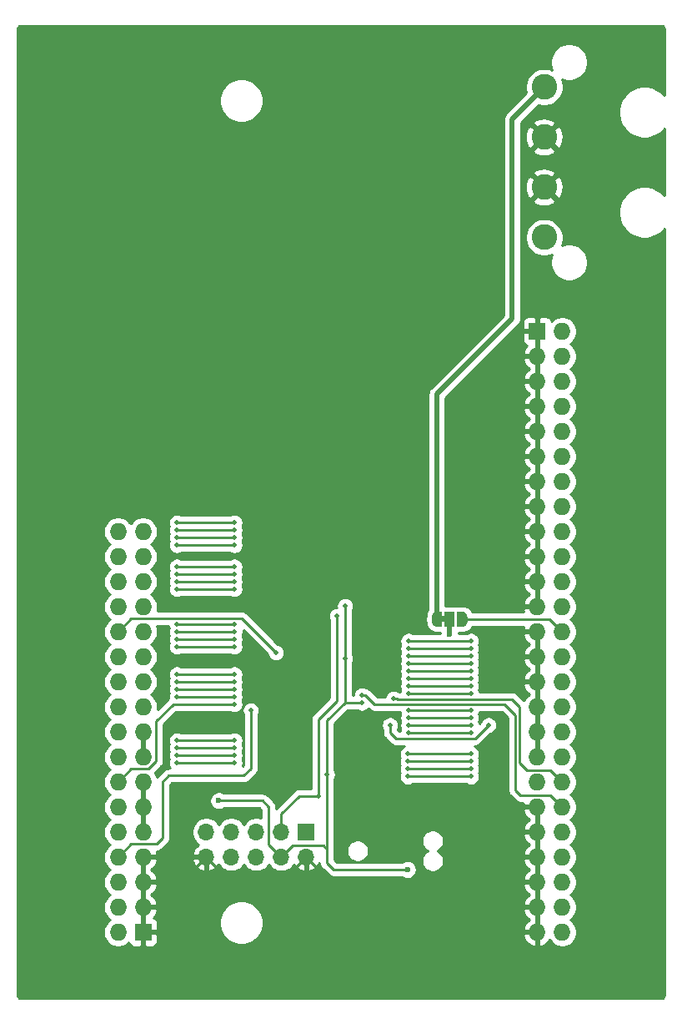
<source format=gbr>
G04 #@! TF.GenerationSoftware,KiCad,Pcbnew,(5.1.5)-3*
G04 #@! TF.CreationDate,2020-11-01T13:08:26+00:00*
G04 #@! TF.ProjectId,SCSIAdaptor,53435349-4164-4617-9074-6f722e6b6963,rev?*
G04 #@! TF.SameCoordinates,Original*
G04 #@! TF.FileFunction,Copper,L2,Bot*
G04 #@! TF.FilePolarity,Positive*
%FSLAX46Y46*%
G04 Gerber Fmt 4.6, Leading zero omitted, Abs format (unit mm)*
G04 Created by KiCad (PCBNEW (5.1.5)-3) date 2020-11-01 13:08:26*
%MOMM*%
%LPD*%
G04 APERTURE LIST*
%ADD10C,0.100000*%
%ADD11R,1.000000X1.500000*%
%ADD12O,1.727200X1.727200*%
%ADD13R,1.727200X1.727200*%
%ADD14C,2.600000*%
%ADD15O,1.700000X1.700000*%
%ADD16R,1.700000X1.700000*%
%ADD17C,0.500000*%
%ADD18C,0.600000*%
%ADD19C,0.250000*%
%ADD20C,0.500000*%
%ADD21C,0.254000*%
G04 APERTURE END LIST*
D10*
G36*
X152643000Y-103170000D02*
G01*
X153143000Y-103170000D01*
X153143000Y-102570000D01*
X152643000Y-102570000D01*
X152643000Y-103170000D01*
G37*
G04 #@! TA.AperFunction,SMDPad,CuDef*
G36*
X152793000Y-103620000D02*
G01*
X152243000Y-103620000D01*
X152243000Y-103619398D01*
X152218466Y-103619398D01*
X152169635Y-103614588D01*
X152121510Y-103605016D01*
X152074555Y-103590772D01*
X152029222Y-103571995D01*
X151985949Y-103548864D01*
X151945150Y-103521604D01*
X151907221Y-103490476D01*
X151872524Y-103455779D01*
X151841396Y-103417850D01*
X151814136Y-103377051D01*
X151791005Y-103333778D01*
X151772228Y-103288445D01*
X151757984Y-103241490D01*
X151748412Y-103193365D01*
X151743602Y-103144534D01*
X151743602Y-103120000D01*
X151743000Y-103120000D01*
X151743000Y-102620000D01*
X151743602Y-102620000D01*
X151743602Y-102595466D01*
X151748412Y-102546635D01*
X151757984Y-102498510D01*
X151772228Y-102451555D01*
X151791005Y-102406222D01*
X151814136Y-102362949D01*
X151841396Y-102322150D01*
X151872524Y-102284221D01*
X151907221Y-102249524D01*
X151945150Y-102218396D01*
X151985949Y-102191136D01*
X152029222Y-102168005D01*
X152074555Y-102149228D01*
X152121510Y-102134984D01*
X152169635Y-102125412D01*
X152218466Y-102120602D01*
X152243000Y-102120602D01*
X152243000Y-102120000D01*
X152793000Y-102120000D01*
X152793000Y-103620000D01*
G37*
G04 #@! TD.AperFunction*
D11*
X153543000Y-102870000D03*
G04 #@! TA.AperFunction,SMDPad,CuDef*
D10*
G36*
X154843000Y-102120602D02*
G01*
X154867534Y-102120602D01*
X154916365Y-102125412D01*
X154964490Y-102134984D01*
X155011445Y-102149228D01*
X155056778Y-102168005D01*
X155100051Y-102191136D01*
X155140850Y-102218396D01*
X155178779Y-102249524D01*
X155213476Y-102284221D01*
X155244604Y-102322150D01*
X155271864Y-102362949D01*
X155294995Y-102406222D01*
X155313772Y-102451555D01*
X155328016Y-102498510D01*
X155337588Y-102546635D01*
X155342398Y-102595466D01*
X155342398Y-102620000D01*
X155343000Y-102620000D01*
X155343000Y-103120000D01*
X155342398Y-103120000D01*
X155342398Y-103144534D01*
X155337588Y-103193365D01*
X155328016Y-103241490D01*
X155313772Y-103288445D01*
X155294995Y-103333778D01*
X155271864Y-103377051D01*
X155244604Y-103417850D01*
X155213476Y-103455779D01*
X155178779Y-103490476D01*
X155140850Y-103521604D01*
X155100051Y-103548864D01*
X155056778Y-103571995D01*
X155011445Y-103590772D01*
X154964490Y-103605016D01*
X154916365Y-103614588D01*
X154867534Y-103619398D01*
X154843000Y-103619398D01*
X154843000Y-103620000D01*
X154293000Y-103620000D01*
X154293000Y-102120000D01*
X154843000Y-102120000D01*
X154843000Y-102120602D01*
G37*
G04 #@! TD.AperFunction*
D12*
X119866000Y-93980000D03*
X122406000Y-93980000D03*
X119866000Y-96520000D03*
X122406000Y-96520000D03*
X119866000Y-99060000D03*
X122406000Y-99060000D03*
X119866000Y-101600000D03*
X122406000Y-101600000D03*
X119866000Y-104140000D03*
X122406000Y-104140000D03*
X119866000Y-106680000D03*
X122406000Y-106680000D03*
X119866000Y-109220000D03*
X122406000Y-109220000D03*
X119866000Y-111760000D03*
X122406000Y-111760000D03*
X119866000Y-114300000D03*
X122406000Y-114300000D03*
X119866000Y-116840000D03*
X122406000Y-116840000D03*
X119866000Y-119380000D03*
X122406000Y-119380000D03*
X119866000Y-121920000D03*
X122406000Y-121920000D03*
X119866000Y-124460000D03*
X122406000Y-124460000D03*
X119866000Y-127000000D03*
X122406000Y-127000000D03*
X119866000Y-129540000D03*
X122406000Y-129540000D03*
X119866000Y-132080000D03*
X122406000Y-132080000D03*
X119866000Y-134620000D03*
D13*
X122406000Y-134620000D03*
D14*
X163144000Y-48895000D03*
X163144000Y-53975000D03*
X163144000Y-59055000D03*
X163144000Y-64135000D03*
D13*
X162433000Y-73660000D03*
D12*
X164973000Y-73660000D03*
X162433000Y-76200000D03*
X164973000Y-76200000D03*
X162433000Y-78740000D03*
X164973000Y-78740000D03*
X162433000Y-81280000D03*
X164973000Y-81280000D03*
X162433000Y-83820000D03*
X164973000Y-83820000D03*
X162433000Y-86360000D03*
X164973000Y-86360000D03*
X162433000Y-88900000D03*
X164973000Y-88900000D03*
X162433000Y-91440000D03*
X164973000Y-91440000D03*
X162433000Y-93980000D03*
X164973000Y-93980000D03*
X162433000Y-96520000D03*
X164973000Y-96520000D03*
X162433000Y-99060000D03*
X164973000Y-99060000D03*
X162433000Y-101600000D03*
X164973000Y-101600000D03*
X162433000Y-104140000D03*
X164973000Y-104140000D03*
X162433000Y-106680000D03*
X164973000Y-106680000D03*
X162433000Y-109220000D03*
X164973000Y-109220000D03*
X162433000Y-111760000D03*
X164973000Y-111760000D03*
X162433000Y-114300000D03*
X164973000Y-114300000D03*
X162433000Y-116840000D03*
X164973000Y-116840000D03*
X162433000Y-119380000D03*
X164973000Y-119380000D03*
X162433000Y-121920000D03*
X164973000Y-121920000D03*
X162433000Y-124460000D03*
X164973000Y-124460000D03*
X162433000Y-127000000D03*
X164973000Y-127000000D03*
X162433000Y-129540000D03*
X164973000Y-129540000D03*
X162433000Y-132080000D03*
X164973000Y-132080000D03*
X162433000Y-134620000D03*
X164973000Y-134620000D03*
D15*
X128828800Y-127000000D03*
X128828800Y-124460000D03*
X131368800Y-127000000D03*
X131368800Y-124460000D03*
X133908800Y-127000000D03*
X133908800Y-124460000D03*
X136448800Y-127000000D03*
X136448800Y-124460000D03*
X138988800Y-127000000D03*
D16*
X138988800Y-124460000D03*
D17*
X144780000Y-102616000D03*
X125831600Y-106984800D03*
X125844300Y-101358700D03*
X125857000Y-96443800D03*
X148590000Y-122428000D03*
X158115000Y-116840000D03*
X125835000Y-113284000D03*
X144653000Y-111353600D03*
X142900400Y-106870500D03*
X142925800Y-101549200D03*
X141097000Y-118618000D03*
D18*
X149275800Y-128270000D03*
X130098800Y-121285000D03*
D17*
X125857000Y-93091000D03*
X131699000Y-93091000D03*
X125857000Y-93853000D03*
X131699000Y-93853000D03*
X125857000Y-94615000D03*
X131699000Y-94615000D03*
X125857000Y-95377000D03*
X131699000Y-95377000D03*
X125857000Y-97536000D03*
X131699000Y-97536000D03*
X125857000Y-98298000D03*
X131699000Y-98298000D03*
X125857000Y-99060000D03*
X131699000Y-99060000D03*
X125857000Y-99822000D03*
X131699000Y-99822000D03*
X135902700Y-106248200D03*
X125857000Y-103378000D03*
X131699000Y-103378000D03*
X125857000Y-104140000D03*
X131699000Y-104140000D03*
X125857000Y-104902000D03*
X131699000Y-104902000D03*
X125857000Y-105664000D03*
X131699000Y-105664000D03*
X125857000Y-108458000D03*
X131699000Y-108458000D03*
X125857000Y-109220000D03*
X131699000Y-109220000D03*
X125857000Y-109982000D03*
X131699000Y-109982000D03*
X125857000Y-110744000D03*
X131699000Y-110744000D03*
X131699000Y-111506000D03*
X125857000Y-115189000D03*
X131699000Y-115189000D03*
X125857000Y-115951000D03*
X131699000Y-115951000D03*
X133350000Y-112141000D03*
X125857000Y-116713000D03*
X131699000Y-116713000D03*
X142087600Y-102565200D03*
X140208000Y-120802400D03*
X149301200Y-118833900D03*
X155702000Y-118833900D03*
X149301200Y-118071900D03*
X155702000Y-118071900D03*
X149352000Y-114388900D03*
X155702000Y-114388900D03*
X147472400Y-113614200D03*
X157480000Y-113614200D03*
X149352000Y-112864900D03*
X155702000Y-112864900D03*
X144653000Y-110591600D03*
X147828000Y-110921800D03*
X149352000Y-112102900D03*
X155702000Y-112102900D03*
X149352000Y-110401100D03*
X155702000Y-110401100D03*
X149352000Y-109639100D03*
X155702000Y-109639100D03*
X149352000Y-108877100D03*
X155702000Y-108877100D03*
X149352000Y-108115100D03*
X155702000Y-108115100D03*
X149352000Y-107353100D03*
X155702000Y-107353100D03*
X149352000Y-106591100D03*
X155702000Y-106591100D03*
X149352000Y-105829100D03*
X155702000Y-105829100D03*
X149352000Y-105067100D03*
X155702000Y-105067100D03*
D18*
X153543000Y-104394000D03*
D17*
X125857000Y-117475000D03*
X131699000Y-117475000D03*
X149301200Y-117309900D03*
X155702000Y-117309900D03*
X149301200Y-116547900D03*
X155702000Y-116547900D03*
X149352000Y-113626900D03*
X155702000Y-113626900D03*
D19*
X122406000Y-119380000D02*
X122406000Y-124460000D01*
X122406000Y-129540000D02*
X122406000Y-134620000D01*
X162433000Y-104140000D02*
X162433000Y-116840000D01*
X162433000Y-73660000D02*
X162433000Y-101600000D01*
X162433000Y-123141314D02*
X162433000Y-134620000D01*
X162433000Y-121920000D02*
X162433000Y-123141314D01*
X126288800Y-129540000D02*
X128828800Y-127000000D01*
X121920000Y-129540000D02*
X126288800Y-129540000D01*
X141528800Y-129540000D02*
X162433000Y-129540000D01*
X138988800Y-127000000D02*
X141528800Y-129540000D01*
X138988800Y-127000000D02*
X136448800Y-129540000D01*
X131368800Y-129540000D02*
X128828800Y-127000000D01*
X136448800Y-129540000D02*
X131368800Y-129540000D01*
D20*
X163144000Y-48895000D02*
X159893000Y-52146000D01*
X159893000Y-52146000D02*
X159893000Y-72390000D01*
X152243000Y-80040000D02*
X159893000Y-72390000D01*
X152243000Y-102870000D02*
X152243000Y-80040000D01*
D19*
X144678400Y-111379000D02*
X144653000Y-111353600D01*
X142925800Y-101549200D02*
X142925800Y-106807000D01*
X144653000Y-111353600D02*
X144299447Y-111353600D01*
X144653000Y-111353600D02*
X142900400Y-111353600D01*
X142900400Y-107224053D02*
X142900400Y-111353600D01*
X142900400Y-106870500D02*
X142900400Y-107224053D01*
X141097000Y-118618000D02*
X141097000Y-113157000D01*
X141097000Y-113157000D02*
X142900400Y-111353600D01*
X141782800Y-128270000D02*
X149275800Y-128270000D01*
X141097000Y-127584200D02*
X141782800Y-128270000D01*
X141097000Y-126212600D02*
X141097000Y-127635000D01*
X137298799Y-126150001D02*
X136448800Y-127000000D01*
X137623801Y-125824999D02*
X137298799Y-126150001D01*
X140709399Y-125824999D02*
X137623801Y-125824999D01*
X141097000Y-126212600D02*
X140709399Y-125824999D01*
X141097000Y-118618000D02*
X141097000Y-126212600D01*
X135178800Y-125730000D02*
X136448800Y-127000000D01*
X135178800Y-122555000D02*
X135178800Y-125730000D01*
X130098800Y-121285000D02*
X134543800Y-121285000D01*
X135178800Y-121920000D02*
X135178800Y-122555000D01*
X134543800Y-121285000D02*
X135178800Y-121920000D01*
X125857000Y-93091000D02*
X131699000Y-93091000D01*
X125857000Y-93853000D02*
X131699000Y-93853000D01*
X126210553Y-94615000D02*
X131699000Y-94615000D01*
X125857000Y-94615000D02*
X126210553Y-94615000D01*
X125857000Y-95377000D02*
X131699000Y-95377000D01*
X125857000Y-97536000D02*
X131699000Y-97536000D01*
X125857000Y-98298000D02*
X131699000Y-98298000D01*
X125857000Y-99060000D02*
X131699000Y-99060000D01*
X125857000Y-99822000D02*
X131699000Y-99822000D01*
X132457499Y-102802999D02*
X135652701Y-105998201D01*
X121203001Y-102802999D02*
X132457499Y-102802999D01*
X135652701Y-105998201D02*
X135902700Y-106248200D01*
X119866000Y-104140000D02*
X121203001Y-102802999D01*
X125857000Y-103378000D02*
X131699000Y-103378000D01*
X125857000Y-104140000D02*
X131699000Y-104140000D01*
X125857000Y-104902000D02*
X131699000Y-104902000D01*
X125857000Y-105664000D02*
X131699000Y-105664000D01*
X131699000Y-108458000D02*
X125857000Y-108458000D01*
X131699000Y-109220000D02*
X125857000Y-109220000D01*
X131699000Y-109982000D02*
X125857000Y-109982000D01*
X131699000Y-110744000D02*
X125857000Y-110744000D01*
X131699000Y-111506000D02*
X125476000Y-111506000D01*
X122976529Y-118028601D02*
X123748800Y-117256330D01*
X119866000Y-119380000D02*
X121217399Y-118028601D01*
X121217399Y-118028601D02*
X122976529Y-118028601D01*
X123748800Y-113233200D02*
X125476000Y-111506000D01*
X123748800Y-117256330D02*
X123748800Y-113233200D01*
X125857000Y-115189000D02*
X131699000Y-115189000D01*
X125857000Y-115951000D02*
X131699000Y-115951000D01*
X121217399Y-125648601D02*
X123830199Y-125648601D01*
X119866000Y-127000000D02*
X121217399Y-125648601D01*
X123830199Y-125648601D02*
X124383800Y-125095000D01*
X124383800Y-125095000D02*
X124383800Y-119380000D01*
X124383800Y-119380000D02*
X125018800Y-118745000D01*
X125018800Y-118745000D02*
X132638800Y-118745000D01*
X133350000Y-118033800D02*
X133350000Y-112141000D01*
X132638800Y-118745000D02*
X133350000Y-118033800D01*
X125857000Y-116713000D02*
X131699000Y-116713000D01*
X138277600Y-120802400D02*
X136448800Y-122631200D01*
X140208000Y-120802400D02*
X138277600Y-120802400D01*
X142087600Y-111150400D02*
X142087600Y-102565200D01*
X140208000Y-120802400D02*
X140208000Y-113030000D01*
X140208000Y-113030000D02*
X142087600Y-111150400D01*
X136448800Y-122631200D02*
X136448800Y-124460000D01*
X149301200Y-118833900D02*
X155702000Y-118833900D01*
X149301200Y-118071900D02*
X155702000Y-118071900D01*
X149352000Y-114388900D02*
X155702000Y-114388900D01*
X156130299Y-114963901D02*
X157480000Y-113614200D01*
X148059999Y-114963901D02*
X156130299Y-114963901D01*
X147472400Y-113614200D02*
X147472400Y-114376302D01*
X147472400Y-114376302D02*
X148059999Y-114963901D01*
X149705553Y-112864900D02*
X155702000Y-112864900D01*
X149352000Y-112864900D02*
X149705553Y-112864900D01*
X145006553Y-110591600D02*
X145925208Y-111510255D01*
X144653000Y-110591600D02*
X145006553Y-110591600D01*
X145925208Y-111510255D02*
X159135255Y-111510255D01*
X160204990Y-112579990D02*
X160204990Y-120199990D01*
X159135255Y-111510255D02*
X160204990Y-112579990D01*
X164109401Y-121056401D02*
X164973000Y-121920000D01*
X160736399Y-120731399D02*
X163784399Y-120731399D01*
X163784399Y-120731399D02*
X164109401Y-121056401D01*
X160204990Y-120199990D02*
X160736399Y-120731399D01*
X147828000Y-110921800D02*
X148181553Y-110921800D01*
X148235854Y-110976101D02*
X159871101Y-110976101D01*
X148181553Y-110921800D02*
X148235854Y-110976101D01*
X159871101Y-110976101D02*
X160655000Y-111760000D01*
X160655000Y-111760000D02*
X160655000Y-117475000D01*
X164109401Y-118516401D02*
X164973000Y-119380000D01*
X161371399Y-118191399D02*
X163784399Y-118191399D01*
X163784399Y-118191399D02*
X164109401Y-118516401D01*
X160655000Y-117475000D02*
X161371399Y-118191399D01*
X149705553Y-112102900D02*
X155702000Y-112102900D01*
X149352000Y-112102900D02*
X149705553Y-112102900D01*
X149705553Y-110401100D02*
X155702000Y-110401100D01*
X149352000Y-110401100D02*
X149705553Y-110401100D01*
X149705553Y-109639100D02*
X155702000Y-109639100D01*
X149352000Y-109639100D02*
X149705553Y-109639100D01*
X149705553Y-108877100D02*
X155702000Y-108877100D01*
X149352000Y-108877100D02*
X149705553Y-108877100D01*
X149705553Y-108115100D02*
X155702000Y-108115100D01*
X149352000Y-108115100D02*
X149705553Y-108115100D01*
X155702000Y-107353100D02*
X149352000Y-107353100D01*
X149705553Y-106591100D02*
X155702000Y-106591100D01*
X149352000Y-106591100D02*
X149705553Y-106591100D01*
X149705553Y-105829100D02*
X155702000Y-105829100D01*
X149352000Y-105829100D02*
X149705553Y-105829100D01*
X149352000Y-105067100D02*
X155702000Y-105067100D01*
X163703000Y-102870000D02*
X164973000Y-104140000D01*
X154813000Y-102870000D02*
X163703000Y-102870000D01*
D20*
X153543000Y-104394000D02*
X153543000Y-102870000D01*
D19*
X125857000Y-117475000D02*
X131699000Y-117475000D01*
X149654753Y-117309900D02*
X155702000Y-117309900D01*
X149301200Y-117309900D02*
X149654753Y-117309900D01*
X149301200Y-116547900D02*
X155702000Y-116547900D01*
X149352000Y-113626900D02*
X155702000Y-113626900D01*
D21*
G36*
X175065424Y-42669580D02*
G01*
X175128356Y-42688580D01*
X175186405Y-42719445D01*
X175237343Y-42760989D01*
X175279248Y-42811644D01*
X175310515Y-42869471D01*
X175329956Y-42932272D01*
X175340000Y-43027835D01*
X175340000Y-49744547D01*
X174983715Y-49388262D01*
X174552141Y-49099893D01*
X174072601Y-48901261D01*
X173563525Y-48800000D01*
X173044475Y-48800000D01*
X172535399Y-48901261D01*
X172055859Y-49099893D01*
X171624285Y-49388262D01*
X171257262Y-49755285D01*
X170968893Y-50186859D01*
X170770261Y-50666399D01*
X170669000Y-51175475D01*
X170669000Y-51694525D01*
X170770261Y-52203601D01*
X170968893Y-52683141D01*
X171257262Y-53114715D01*
X171624285Y-53481738D01*
X172055859Y-53770107D01*
X172535399Y-53968739D01*
X173044475Y-54070000D01*
X173563525Y-54070000D01*
X174072601Y-53968739D01*
X174552141Y-53770107D01*
X174983715Y-53481738D01*
X175340000Y-53125453D01*
X175340000Y-59904547D01*
X174983715Y-59548262D01*
X174552141Y-59259893D01*
X174072601Y-59061261D01*
X173563525Y-58960000D01*
X173044475Y-58960000D01*
X172535399Y-59061261D01*
X172055859Y-59259893D01*
X171624285Y-59548262D01*
X171257262Y-59915285D01*
X170968893Y-60346859D01*
X170770261Y-60826399D01*
X170669000Y-61335475D01*
X170669000Y-61854525D01*
X170770261Y-62363601D01*
X170968893Y-62843141D01*
X171257262Y-63274715D01*
X171624285Y-63641738D01*
X172055859Y-63930107D01*
X172535399Y-64128739D01*
X173044475Y-64230000D01*
X173563525Y-64230000D01*
X174072601Y-64128739D01*
X174552141Y-63930107D01*
X174983715Y-63641738D01*
X175340000Y-63285453D01*
X175340001Y-140967711D01*
X175330420Y-141065424D01*
X175311420Y-141128357D01*
X175280554Y-141186406D01*
X175239011Y-141237343D01*
X175188356Y-141279248D01*
X175130529Y-141310515D01*
X175067728Y-141329956D01*
X174972165Y-141340000D01*
X110032279Y-141340000D01*
X109934576Y-141330420D01*
X109871643Y-141311420D01*
X109813594Y-141280554D01*
X109762657Y-141239011D01*
X109720752Y-141188356D01*
X109689485Y-141130529D01*
X109670044Y-141067728D01*
X109660000Y-140972165D01*
X109660000Y-93832401D01*
X118367400Y-93832401D01*
X118367400Y-94127599D01*
X118424990Y-94417125D01*
X118537958Y-94689853D01*
X118701961Y-94935302D01*
X118910698Y-95144039D01*
X119069281Y-95250000D01*
X118910698Y-95355961D01*
X118701961Y-95564698D01*
X118537958Y-95810147D01*
X118424990Y-96082875D01*
X118367400Y-96372401D01*
X118367400Y-96667599D01*
X118424990Y-96957125D01*
X118537958Y-97229853D01*
X118701961Y-97475302D01*
X118910698Y-97684039D01*
X119069281Y-97790000D01*
X118910698Y-97895961D01*
X118701961Y-98104698D01*
X118537958Y-98350147D01*
X118424990Y-98622875D01*
X118367400Y-98912401D01*
X118367400Y-99207599D01*
X118424990Y-99497125D01*
X118537958Y-99769853D01*
X118701961Y-100015302D01*
X118910698Y-100224039D01*
X119069281Y-100330000D01*
X118910698Y-100435961D01*
X118701961Y-100644698D01*
X118537958Y-100890147D01*
X118424990Y-101162875D01*
X118367400Y-101452401D01*
X118367400Y-101747599D01*
X118424990Y-102037125D01*
X118537958Y-102309853D01*
X118701961Y-102555302D01*
X118910698Y-102764039D01*
X119069281Y-102870000D01*
X118910698Y-102975961D01*
X118701961Y-103184698D01*
X118537958Y-103430147D01*
X118424990Y-103702875D01*
X118367400Y-103992401D01*
X118367400Y-104287599D01*
X118424990Y-104577125D01*
X118537958Y-104849853D01*
X118701961Y-105095302D01*
X118910698Y-105304039D01*
X119069281Y-105410000D01*
X118910698Y-105515961D01*
X118701961Y-105724698D01*
X118537958Y-105970147D01*
X118424990Y-106242875D01*
X118367400Y-106532401D01*
X118367400Y-106827599D01*
X118424990Y-107117125D01*
X118537958Y-107389853D01*
X118701961Y-107635302D01*
X118910698Y-107844039D01*
X119069281Y-107950000D01*
X118910698Y-108055961D01*
X118701961Y-108264698D01*
X118537958Y-108510147D01*
X118424990Y-108782875D01*
X118367400Y-109072401D01*
X118367400Y-109367599D01*
X118424990Y-109657125D01*
X118537958Y-109929853D01*
X118701961Y-110175302D01*
X118910698Y-110384039D01*
X119069281Y-110490000D01*
X118910698Y-110595961D01*
X118701961Y-110804698D01*
X118537958Y-111050147D01*
X118424990Y-111322875D01*
X118367400Y-111612401D01*
X118367400Y-111907599D01*
X118424990Y-112197125D01*
X118537958Y-112469853D01*
X118701961Y-112715302D01*
X118910698Y-112924039D01*
X119069281Y-113030000D01*
X118910698Y-113135961D01*
X118701961Y-113344698D01*
X118537958Y-113590147D01*
X118424990Y-113862875D01*
X118367400Y-114152401D01*
X118367400Y-114447599D01*
X118424990Y-114737125D01*
X118537958Y-115009853D01*
X118701961Y-115255302D01*
X118910698Y-115464039D01*
X119069281Y-115570000D01*
X118910698Y-115675961D01*
X118701961Y-115884698D01*
X118537958Y-116130147D01*
X118424990Y-116402875D01*
X118367400Y-116692401D01*
X118367400Y-116987599D01*
X118424990Y-117277125D01*
X118537958Y-117549853D01*
X118701961Y-117795302D01*
X118910698Y-118004039D01*
X119069281Y-118110000D01*
X118910698Y-118215961D01*
X118701961Y-118424698D01*
X118537958Y-118670147D01*
X118424990Y-118942875D01*
X118367400Y-119232401D01*
X118367400Y-119527599D01*
X118424990Y-119817125D01*
X118537958Y-120089853D01*
X118701961Y-120335302D01*
X118910698Y-120544039D01*
X119069281Y-120650000D01*
X118910698Y-120755961D01*
X118701961Y-120964698D01*
X118537958Y-121210147D01*
X118424990Y-121482875D01*
X118367400Y-121772401D01*
X118367400Y-122067599D01*
X118424990Y-122357125D01*
X118537958Y-122629853D01*
X118701961Y-122875302D01*
X118910698Y-123084039D01*
X119069281Y-123190000D01*
X118910698Y-123295961D01*
X118701961Y-123504698D01*
X118537958Y-123750147D01*
X118424990Y-124022875D01*
X118367400Y-124312401D01*
X118367400Y-124607599D01*
X118424990Y-124897125D01*
X118537958Y-125169853D01*
X118701961Y-125415302D01*
X118910698Y-125624039D01*
X119069281Y-125730000D01*
X118910698Y-125835961D01*
X118701961Y-126044698D01*
X118537958Y-126290147D01*
X118424990Y-126562875D01*
X118367400Y-126852401D01*
X118367400Y-127147599D01*
X118424990Y-127437125D01*
X118537958Y-127709853D01*
X118701961Y-127955302D01*
X118910698Y-128164039D01*
X119069281Y-128270000D01*
X118910698Y-128375961D01*
X118701961Y-128584698D01*
X118537958Y-128830147D01*
X118424990Y-129102875D01*
X118367400Y-129392401D01*
X118367400Y-129687599D01*
X118424990Y-129977125D01*
X118537958Y-130249853D01*
X118701961Y-130495302D01*
X118910698Y-130704039D01*
X119069281Y-130810000D01*
X118910698Y-130915961D01*
X118701961Y-131124698D01*
X118537958Y-131370147D01*
X118424990Y-131642875D01*
X118367400Y-131932401D01*
X118367400Y-132227599D01*
X118424990Y-132517125D01*
X118537958Y-132789853D01*
X118701961Y-133035302D01*
X118910698Y-133244039D01*
X119069281Y-133350000D01*
X118910698Y-133455961D01*
X118701961Y-133664698D01*
X118537958Y-133910147D01*
X118424990Y-134182875D01*
X118367400Y-134472401D01*
X118367400Y-134767599D01*
X118424990Y-135057125D01*
X118537958Y-135329853D01*
X118701961Y-135575302D01*
X118910698Y-135784039D01*
X119156147Y-135948042D01*
X119428875Y-136061010D01*
X119718401Y-136118600D01*
X120013599Y-136118600D01*
X120303125Y-136061010D01*
X120575853Y-135948042D01*
X120821302Y-135784039D01*
X120935364Y-135669977D01*
X120952898Y-135727780D01*
X121011863Y-135838094D01*
X121091215Y-135934785D01*
X121187906Y-136014137D01*
X121298220Y-136073102D01*
X121417918Y-136109412D01*
X121542400Y-136121672D01*
X122120250Y-136118600D01*
X122279000Y-135959850D01*
X122279000Y-134747000D01*
X122533000Y-134747000D01*
X122533000Y-135959850D01*
X122691750Y-136118600D01*
X123269600Y-136121672D01*
X123394082Y-136109412D01*
X123513780Y-136073102D01*
X123624094Y-136014137D01*
X123720785Y-135934785D01*
X123800137Y-135838094D01*
X123859102Y-135727780D01*
X123895412Y-135608082D01*
X123907672Y-135483600D01*
X123904600Y-134905750D01*
X123745850Y-134747000D01*
X122533000Y-134747000D01*
X122279000Y-134747000D01*
X122259000Y-134747000D01*
X122259000Y-134493000D01*
X122279000Y-134493000D01*
X122279000Y-132207000D01*
X122533000Y-132207000D01*
X122533000Y-134493000D01*
X123745850Y-134493000D01*
X123904600Y-134334250D01*
X123907672Y-133756400D01*
X123895412Y-133631918D01*
X123859102Y-133512220D01*
X123831121Y-133459872D01*
X130145000Y-133459872D01*
X130145000Y-133900128D01*
X130230890Y-134331925D01*
X130399369Y-134738669D01*
X130643962Y-135104729D01*
X130955271Y-135416038D01*
X131321331Y-135660631D01*
X131728075Y-135829110D01*
X132159872Y-135915000D01*
X132600128Y-135915000D01*
X133031925Y-135829110D01*
X133438669Y-135660631D01*
X133804729Y-135416038D01*
X134116038Y-135104729D01*
X134200029Y-134979026D01*
X160978042Y-134979026D01*
X161023778Y-135129814D01*
X161150316Y-135394944D01*
X161326146Y-135630293D01*
X161544512Y-135826817D01*
X161797022Y-135976964D01*
X162073973Y-136074963D01*
X162306000Y-135954464D01*
X162306000Y-134747000D01*
X161099183Y-134747000D01*
X160978042Y-134979026D01*
X134200029Y-134979026D01*
X134360631Y-134738669D01*
X134529110Y-134331925D01*
X134615000Y-133900128D01*
X134615000Y-133459872D01*
X134529110Y-133028075D01*
X134360631Y-132621331D01*
X134238819Y-132439026D01*
X160978042Y-132439026D01*
X161023778Y-132589814D01*
X161150316Y-132854944D01*
X161326146Y-133090293D01*
X161544512Y-133286817D01*
X161650770Y-133350000D01*
X161544512Y-133413183D01*
X161326146Y-133609707D01*
X161150316Y-133845056D01*
X161023778Y-134110186D01*
X160978042Y-134260974D01*
X161099183Y-134493000D01*
X162306000Y-134493000D01*
X162306000Y-132207000D01*
X161099183Y-132207000D01*
X160978042Y-132439026D01*
X134238819Y-132439026D01*
X134116038Y-132255271D01*
X133804729Y-131943962D01*
X133438669Y-131699369D01*
X133031925Y-131530890D01*
X132600128Y-131445000D01*
X132159872Y-131445000D01*
X131728075Y-131530890D01*
X131321331Y-131699369D01*
X130955271Y-131943962D01*
X130643962Y-132255271D01*
X130399369Y-132621331D01*
X130230890Y-133028075D01*
X130145000Y-133459872D01*
X123831121Y-133459872D01*
X123800137Y-133401906D01*
X123720785Y-133305215D01*
X123624094Y-133225863D01*
X123513780Y-133166898D01*
X123449426Y-133147376D01*
X123512854Y-133090293D01*
X123688684Y-132854944D01*
X123815222Y-132589814D01*
X123860958Y-132439026D01*
X123739817Y-132207000D01*
X122533000Y-132207000D01*
X122279000Y-132207000D01*
X122259000Y-132207000D01*
X122259000Y-131953000D01*
X122279000Y-131953000D01*
X122279000Y-129667000D01*
X122533000Y-129667000D01*
X122533000Y-131953000D01*
X123739817Y-131953000D01*
X123860958Y-131720974D01*
X123815222Y-131570186D01*
X123688684Y-131305056D01*
X123512854Y-131069707D01*
X123294488Y-130873183D01*
X123188230Y-130810000D01*
X123294488Y-130746817D01*
X123512854Y-130550293D01*
X123688684Y-130314944D01*
X123815222Y-130049814D01*
X123860958Y-129899026D01*
X160978042Y-129899026D01*
X161023778Y-130049814D01*
X161150316Y-130314944D01*
X161326146Y-130550293D01*
X161544512Y-130746817D01*
X161650770Y-130810000D01*
X161544512Y-130873183D01*
X161326146Y-131069707D01*
X161150316Y-131305056D01*
X161023778Y-131570186D01*
X160978042Y-131720974D01*
X161099183Y-131953000D01*
X162306000Y-131953000D01*
X162306000Y-129667000D01*
X161099183Y-129667000D01*
X160978042Y-129899026D01*
X123860958Y-129899026D01*
X123739817Y-129667000D01*
X122533000Y-129667000D01*
X122279000Y-129667000D01*
X122259000Y-129667000D01*
X122259000Y-129413000D01*
X122279000Y-129413000D01*
X122279000Y-127127000D01*
X122533000Y-127127000D01*
X122533000Y-129413000D01*
X123739817Y-129413000D01*
X123860958Y-129180974D01*
X123815222Y-129030186D01*
X123688684Y-128765056D01*
X123512854Y-128529707D01*
X123294488Y-128333183D01*
X123188230Y-128270000D01*
X123294488Y-128206817D01*
X123512854Y-128010293D01*
X123688684Y-127774944D01*
X123815222Y-127509814D01*
X123860958Y-127359026D01*
X123859844Y-127356891D01*
X127387319Y-127356891D01*
X127484643Y-127631252D01*
X127633622Y-127881355D01*
X127828531Y-128097588D01*
X128061880Y-128271641D01*
X128324701Y-128396825D01*
X128471910Y-128441476D01*
X128701800Y-128320155D01*
X128701800Y-127127000D01*
X127507986Y-127127000D01*
X127387319Y-127356891D01*
X123859844Y-127356891D01*
X123739817Y-127127000D01*
X122533000Y-127127000D01*
X122279000Y-127127000D01*
X122259000Y-127127000D01*
X122259000Y-126873000D01*
X122279000Y-126873000D01*
X122279000Y-126853000D01*
X122533000Y-126853000D01*
X122533000Y-126873000D01*
X123739817Y-126873000D01*
X123860958Y-126640974D01*
X123815222Y-126490186D01*
X123776284Y-126408601D01*
X123792877Y-126408601D01*
X123830199Y-126412277D01*
X123867521Y-126408601D01*
X123867532Y-126408601D01*
X123979185Y-126397604D01*
X124122446Y-126354147D01*
X124254475Y-126283575D01*
X124370200Y-126188602D01*
X124394002Y-126159599D01*
X124894803Y-125658798D01*
X124923801Y-125635001D01*
X124968106Y-125581015D01*
X125018774Y-125519277D01*
X125089346Y-125387247D01*
X125120362Y-125284998D01*
X125132803Y-125243986D01*
X125143800Y-125132333D01*
X125143800Y-125132324D01*
X125147476Y-125095001D01*
X125143800Y-125057678D01*
X125143800Y-124313740D01*
X127343800Y-124313740D01*
X127343800Y-124606260D01*
X127400868Y-124893158D01*
X127512810Y-125163411D01*
X127675325Y-125406632D01*
X127882168Y-125613475D01*
X128058206Y-125731100D01*
X127828531Y-125902412D01*
X127633622Y-126118645D01*
X127484643Y-126368748D01*
X127387319Y-126643109D01*
X127507986Y-126873000D01*
X128701800Y-126873000D01*
X128701800Y-126853000D01*
X128955800Y-126853000D01*
X128955800Y-126873000D01*
X128975800Y-126873000D01*
X128975800Y-127127000D01*
X128955800Y-127127000D01*
X128955800Y-128320155D01*
X129185690Y-128441476D01*
X129332899Y-128396825D01*
X129595720Y-128271641D01*
X129829069Y-128097588D01*
X130023978Y-127881355D01*
X130093605Y-127764466D01*
X130215325Y-127946632D01*
X130422168Y-128153475D01*
X130665389Y-128315990D01*
X130935642Y-128427932D01*
X131222540Y-128485000D01*
X131515060Y-128485000D01*
X131801958Y-128427932D01*
X132072211Y-128315990D01*
X132315432Y-128153475D01*
X132522275Y-127946632D01*
X132638800Y-127772240D01*
X132755325Y-127946632D01*
X132962168Y-128153475D01*
X133205389Y-128315990D01*
X133475642Y-128427932D01*
X133762540Y-128485000D01*
X134055060Y-128485000D01*
X134341958Y-128427932D01*
X134612211Y-128315990D01*
X134855432Y-128153475D01*
X135062275Y-127946632D01*
X135178800Y-127772240D01*
X135295325Y-127946632D01*
X135502168Y-128153475D01*
X135745389Y-128315990D01*
X136015642Y-128427932D01*
X136302540Y-128485000D01*
X136595060Y-128485000D01*
X136881958Y-128427932D01*
X137152211Y-128315990D01*
X137395432Y-128153475D01*
X137602275Y-127946632D01*
X137723995Y-127764466D01*
X137793622Y-127881355D01*
X137988531Y-128097588D01*
X138221880Y-128271641D01*
X138484701Y-128396825D01*
X138631910Y-128441476D01*
X138861800Y-128320155D01*
X138861800Y-127127000D01*
X138841800Y-127127000D01*
X138841800Y-126873000D01*
X138861800Y-126873000D01*
X138861800Y-126853000D01*
X139115800Y-126853000D01*
X139115800Y-126873000D01*
X139135800Y-126873000D01*
X139135800Y-127127000D01*
X139115800Y-127127000D01*
X139115800Y-128320155D01*
X139345690Y-128441476D01*
X139492899Y-128396825D01*
X139755720Y-128271641D01*
X139989069Y-128097588D01*
X140183978Y-127881355D01*
X140332957Y-127631252D01*
X140336871Y-127620217D01*
X140337001Y-127621532D01*
X140337001Y-127672333D01*
X140347998Y-127783986D01*
X140391455Y-127927247D01*
X140462027Y-128059276D01*
X140557000Y-128175001D01*
X140672725Y-128269974D01*
X140748448Y-128310449D01*
X141219001Y-128781002D01*
X141242799Y-128810001D01*
X141358524Y-128904974D01*
X141490553Y-128975546D01*
X141633814Y-129019003D01*
X141745467Y-129030000D01*
X141745475Y-129030000D01*
X141782800Y-129033676D01*
X141820125Y-129030000D01*
X148730265Y-129030000D01*
X148832911Y-129098586D01*
X149003071Y-129169068D01*
X149183711Y-129205000D01*
X149367889Y-129205000D01*
X149548529Y-129169068D01*
X149718689Y-129098586D01*
X149871828Y-128996262D01*
X150002062Y-128866028D01*
X150104386Y-128712889D01*
X150174868Y-128542729D01*
X150210800Y-128362089D01*
X150210800Y-128177911D01*
X150174868Y-127997271D01*
X150104386Y-127827111D01*
X150002062Y-127673972D01*
X149871828Y-127543738D01*
X149718689Y-127441414D01*
X149548529Y-127370932D01*
X149367889Y-127335000D01*
X149183711Y-127335000D01*
X149003071Y-127370932D01*
X148832911Y-127441414D01*
X148730265Y-127510000D01*
X142097602Y-127510000D01*
X141857000Y-127269399D01*
X141857000Y-126253675D01*
X143065500Y-126253675D01*
X143065500Y-126476325D01*
X143108937Y-126694696D01*
X143194141Y-126900398D01*
X143317839Y-127085524D01*
X143475276Y-127242961D01*
X143660402Y-127366659D01*
X143866104Y-127451863D01*
X144084475Y-127495300D01*
X144307125Y-127495300D01*
X144525496Y-127451863D01*
X144731198Y-127366659D01*
X144916324Y-127242961D01*
X145073761Y-127085524D01*
X145197459Y-126900398D01*
X145282663Y-126694696D01*
X145326100Y-126476325D01*
X145326100Y-126253675D01*
X145282663Y-126035304D01*
X145197459Y-125829602D01*
X145073761Y-125644476D01*
X144916324Y-125487039D01*
X144731198Y-125363341D01*
X144525496Y-125278137D01*
X144322082Y-125237675D01*
X150685500Y-125237675D01*
X150685500Y-125460325D01*
X150728937Y-125678696D01*
X150814141Y-125884398D01*
X150937839Y-126069524D01*
X151095276Y-126226961D01*
X151280402Y-126350659D01*
X151315024Y-126365000D01*
X151280402Y-126379341D01*
X151095276Y-126503039D01*
X150937839Y-126660476D01*
X150814141Y-126845602D01*
X150728937Y-127051304D01*
X150685500Y-127269675D01*
X150685500Y-127492325D01*
X150728937Y-127710696D01*
X150814141Y-127916398D01*
X150937839Y-128101524D01*
X151095276Y-128258961D01*
X151280402Y-128382659D01*
X151486104Y-128467863D01*
X151704475Y-128511300D01*
X151927125Y-128511300D01*
X152145496Y-128467863D01*
X152351198Y-128382659D01*
X152536324Y-128258961D01*
X152693761Y-128101524D01*
X152817459Y-127916398D01*
X152902663Y-127710696D01*
X152946100Y-127492325D01*
X152946100Y-127359026D01*
X160978042Y-127359026D01*
X161023778Y-127509814D01*
X161150316Y-127774944D01*
X161326146Y-128010293D01*
X161544512Y-128206817D01*
X161650770Y-128270000D01*
X161544512Y-128333183D01*
X161326146Y-128529707D01*
X161150316Y-128765056D01*
X161023778Y-129030186D01*
X160978042Y-129180974D01*
X161099183Y-129413000D01*
X162306000Y-129413000D01*
X162306000Y-127127000D01*
X161099183Y-127127000D01*
X160978042Y-127359026D01*
X152946100Y-127359026D01*
X152946100Y-127269675D01*
X152902663Y-127051304D01*
X152817459Y-126845602D01*
X152693761Y-126660476D01*
X152536324Y-126503039D01*
X152351198Y-126379341D01*
X152316576Y-126365000D01*
X152351198Y-126350659D01*
X152536324Y-126226961D01*
X152693761Y-126069524D01*
X152817459Y-125884398D01*
X152902663Y-125678696D01*
X152946100Y-125460325D01*
X152946100Y-125237675D01*
X152902663Y-125019304D01*
X152819706Y-124819026D01*
X160978042Y-124819026D01*
X161023778Y-124969814D01*
X161150316Y-125234944D01*
X161326146Y-125470293D01*
X161544512Y-125666817D01*
X161650770Y-125730000D01*
X161544512Y-125793183D01*
X161326146Y-125989707D01*
X161150316Y-126225056D01*
X161023778Y-126490186D01*
X160978042Y-126640974D01*
X161099183Y-126873000D01*
X162306000Y-126873000D01*
X162306000Y-124587000D01*
X161099183Y-124587000D01*
X160978042Y-124819026D01*
X152819706Y-124819026D01*
X152817459Y-124813602D01*
X152693761Y-124628476D01*
X152536324Y-124471039D01*
X152351198Y-124347341D01*
X152145496Y-124262137D01*
X151927125Y-124218700D01*
X151704475Y-124218700D01*
X151486104Y-124262137D01*
X151280402Y-124347341D01*
X151095276Y-124471039D01*
X150937839Y-124628476D01*
X150814141Y-124813602D01*
X150728937Y-125019304D01*
X150685500Y-125237675D01*
X144322082Y-125237675D01*
X144307125Y-125234700D01*
X144084475Y-125234700D01*
X143866104Y-125278137D01*
X143660402Y-125363341D01*
X143475276Y-125487039D01*
X143317839Y-125644476D01*
X143194141Y-125829602D01*
X143108937Y-126035304D01*
X143065500Y-126253675D01*
X141857000Y-126253675D01*
X141857000Y-126249933D01*
X141860677Y-126212600D01*
X141857000Y-126175267D01*
X141857000Y-122279026D01*
X160978042Y-122279026D01*
X161023778Y-122429814D01*
X161150316Y-122694944D01*
X161326146Y-122930293D01*
X161544512Y-123126817D01*
X161650770Y-123190000D01*
X161544512Y-123253183D01*
X161326146Y-123449707D01*
X161150316Y-123685056D01*
X161023778Y-123950186D01*
X160978042Y-124100974D01*
X161099183Y-124333000D01*
X162306000Y-124333000D01*
X162306000Y-122047000D01*
X161099183Y-122047000D01*
X160978042Y-122279026D01*
X141857000Y-122279026D01*
X141857000Y-119073538D01*
X141881277Y-119037205D01*
X141947990Y-118876145D01*
X141982000Y-118705165D01*
X141982000Y-118530835D01*
X141947990Y-118359855D01*
X141881277Y-118198795D01*
X141857000Y-118162462D01*
X141857000Y-113471801D01*
X143215202Y-112113600D01*
X144197462Y-112113600D01*
X144233795Y-112137877D01*
X144394855Y-112204590D01*
X144565835Y-112238600D01*
X144740165Y-112238600D01*
X144911145Y-112204590D01*
X145072205Y-112137877D01*
X145217155Y-112041024D01*
X145299165Y-111959014D01*
X145361408Y-112021257D01*
X145385207Y-112050256D01*
X145500932Y-112145229D01*
X145632961Y-112215801D01*
X145776222Y-112259258D01*
X145887875Y-112270255D01*
X145887884Y-112270255D01*
X145925207Y-112273931D01*
X145962530Y-112270255D01*
X148482951Y-112270255D01*
X148501010Y-112361045D01*
X148551898Y-112483900D01*
X148501010Y-112606755D01*
X148467000Y-112777735D01*
X148467000Y-112952065D01*
X148501010Y-113123045D01*
X148551898Y-113245900D01*
X148501010Y-113368755D01*
X148467000Y-113539735D01*
X148467000Y-113714065D01*
X148501010Y-113885045D01*
X148551898Y-114007900D01*
X148501010Y-114130755D01*
X148486460Y-114203901D01*
X148374801Y-114203901D01*
X148235700Y-114064800D01*
X148256677Y-114033405D01*
X148323390Y-113872345D01*
X148357400Y-113701365D01*
X148357400Y-113527035D01*
X148323390Y-113356055D01*
X148256677Y-113194995D01*
X148159824Y-113050045D01*
X148036555Y-112926776D01*
X147891605Y-112829923D01*
X147730545Y-112763210D01*
X147559565Y-112729200D01*
X147385235Y-112729200D01*
X147214255Y-112763210D01*
X147053195Y-112829923D01*
X146908245Y-112926776D01*
X146784976Y-113050045D01*
X146688123Y-113194995D01*
X146621410Y-113356055D01*
X146587400Y-113527035D01*
X146587400Y-113701365D01*
X146621410Y-113872345D01*
X146688123Y-114033405D01*
X146712400Y-114069738D01*
X146712400Y-114338980D01*
X146708724Y-114376302D01*
X146712400Y-114413624D01*
X146712400Y-114413635D01*
X146723397Y-114525288D01*
X146751717Y-114618646D01*
X146766854Y-114668548D01*
X146837426Y-114800578D01*
X146908601Y-114887304D01*
X146932400Y-114916303D01*
X146961397Y-114940100D01*
X147496204Y-115474908D01*
X147519998Y-115503902D01*
X147548991Y-115527696D01*
X147548995Y-115527700D01*
X147619684Y-115585712D01*
X147635723Y-115598875D01*
X147767752Y-115669447D01*
X147911013Y-115712904D01*
X148022666Y-115723901D01*
X148022675Y-115723901D01*
X148059998Y-115727577D01*
X148097321Y-115723901D01*
X148977893Y-115723901D01*
X148881995Y-115763623D01*
X148737045Y-115860476D01*
X148613776Y-115983745D01*
X148516923Y-116128695D01*
X148450210Y-116289755D01*
X148416200Y-116460735D01*
X148416200Y-116635065D01*
X148450210Y-116806045D01*
X148501098Y-116928900D01*
X148450210Y-117051755D01*
X148416200Y-117222735D01*
X148416200Y-117397065D01*
X148450210Y-117568045D01*
X148501098Y-117690900D01*
X148450210Y-117813755D01*
X148416200Y-117984735D01*
X148416200Y-118159065D01*
X148450210Y-118330045D01*
X148501098Y-118452900D01*
X148450210Y-118575755D01*
X148416200Y-118746735D01*
X148416200Y-118921065D01*
X148450210Y-119092045D01*
X148516923Y-119253105D01*
X148613776Y-119398055D01*
X148737045Y-119521324D01*
X148881995Y-119618177D01*
X149043055Y-119684890D01*
X149214035Y-119718900D01*
X149388365Y-119718900D01*
X149559345Y-119684890D01*
X149720405Y-119618177D01*
X149756738Y-119593900D01*
X155246462Y-119593900D01*
X155282795Y-119618177D01*
X155443855Y-119684890D01*
X155614835Y-119718900D01*
X155789165Y-119718900D01*
X155960145Y-119684890D01*
X156121205Y-119618177D01*
X156266155Y-119521324D01*
X156389424Y-119398055D01*
X156486277Y-119253105D01*
X156552990Y-119092045D01*
X156587000Y-118921065D01*
X156587000Y-118746735D01*
X156552990Y-118575755D01*
X156502102Y-118452900D01*
X156552990Y-118330045D01*
X156587000Y-118159065D01*
X156587000Y-117984735D01*
X156552990Y-117813755D01*
X156502102Y-117690900D01*
X156552990Y-117568045D01*
X156587000Y-117397065D01*
X156587000Y-117222735D01*
X156552990Y-117051755D01*
X156502102Y-116928900D01*
X156552990Y-116806045D01*
X156587000Y-116635065D01*
X156587000Y-116460735D01*
X156552990Y-116289755D01*
X156486277Y-116128695D01*
X156389424Y-115983745D01*
X156266155Y-115860476D01*
X156121205Y-115763623D01*
X156025307Y-115723901D01*
X156092977Y-115723901D01*
X156130299Y-115727577D01*
X156167621Y-115723901D01*
X156167632Y-115723901D01*
X156279285Y-115712904D01*
X156422546Y-115669447D01*
X156554575Y-115598875D01*
X156670300Y-115503902D01*
X156694102Y-115474899D01*
X157695288Y-114473715D01*
X157738145Y-114465190D01*
X157899205Y-114398477D01*
X158044155Y-114301624D01*
X158167424Y-114178355D01*
X158264277Y-114033405D01*
X158330990Y-113872345D01*
X158365000Y-113701365D01*
X158365000Y-113527035D01*
X158330990Y-113356055D01*
X158264277Y-113194995D01*
X158167424Y-113050045D01*
X158044155Y-112926776D01*
X157899205Y-112829923D01*
X157738145Y-112763210D01*
X157567165Y-112729200D01*
X157392835Y-112729200D01*
X157221855Y-112763210D01*
X157060795Y-112829923D01*
X156915845Y-112926776D01*
X156792576Y-113050045D01*
X156695723Y-113194995D01*
X156629010Y-113356055D01*
X156620485Y-113398912D01*
X156569192Y-113450206D01*
X156552990Y-113368755D01*
X156502102Y-113245900D01*
X156552990Y-113123045D01*
X156587000Y-112952065D01*
X156587000Y-112777735D01*
X156552990Y-112606755D01*
X156502102Y-112483900D01*
X156552990Y-112361045D01*
X156571049Y-112270255D01*
X158820454Y-112270255D01*
X159444990Y-112894792D01*
X159444991Y-120162658D01*
X159441314Y-120199990D01*
X159455988Y-120348975D01*
X159499444Y-120492236D01*
X159570016Y-120624266D01*
X159638770Y-120708042D01*
X159664990Y-120739991D01*
X159693988Y-120763789D01*
X160172599Y-121242401D01*
X160196398Y-121271400D01*
X160312123Y-121366373D01*
X160444152Y-121436945D01*
X160587413Y-121480402D01*
X160699066Y-121491399D01*
X160699076Y-121491399D01*
X160736399Y-121495075D01*
X160773722Y-121491399D01*
X160999145Y-121491399D01*
X160978042Y-121560974D01*
X161099183Y-121793000D01*
X162306000Y-121793000D01*
X162306000Y-121773000D01*
X162560000Y-121773000D01*
X162560000Y-121793000D01*
X162580000Y-121793000D01*
X162580000Y-122047000D01*
X162560000Y-122047000D01*
X162560000Y-124333000D01*
X162580000Y-124333000D01*
X162580000Y-124587000D01*
X162560000Y-124587000D01*
X162560000Y-126873000D01*
X162580000Y-126873000D01*
X162580000Y-127127000D01*
X162560000Y-127127000D01*
X162560000Y-129413000D01*
X162580000Y-129413000D01*
X162580000Y-129667000D01*
X162560000Y-129667000D01*
X162560000Y-131953000D01*
X162580000Y-131953000D01*
X162580000Y-132207000D01*
X162560000Y-132207000D01*
X162560000Y-134493000D01*
X162580000Y-134493000D01*
X162580000Y-134747000D01*
X162560000Y-134747000D01*
X162560000Y-135954464D01*
X162792027Y-136074963D01*
X163068978Y-135976964D01*
X163321488Y-135826817D01*
X163539854Y-135630293D01*
X163701308Y-135414187D01*
X163808961Y-135575302D01*
X164017698Y-135784039D01*
X164263147Y-135948042D01*
X164535875Y-136061010D01*
X164825401Y-136118600D01*
X165120599Y-136118600D01*
X165410125Y-136061010D01*
X165682853Y-135948042D01*
X165928302Y-135784039D01*
X166137039Y-135575302D01*
X166301042Y-135329853D01*
X166414010Y-135057125D01*
X166471600Y-134767599D01*
X166471600Y-134472401D01*
X166414010Y-134182875D01*
X166301042Y-133910147D01*
X166137039Y-133664698D01*
X165928302Y-133455961D01*
X165769719Y-133350000D01*
X165928302Y-133244039D01*
X166137039Y-133035302D01*
X166301042Y-132789853D01*
X166414010Y-132517125D01*
X166471600Y-132227599D01*
X166471600Y-131932401D01*
X166414010Y-131642875D01*
X166301042Y-131370147D01*
X166137039Y-131124698D01*
X165928302Y-130915961D01*
X165769719Y-130810000D01*
X165928302Y-130704039D01*
X166137039Y-130495302D01*
X166301042Y-130249853D01*
X166414010Y-129977125D01*
X166471600Y-129687599D01*
X166471600Y-129392401D01*
X166414010Y-129102875D01*
X166301042Y-128830147D01*
X166137039Y-128584698D01*
X165928302Y-128375961D01*
X165769719Y-128270000D01*
X165928302Y-128164039D01*
X166137039Y-127955302D01*
X166301042Y-127709853D01*
X166414010Y-127437125D01*
X166471600Y-127147599D01*
X166471600Y-126852401D01*
X166414010Y-126562875D01*
X166301042Y-126290147D01*
X166137039Y-126044698D01*
X165928302Y-125835961D01*
X165769719Y-125730000D01*
X165928302Y-125624039D01*
X166137039Y-125415302D01*
X166301042Y-125169853D01*
X166414010Y-124897125D01*
X166471600Y-124607599D01*
X166471600Y-124312401D01*
X166414010Y-124022875D01*
X166301042Y-123750147D01*
X166137039Y-123504698D01*
X165928302Y-123295961D01*
X165769719Y-123190000D01*
X165928302Y-123084039D01*
X166137039Y-122875302D01*
X166301042Y-122629853D01*
X166414010Y-122357125D01*
X166471600Y-122067599D01*
X166471600Y-121772401D01*
X166414010Y-121482875D01*
X166301042Y-121210147D01*
X166137039Y-120964698D01*
X165928302Y-120755961D01*
X165769719Y-120650000D01*
X165928302Y-120544039D01*
X166137039Y-120335302D01*
X166301042Y-120089853D01*
X166414010Y-119817125D01*
X166471600Y-119527599D01*
X166471600Y-119232401D01*
X166414010Y-118942875D01*
X166301042Y-118670147D01*
X166137039Y-118424698D01*
X165928302Y-118215961D01*
X165769719Y-118110000D01*
X165928302Y-118004039D01*
X166137039Y-117795302D01*
X166301042Y-117549853D01*
X166414010Y-117277125D01*
X166471600Y-116987599D01*
X166471600Y-116692401D01*
X166414010Y-116402875D01*
X166301042Y-116130147D01*
X166137039Y-115884698D01*
X165928302Y-115675961D01*
X165769719Y-115570000D01*
X165928302Y-115464039D01*
X166137039Y-115255302D01*
X166301042Y-115009853D01*
X166414010Y-114737125D01*
X166471600Y-114447599D01*
X166471600Y-114152401D01*
X166414010Y-113862875D01*
X166301042Y-113590147D01*
X166137039Y-113344698D01*
X165928302Y-113135961D01*
X165769719Y-113030000D01*
X165928302Y-112924039D01*
X166137039Y-112715302D01*
X166301042Y-112469853D01*
X166414010Y-112197125D01*
X166471600Y-111907599D01*
X166471600Y-111612401D01*
X166414010Y-111322875D01*
X166301042Y-111050147D01*
X166137039Y-110804698D01*
X165928302Y-110595961D01*
X165769719Y-110490000D01*
X165928302Y-110384039D01*
X166137039Y-110175302D01*
X166301042Y-109929853D01*
X166414010Y-109657125D01*
X166471600Y-109367599D01*
X166471600Y-109072401D01*
X166414010Y-108782875D01*
X166301042Y-108510147D01*
X166137039Y-108264698D01*
X165928302Y-108055961D01*
X165769719Y-107950000D01*
X165928302Y-107844039D01*
X166137039Y-107635302D01*
X166301042Y-107389853D01*
X166414010Y-107117125D01*
X166471600Y-106827599D01*
X166471600Y-106532401D01*
X166414010Y-106242875D01*
X166301042Y-105970147D01*
X166137039Y-105724698D01*
X165928302Y-105515961D01*
X165769719Y-105410000D01*
X165928302Y-105304039D01*
X166137039Y-105095302D01*
X166301042Y-104849853D01*
X166414010Y-104577125D01*
X166471600Y-104287599D01*
X166471600Y-103992401D01*
X166414010Y-103702875D01*
X166301042Y-103430147D01*
X166137039Y-103184698D01*
X165928302Y-102975961D01*
X165769719Y-102870000D01*
X165928302Y-102764039D01*
X166137039Y-102555302D01*
X166301042Y-102309853D01*
X166414010Y-102037125D01*
X166471600Y-101747599D01*
X166471600Y-101452401D01*
X166414010Y-101162875D01*
X166301042Y-100890147D01*
X166137039Y-100644698D01*
X165928302Y-100435961D01*
X165769719Y-100330000D01*
X165928302Y-100224039D01*
X166137039Y-100015302D01*
X166301042Y-99769853D01*
X166414010Y-99497125D01*
X166471600Y-99207599D01*
X166471600Y-98912401D01*
X166414010Y-98622875D01*
X166301042Y-98350147D01*
X166137039Y-98104698D01*
X165928302Y-97895961D01*
X165769719Y-97790000D01*
X165928302Y-97684039D01*
X166137039Y-97475302D01*
X166301042Y-97229853D01*
X166414010Y-96957125D01*
X166471600Y-96667599D01*
X166471600Y-96372401D01*
X166414010Y-96082875D01*
X166301042Y-95810147D01*
X166137039Y-95564698D01*
X165928302Y-95355961D01*
X165769719Y-95250000D01*
X165928302Y-95144039D01*
X166137039Y-94935302D01*
X166301042Y-94689853D01*
X166414010Y-94417125D01*
X166471600Y-94127599D01*
X166471600Y-93832401D01*
X166414010Y-93542875D01*
X166301042Y-93270147D01*
X166137039Y-93024698D01*
X165928302Y-92815961D01*
X165769719Y-92710000D01*
X165928302Y-92604039D01*
X166137039Y-92395302D01*
X166301042Y-92149853D01*
X166414010Y-91877125D01*
X166471600Y-91587599D01*
X166471600Y-91292401D01*
X166414010Y-91002875D01*
X166301042Y-90730147D01*
X166137039Y-90484698D01*
X165928302Y-90275961D01*
X165769719Y-90170000D01*
X165928302Y-90064039D01*
X166137039Y-89855302D01*
X166301042Y-89609853D01*
X166414010Y-89337125D01*
X166471600Y-89047599D01*
X166471600Y-88752401D01*
X166414010Y-88462875D01*
X166301042Y-88190147D01*
X166137039Y-87944698D01*
X165928302Y-87735961D01*
X165769719Y-87630000D01*
X165928302Y-87524039D01*
X166137039Y-87315302D01*
X166301042Y-87069853D01*
X166414010Y-86797125D01*
X166471600Y-86507599D01*
X166471600Y-86212401D01*
X166414010Y-85922875D01*
X166301042Y-85650147D01*
X166137039Y-85404698D01*
X165928302Y-85195961D01*
X165769719Y-85090000D01*
X165928302Y-84984039D01*
X166137039Y-84775302D01*
X166301042Y-84529853D01*
X166414010Y-84257125D01*
X166471600Y-83967599D01*
X166471600Y-83672401D01*
X166414010Y-83382875D01*
X166301042Y-83110147D01*
X166137039Y-82864698D01*
X165928302Y-82655961D01*
X165769719Y-82550000D01*
X165928302Y-82444039D01*
X166137039Y-82235302D01*
X166301042Y-81989853D01*
X166414010Y-81717125D01*
X166471600Y-81427599D01*
X166471600Y-81132401D01*
X166414010Y-80842875D01*
X166301042Y-80570147D01*
X166137039Y-80324698D01*
X165928302Y-80115961D01*
X165769719Y-80010000D01*
X165928302Y-79904039D01*
X166137039Y-79695302D01*
X166301042Y-79449853D01*
X166414010Y-79177125D01*
X166471600Y-78887599D01*
X166471600Y-78592401D01*
X166414010Y-78302875D01*
X166301042Y-78030147D01*
X166137039Y-77784698D01*
X165928302Y-77575961D01*
X165769719Y-77470000D01*
X165928302Y-77364039D01*
X166137039Y-77155302D01*
X166301042Y-76909853D01*
X166414010Y-76637125D01*
X166471600Y-76347599D01*
X166471600Y-76052401D01*
X166414010Y-75762875D01*
X166301042Y-75490147D01*
X166137039Y-75244698D01*
X165928302Y-75035961D01*
X165769719Y-74930000D01*
X165928302Y-74824039D01*
X166137039Y-74615302D01*
X166301042Y-74369853D01*
X166414010Y-74097125D01*
X166471600Y-73807599D01*
X166471600Y-73512401D01*
X166414010Y-73222875D01*
X166301042Y-72950147D01*
X166137039Y-72704698D01*
X165928302Y-72495961D01*
X165682853Y-72331958D01*
X165410125Y-72218990D01*
X165120599Y-72161400D01*
X164825401Y-72161400D01*
X164535875Y-72218990D01*
X164263147Y-72331958D01*
X164017698Y-72495961D01*
X163903636Y-72610023D01*
X163886102Y-72552220D01*
X163827137Y-72441906D01*
X163747785Y-72345215D01*
X163651094Y-72265863D01*
X163540780Y-72206898D01*
X163421082Y-72170588D01*
X163296600Y-72158328D01*
X162718750Y-72161400D01*
X162560000Y-72320150D01*
X162560000Y-73533000D01*
X162580000Y-73533000D01*
X162580000Y-73787000D01*
X162560000Y-73787000D01*
X162560000Y-76073000D01*
X162580000Y-76073000D01*
X162580000Y-76327000D01*
X162560000Y-76327000D01*
X162560000Y-78613000D01*
X162580000Y-78613000D01*
X162580000Y-78867000D01*
X162560000Y-78867000D01*
X162560000Y-81153000D01*
X162580000Y-81153000D01*
X162580000Y-81407000D01*
X162560000Y-81407000D01*
X162560000Y-83693000D01*
X162580000Y-83693000D01*
X162580000Y-83947000D01*
X162560000Y-83947000D01*
X162560000Y-86233000D01*
X162580000Y-86233000D01*
X162580000Y-86487000D01*
X162560000Y-86487000D01*
X162560000Y-88773000D01*
X162580000Y-88773000D01*
X162580000Y-89027000D01*
X162560000Y-89027000D01*
X162560000Y-91313000D01*
X162580000Y-91313000D01*
X162580000Y-91567000D01*
X162560000Y-91567000D01*
X162560000Y-93853000D01*
X162580000Y-93853000D01*
X162580000Y-94107000D01*
X162560000Y-94107000D01*
X162560000Y-96393000D01*
X162580000Y-96393000D01*
X162580000Y-96647000D01*
X162560000Y-96647000D01*
X162560000Y-98933000D01*
X162580000Y-98933000D01*
X162580000Y-99187000D01*
X162560000Y-99187000D01*
X162560000Y-101473000D01*
X162580000Y-101473000D01*
X162580000Y-101727000D01*
X162560000Y-101727000D01*
X162560000Y-101747000D01*
X162306000Y-101747000D01*
X162306000Y-101727000D01*
X161099183Y-101727000D01*
X160978042Y-101959026D01*
X161023778Y-102109814D01*
X161023867Y-102110000D01*
X155857362Y-102110000D01*
X155814498Y-102029808D01*
X155760042Y-101948309D01*
X155680690Y-101851618D01*
X155611382Y-101782310D01*
X155514691Y-101702958D01*
X155433192Y-101648502D01*
X155322875Y-101589536D01*
X155232319Y-101552027D01*
X155112623Y-101515718D01*
X155016490Y-101496596D01*
X154892009Y-101484336D01*
X154867450Y-101484336D01*
X154843000Y-101481928D01*
X154293000Y-101481928D01*
X154168518Y-101494188D01*
X154168000Y-101494345D01*
X154167482Y-101494188D01*
X154043000Y-101481928D01*
X153128000Y-101481928D01*
X153128000Y-99419026D01*
X160978042Y-99419026D01*
X161023778Y-99569814D01*
X161150316Y-99834944D01*
X161326146Y-100070293D01*
X161544512Y-100266817D01*
X161650770Y-100330000D01*
X161544512Y-100393183D01*
X161326146Y-100589707D01*
X161150316Y-100825056D01*
X161023778Y-101090186D01*
X160978042Y-101240974D01*
X161099183Y-101473000D01*
X162306000Y-101473000D01*
X162306000Y-99187000D01*
X161099183Y-99187000D01*
X160978042Y-99419026D01*
X153128000Y-99419026D01*
X153128000Y-96879026D01*
X160978042Y-96879026D01*
X161023778Y-97029814D01*
X161150316Y-97294944D01*
X161326146Y-97530293D01*
X161544512Y-97726817D01*
X161650770Y-97790000D01*
X161544512Y-97853183D01*
X161326146Y-98049707D01*
X161150316Y-98285056D01*
X161023778Y-98550186D01*
X160978042Y-98700974D01*
X161099183Y-98933000D01*
X162306000Y-98933000D01*
X162306000Y-96647000D01*
X161099183Y-96647000D01*
X160978042Y-96879026D01*
X153128000Y-96879026D01*
X153128000Y-94339026D01*
X160978042Y-94339026D01*
X161023778Y-94489814D01*
X161150316Y-94754944D01*
X161326146Y-94990293D01*
X161544512Y-95186817D01*
X161650770Y-95250000D01*
X161544512Y-95313183D01*
X161326146Y-95509707D01*
X161150316Y-95745056D01*
X161023778Y-96010186D01*
X160978042Y-96160974D01*
X161099183Y-96393000D01*
X162306000Y-96393000D01*
X162306000Y-94107000D01*
X161099183Y-94107000D01*
X160978042Y-94339026D01*
X153128000Y-94339026D01*
X153128000Y-91799026D01*
X160978042Y-91799026D01*
X161023778Y-91949814D01*
X161150316Y-92214944D01*
X161326146Y-92450293D01*
X161544512Y-92646817D01*
X161650770Y-92710000D01*
X161544512Y-92773183D01*
X161326146Y-92969707D01*
X161150316Y-93205056D01*
X161023778Y-93470186D01*
X160978042Y-93620974D01*
X161099183Y-93853000D01*
X162306000Y-93853000D01*
X162306000Y-91567000D01*
X161099183Y-91567000D01*
X160978042Y-91799026D01*
X153128000Y-91799026D01*
X153128000Y-89259026D01*
X160978042Y-89259026D01*
X161023778Y-89409814D01*
X161150316Y-89674944D01*
X161326146Y-89910293D01*
X161544512Y-90106817D01*
X161650770Y-90170000D01*
X161544512Y-90233183D01*
X161326146Y-90429707D01*
X161150316Y-90665056D01*
X161023778Y-90930186D01*
X160978042Y-91080974D01*
X161099183Y-91313000D01*
X162306000Y-91313000D01*
X162306000Y-89027000D01*
X161099183Y-89027000D01*
X160978042Y-89259026D01*
X153128000Y-89259026D01*
X153128000Y-86719026D01*
X160978042Y-86719026D01*
X161023778Y-86869814D01*
X161150316Y-87134944D01*
X161326146Y-87370293D01*
X161544512Y-87566817D01*
X161650770Y-87630000D01*
X161544512Y-87693183D01*
X161326146Y-87889707D01*
X161150316Y-88125056D01*
X161023778Y-88390186D01*
X160978042Y-88540974D01*
X161099183Y-88773000D01*
X162306000Y-88773000D01*
X162306000Y-86487000D01*
X161099183Y-86487000D01*
X160978042Y-86719026D01*
X153128000Y-86719026D01*
X153128000Y-84179026D01*
X160978042Y-84179026D01*
X161023778Y-84329814D01*
X161150316Y-84594944D01*
X161326146Y-84830293D01*
X161544512Y-85026817D01*
X161650770Y-85090000D01*
X161544512Y-85153183D01*
X161326146Y-85349707D01*
X161150316Y-85585056D01*
X161023778Y-85850186D01*
X160978042Y-86000974D01*
X161099183Y-86233000D01*
X162306000Y-86233000D01*
X162306000Y-83947000D01*
X161099183Y-83947000D01*
X160978042Y-84179026D01*
X153128000Y-84179026D01*
X153128000Y-81639026D01*
X160978042Y-81639026D01*
X161023778Y-81789814D01*
X161150316Y-82054944D01*
X161326146Y-82290293D01*
X161544512Y-82486817D01*
X161650770Y-82550000D01*
X161544512Y-82613183D01*
X161326146Y-82809707D01*
X161150316Y-83045056D01*
X161023778Y-83310186D01*
X160978042Y-83460974D01*
X161099183Y-83693000D01*
X162306000Y-83693000D01*
X162306000Y-81407000D01*
X161099183Y-81407000D01*
X160978042Y-81639026D01*
X153128000Y-81639026D01*
X153128000Y-80406578D01*
X154435552Y-79099026D01*
X160978042Y-79099026D01*
X161023778Y-79249814D01*
X161150316Y-79514944D01*
X161326146Y-79750293D01*
X161544512Y-79946817D01*
X161650770Y-80010000D01*
X161544512Y-80073183D01*
X161326146Y-80269707D01*
X161150316Y-80505056D01*
X161023778Y-80770186D01*
X160978042Y-80920974D01*
X161099183Y-81153000D01*
X162306000Y-81153000D01*
X162306000Y-78867000D01*
X161099183Y-78867000D01*
X160978042Y-79099026D01*
X154435552Y-79099026D01*
X156975552Y-76559026D01*
X160978042Y-76559026D01*
X161023778Y-76709814D01*
X161150316Y-76974944D01*
X161326146Y-77210293D01*
X161544512Y-77406817D01*
X161650770Y-77470000D01*
X161544512Y-77533183D01*
X161326146Y-77729707D01*
X161150316Y-77965056D01*
X161023778Y-78230186D01*
X160978042Y-78380974D01*
X161099183Y-78613000D01*
X162306000Y-78613000D01*
X162306000Y-76327000D01*
X161099183Y-76327000D01*
X160978042Y-76559026D01*
X156975552Y-76559026D01*
X159010978Y-74523600D01*
X160931328Y-74523600D01*
X160943588Y-74648082D01*
X160979898Y-74767780D01*
X161038863Y-74878094D01*
X161118215Y-74974785D01*
X161214906Y-75054137D01*
X161325220Y-75113102D01*
X161389574Y-75132624D01*
X161326146Y-75189707D01*
X161150316Y-75425056D01*
X161023778Y-75690186D01*
X160978042Y-75840974D01*
X161099183Y-76073000D01*
X162306000Y-76073000D01*
X162306000Y-73787000D01*
X161093150Y-73787000D01*
X160934400Y-73945750D01*
X160931328Y-74523600D01*
X159010978Y-74523600D01*
X160488049Y-73046530D01*
X160521817Y-73018817D01*
X160632411Y-72884059D01*
X160679265Y-72796400D01*
X160931328Y-72796400D01*
X160934400Y-73374250D01*
X161093150Y-73533000D01*
X162306000Y-73533000D01*
X162306000Y-72320150D01*
X162147250Y-72161400D01*
X161569400Y-72158328D01*
X161444918Y-72170588D01*
X161325220Y-72206898D01*
X161214906Y-72265863D01*
X161118215Y-72345215D01*
X161038863Y-72441906D01*
X160979898Y-72552220D01*
X160943588Y-72671918D01*
X160931328Y-72796400D01*
X160679265Y-72796400D01*
X160714589Y-72730313D01*
X160765195Y-72563490D01*
X160778000Y-72433477D01*
X160778000Y-72433469D01*
X160782281Y-72390000D01*
X160778000Y-72346531D01*
X160778000Y-63944419D01*
X161209000Y-63944419D01*
X161209000Y-64325581D01*
X161283361Y-64699419D01*
X161429225Y-65051566D01*
X161640987Y-65368491D01*
X161910509Y-65638013D01*
X162227434Y-65849775D01*
X162579581Y-65995639D01*
X162953419Y-66070000D01*
X163334581Y-66070000D01*
X163708419Y-65995639D01*
X163943835Y-65898127D01*
X163852209Y-66119332D01*
X163779000Y-66487374D01*
X163779000Y-66862626D01*
X163852209Y-67230668D01*
X163995811Y-67577356D01*
X164204290Y-67889366D01*
X164469634Y-68154710D01*
X164781644Y-68363189D01*
X165128332Y-68506791D01*
X165496374Y-68580000D01*
X165871626Y-68580000D01*
X166239668Y-68506791D01*
X166586356Y-68363189D01*
X166898366Y-68154710D01*
X167163710Y-67889366D01*
X167372189Y-67577356D01*
X167515791Y-67230668D01*
X167589000Y-66862626D01*
X167589000Y-66487374D01*
X167515791Y-66119332D01*
X167372189Y-65772644D01*
X167163710Y-65460634D01*
X166898366Y-65195290D01*
X166586356Y-64986811D01*
X166239668Y-64843209D01*
X165871626Y-64770000D01*
X165496374Y-64770000D01*
X165128332Y-64843209D01*
X164907127Y-64934835D01*
X165004639Y-64699419D01*
X165079000Y-64325581D01*
X165079000Y-63944419D01*
X165004639Y-63570581D01*
X164858775Y-63218434D01*
X164647013Y-62901509D01*
X164377491Y-62631987D01*
X164060566Y-62420225D01*
X163708419Y-62274361D01*
X163334581Y-62200000D01*
X162953419Y-62200000D01*
X162579581Y-62274361D01*
X162227434Y-62420225D01*
X161910509Y-62631987D01*
X161640987Y-62901509D01*
X161429225Y-63218434D01*
X161283361Y-63570581D01*
X161209000Y-63944419D01*
X160778000Y-63944419D01*
X160778000Y-60404224D01*
X161974381Y-60404224D01*
X162106317Y-60699312D01*
X162447045Y-60870159D01*
X162814557Y-60971250D01*
X163194729Y-60998701D01*
X163572951Y-60951457D01*
X163934690Y-60831333D01*
X164181683Y-60699312D01*
X164313619Y-60404224D01*
X163144000Y-59234605D01*
X161974381Y-60404224D01*
X160778000Y-60404224D01*
X160778000Y-59105729D01*
X161200299Y-59105729D01*
X161247543Y-59483951D01*
X161367667Y-59845690D01*
X161499688Y-60092683D01*
X161794776Y-60224619D01*
X162964395Y-59055000D01*
X163323605Y-59055000D01*
X164493224Y-60224619D01*
X164788312Y-60092683D01*
X164959159Y-59751955D01*
X165060250Y-59384443D01*
X165087701Y-59004271D01*
X165040457Y-58626049D01*
X164920333Y-58264310D01*
X164788312Y-58017317D01*
X164493224Y-57885381D01*
X163323605Y-59055000D01*
X162964395Y-59055000D01*
X161794776Y-57885381D01*
X161499688Y-58017317D01*
X161328841Y-58358045D01*
X161227750Y-58725557D01*
X161200299Y-59105729D01*
X160778000Y-59105729D01*
X160778000Y-57705776D01*
X161974381Y-57705776D01*
X163144000Y-58875395D01*
X164313619Y-57705776D01*
X164181683Y-57410688D01*
X163840955Y-57239841D01*
X163473443Y-57138750D01*
X163093271Y-57111299D01*
X162715049Y-57158543D01*
X162353310Y-57278667D01*
X162106317Y-57410688D01*
X161974381Y-57705776D01*
X160778000Y-57705776D01*
X160778000Y-55324224D01*
X161974381Y-55324224D01*
X162106317Y-55619312D01*
X162447045Y-55790159D01*
X162814557Y-55891250D01*
X163194729Y-55918701D01*
X163572951Y-55871457D01*
X163934690Y-55751333D01*
X164181683Y-55619312D01*
X164313619Y-55324224D01*
X163144000Y-54154605D01*
X161974381Y-55324224D01*
X160778000Y-55324224D01*
X160778000Y-54025729D01*
X161200299Y-54025729D01*
X161247543Y-54403951D01*
X161367667Y-54765690D01*
X161499688Y-55012683D01*
X161794776Y-55144619D01*
X162964395Y-53975000D01*
X163323605Y-53975000D01*
X164493224Y-55144619D01*
X164788312Y-55012683D01*
X164959159Y-54671955D01*
X165060250Y-54304443D01*
X165087701Y-53924271D01*
X165040457Y-53546049D01*
X164920333Y-53184310D01*
X164788312Y-52937317D01*
X164493224Y-52805381D01*
X163323605Y-53975000D01*
X162964395Y-53975000D01*
X161794776Y-52805381D01*
X161499688Y-52937317D01*
X161328841Y-53278045D01*
X161227750Y-53645557D01*
X161200299Y-54025729D01*
X160778000Y-54025729D01*
X160778000Y-52625776D01*
X161974381Y-52625776D01*
X163144000Y-53795395D01*
X164313619Y-52625776D01*
X164181683Y-52330688D01*
X163840955Y-52159841D01*
X163473443Y-52058750D01*
X163093271Y-52031299D01*
X162715049Y-52078543D01*
X162353310Y-52198667D01*
X162106317Y-52330688D01*
X161974381Y-52625776D01*
X160778000Y-52625776D01*
X160778000Y-52512578D01*
X162548015Y-50742564D01*
X162579581Y-50755639D01*
X162953419Y-50830000D01*
X163334581Y-50830000D01*
X163708419Y-50755639D01*
X164060566Y-50609775D01*
X164377491Y-50398013D01*
X164647013Y-50128491D01*
X164858775Y-49811566D01*
X165004639Y-49459419D01*
X165079000Y-49085581D01*
X165079000Y-48704419D01*
X165004639Y-48330581D01*
X164907127Y-48095165D01*
X165128332Y-48186791D01*
X165496374Y-48260000D01*
X165871626Y-48260000D01*
X166239668Y-48186791D01*
X166586356Y-48043189D01*
X166898366Y-47834710D01*
X167163710Y-47569366D01*
X167372189Y-47257356D01*
X167515791Y-46910668D01*
X167589000Y-46542626D01*
X167589000Y-46167374D01*
X167515791Y-45799332D01*
X167372189Y-45452644D01*
X167163710Y-45140634D01*
X166898366Y-44875290D01*
X166586356Y-44666811D01*
X166239668Y-44523209D01*
X165871626Y-44450000D01*
X165496374Y-44450000D01*
X165128332Y-44523209D01*
X164781644Y-44666811D01*
X164469634Y-44875290D01*
X164204290Y-45140634D01*
X163995811Y-45452644D01*
X163852209Y-45799332D01*
X163779000Y-46167374D01*
X163779000Y-46542626D01*
X163852209Y-46910668D01*
X163943835Y-47131873D01*
X163708419Y-47034361D01*
X163334581Y-46960000D01*
X162953419Y-46960000D01*
X162579581Y-47034361D01*
X162227434Y-47180225D01*
X161910509Y-47391987D01*
X161640987Y-47661509D01*
X161429225Y-47978434D01*
X161283361Y-48330581D01*
X161209000Y-48704419D01*
X161209000Y-49085581D01*
X161283361Y-49459419D01*
X161296436Y-49490985D01*
X159297956Y-51489466D01*
X159264183Y-51517183D01*
X159153589Y-51651942D01*
X159071411Y-51805688D01*
X159020805Y-51972511D01*
X159008000Y-52102524D01*
X159008000Y-52102531D01*
X159003719Y-52146000D01*
X159008000Y-52189469D01*
X159008001Y-72023420D01*
X151647952Y-79383470D01*
X151614184Y-79411183D01*
X151586471Y-79444951D01*
X151586468Y-79444954D01*
X151503590Y-79545941D01*
X151421412Y-79699687D01*
X151370805Y-79866510D01*
X151353719Y-80040000D01*
X151358001Y-80083479D01*
X151358000Y-101909266D01*
X151325958Y-101948309D01*
X151271502Y-102029808D01*
X151212536Y-102140125D01*
X151175027Y-102230681D01*
X151138718Y-102350377D01*
X151119596Y-102446510D01*
X151107336Y-102570991D01*
X151107336Y-102595550D01*
X151104928Y-102620000D01*
X151104928Y-103120000D01*
X151107336Y-103144450D01*
X151107336Y-103169009D01*
X151119596Y-103293490D01*
X151138718Y-103389623D01*
X151175027Y-103509319D01*
X151212536Y-103599875D01*
X151271502Y-103710192D01*
X151325958Y-103791691D01*
X151405310Y-103888382D01*
X151474618Y-103957690D01*
X151571309Y-104037042D01*
X151652808Y-104091498D01*
X151763125Y-104150464D01*
X151853681Y-104187973D01*
X151973377Y-104224282D01*
X152069510Y-104243404D01*
X152193991Y-104255664D01*
X152218550Y-104255664D01*
X152243000Y-104258072D01*
X152616720Y-104258072D01*
X152608000Y-104301911D01*
X152608000Y-104307100D01*
X149807538Y-104307100D01*
X149771205Y-104282823D01*
X149610145Y-104216110D01*
X149439165Y-104182100D01*
X149264835Y-104182100D01*
X149093855Y-104216110D01*
X148932795Y-104282823D01*
X148787845Y-104379676D01*
X148664576Y-104502945D01*
X148567723Y-104647895D01*
X148501010Y-104808955D01*
X148467000Y-104979935D01*
X148467000Y-105154265D01*
X148501010Y-105325245D01*
X148551898Y-105448100D01*
X148501010Y-105570955D01*
X148467000Y-105741935D01*
X148467000Y-105916265D01*
X148501010Y-106087245D01*
X148551898Y-106210100D01*
X148501010Y-106332955D01*
X148467000Y-106503935D01*
X148467000Y-106678265D01*
X148501010Y-106849245D01*
X148551898Y-106972100D01*
X148501010Y-107094955D01*
X148467000Y-107265935D01*
X148467000Y-107440265D01*
X148501010Y-107611245D01*
X148551898Y-107734100D01*
X148501010Y-107856955D01*
X148467000Y-108027935D01*
X148467000Y-108202265D01*
X148501010Y-108373245D01*
X148551898Y-108496100D01*
X148501010Y-108618955D01*
X148467000Y-108789935D01*
X148467000Y-108964265D01*
X148501010Y-109135245D01*
X148551898Y-109258100D01*
X148501010Y-109380955D01*
X148467000Y-109551935D01*
X148467000Y-109726265D01*
X148501010Y-109897245D01*
X148551898Y-110020100D01*
X148501010Y-110142955D01*
X148486460Y-110216101D01*
X148473296Y-110216101D01*
X148330539Y-110172797D01*
X148294715Y-110169269D01*
X148247205Y-110137523D01*
X148086145Y-110070810D01*
X147915165Y-110036800D01*
X147740835Y-110036800D01*
X147569855Y-110070810D01*
X147408795Y-110137523D01*
X147263845Y-110234376D01*
X147140576Y-110357645D01*
X147043723Y-110502595D01*
X146977010Y-110663655D01*
X146959784Y-110750255D01*
X146240010Y-110750255D01*
X145570356Y-110080602D01*
X145546554Y-110051599D01*
X145430829Y-109956626D01*
X145298800Y-109886054D01*
X145155539Y-109842597D01*
X145119715Y-109839069D01*
X145072205Y-109807323D01*
X144911145Y-109740610D01*
X144740165Y-109706600D01*
X144565835Y-109706600D01*
X144394855Y-109740610D01*
X144233795Y-109807323D01*
X144088845Y-109904176D01*
X143965576Y-110027445D01*
X143868723Y-110172395D01*
X143802010Y-110333455D01*
X143768000Y-110504435D01*
X143768000Y-110593600D01*
X143660400Y-110593600D01*
X143660400Y-107326038D01*
X143684677Y-107289705D01*
X143751390Y-107128645D01*
X143785400Y-106957665D01*
X143785400Y-106783335D01*
X143751390Y-106612355D01*
X143685800Y-106454006D01*
X143685800Y-102004738D01*
X143710077Y-101968405D01*
X143776790Y-101807345D01*
X143810800Y-101636365D01*
X143810800Y-101462035D01*
X143776790Y-101291055D01*
X143710077Y-101129995D01*
X143613224Y-100985045D01*
X143489955Y-100861776D01*
X143345005Y-100764923D01*
X143183945Y-100698210D01*
X143012965Y-100664200D01*
X142838635Y-100664200D01*
X142667655Y-100698210D01*
X142506595Y-100764923D01*
X142361645Y-100861776D01*
X142238376Y-100985045D01*
X142141523Y-101129995D01*
X142074810Y-101291055D01*
X142040800Y-101462035D01*
X142040800Y-101636365D01*
X142049519Y-101680200D01*
X142000435Y-101680200D01*
X141829455Y-101714210D01*
X141668395Y-101780923D01*
X141523445Y-101877776D01*
X141400176Y-102001045D01*
X141303323Y-102145995D01*
X141236610Y-102307055D01*
X141202600Y-102478035D01*
X141202600Y-102652365D01*
X141236610Y-102823345D01*
X141303323Y-102984405D01*
X141327601Y-103020739D01*
X141327600Y-110835598D01*
X139696998Y-112466201D01*
X139668000Y-112489999D01*
X139644202Y-112518997D01*
X139644201Y-112518998D01*
X139573026Y-112605724D01*
X139502454Y-112737754D01*
X139486508Y-112790324D01*
X139458998Y-112881014D01*
X139453094Y-112940954D01*
X139444324Y-113030000D01*
X139448001Y-113067332D01*
X139448000Y-120042400D01*
X138314925Y-120042400D01*
X138277600Y-120038724D01*
X138240275Y-120042400D01*
X138240267Y-120042400D01*
X138128614Y-120053397D01*
X137985353Y-120096854D01*
X137853324Y-120167426D01*
X137737599Y-120262399D01*
X137713801Y-120291397D01*
X135938800Y-122066399D01*
X135938800Y-121957333D01*
X135942477Y-121920000D01*
X135927803Y-121771014D01*
X135884346Y-121627753D01*
X135813774Y-121495724D01*
X135742599Y-121408997D01*
X135742598Y-121408996D01*
X135718801Y-121379999D01*
X135689804Y-121356202D01*
X135107603Y-120774002D01*
X135083801Y-120744999D01*
X134968076Y-120650026D01*
X134836047Y-120579454D01*
X134692786Y-120535997D01*
X134581133Y-120525000D01*
X134581122Y-120525000D01*
X134543800Y-120521324D01*
X134506478Y-120525000D01*
X130644335Y-120525000D01*
X130541689Y-120456414D01*
X130371529Y-120385932D01*
X130190889Y-120350000D01*
X130006711Y-120350000D01*
X129826071Y-120385932D01*
X129655911Y-120456414D01*
X129502772Y-120558738D01*
X129372538Y-120688972D01*
X129270214Y-120842111D01*
X129199732Y-121012271D01*
X129163800Y-121192911D01*
X129163800Y-121377089D01*
X129199732Y-121557729D01*
X129270214Y-121727889D01*
X129372538Y-121881028D01*
X129502772Y-122011262D01*
X129655911Y-122113586D01*
X129826071Y-122184068D01*
X130006711Y-122220000D01*
X130190889Y-122220000D01*
X130371529Y-122184068D01*
X130541689Y-122113586D01*
X130644335Y-122045000D01*
X134228999Y-122045000D01*
X134418800Y-122234802D01*
X134418800Y-123063897D01*
X134341958Y-123032068D01*
X134055060Y-122975000D01*
X133762540Y-122975000D01*
X133475642Y-123032068D01*
X133205389Y-123144010D01*
X132962168Y-123306525D01*
X132755325Y-123513368D01*
X132638800Y-123687760D01*
X132522275Y-123513368D01*
X132315432Y-123306525D01*
X132072211Y-123144010D01*
X131801958Y-123032068D01*
X131515060Y-122975000D01*
X131222540Y-122975000D01*
X130935642Y-123032068D01*
X130665389Y-123144010D01*
X130422168Y-123306525D01*
X130215325Y-123513368D01*
X130098800Y-123687760D01*
X129982275Y-123513368D01*
X129775432Y-123306525D01*
X129532211Y-123144010D01*
X129261958Y-123032068D01*
X128975060Y-122975000D01*
X128682540Y-122975000D01*
X128395642Y-123032068D01*
X128125389Y-123144010D01*
X127882168Y-123306525D01*
X127675325Y-123513368D01*
X127512810Y-123756589D01*
X127400868Y-124026842D01*
X127343800Y-124313740D01*
X125143800Y-124313740D01*
X125143800Y-119694801D01*
X125333602Y-119505000D01*
X132601478Y-119505000D01*
X132638800Y-119508676D01*
X132676122Y-119505000D01*
X132676133Y-119505000D01*
X132787786Y-119494003D01*
X132931047Y-119450546D01*
X133063076Y-119379974D01*
X133178801Y-119285001D01*
X133202603Y-119255998D01*
X133861004Y-118597598D01*
X133890001Y-118573801D01*
X133984974Y-118458076D01*
X134055546Y-118326047D01*
X134099003Y-118182786D01*
X134110000Y-118071133D01*
X134110000Y-118071125D01*
X134113676Y-118033800D01*
X134110000Y-117996475D01*
X134110000Y-112596538D01*
X134134277Y-112560205D01*
X134200990Y-112399145D01*
X134235000Y-112228165D01*
X134235000Y-112053835D01*
X134200990Y-111882855D01*
X134134277Y-111721795D01*
X134037424Y-111576845D01*
X133914155Y-111453576D01*
X133769205Y-111356723D01*
X133608145Y-111290010D01*
X133437165Y-111256000D01*
X133262835Y-111256000D01*
X133091855Y-111290010D01*
X132930795Y-111356723D01*
X132785845Y-111453576D01*
X132662576Y-111576845D01*
X132565723Y-111721795D01*
X132551661Y-111755743D01*
X132584000Y-111593165D01*
X132584000Y-111418835D01*
X132549990Y-111247855D01*
X132499102Y-111125000D01*
X132549990Y-111002145D01*
X132584000Y-110831165D01*
X132584000Y-110656835D01*
X132549990Y-110485855D01*
X132499102Y-110363000D01*
X132549990Y-110240145D01*
X132584000Y-110069165D01*
X132584000Y-109894835D01*
X132549990Y-109723855D01*
X132499102Y-109601000D01*
X132549990Y-109478145D01*
X132584000Y-109307165D01*
X132584000Y-109132835D01*
X132549990Y-108961855D01*
X132499102Y-108839000D01*
X132549990Y-108716145D01*
X132584000Y-108545165D01*
X132584000Y-108370835D01*
X132549990Y-108199855D01*
X132483277Y-108038795D01*
X132386424Y-107893845D01*
X132263155Y-107770576D01*
X132118205Y-107673723D01*
X131957145Y-107607010D01*
X131786165Y-107573000D01*
X131611835Y-107573000D01*
X131440855Y-107607010D01*
X131279795Y-107673723D01*
X131243462Y-107698000D01*
X126312538Y-107698000D01*
X126276205Y-107673723D01*
X126115145Y-107607010D01*
X125944165Y-107573000D01*
X125769835Y-107573000D01*
X125598855Y-107607010D01*
X125437795Y-107673723D01*
X125292845Y-107770576D01*
X125169576Y-107893845D01*
X125072723Y-108038795D01*
X125006010Y-108199855D01*
X124972000Y-108370835D01*
X124972000Y-108545165D01*
X125006010Y-108716145D01*
X125056898Y-108839000D01*
X125006010Y-108961855D01*
X124972000Y-109132835D01*
X124972000Y-109307165D01*
X125006010Y-109478145D01*
X125056898Y-109601000D01*
X125006010Y-109723855D01*
X124972000Y-109894835D01*
X124972000Y-110069165D01*
X125006010Y-110240145D01*
X125056898Y-110363000D01*
X125006010Y-110485855D01*
X124972000Y-110656835D01*
X124972000Y-110831165D01*
X124990004Y-110921678D01*
X124935999Y-110965999D01*
X124912201Y-110994997D01*
X123881011Y-112026187D01*
X123904600Y-111907599D01*
X123904600Y-111612401D01*
X123847010Y-111322875D01*
X123734042Y-111050147D01*
X123570039Y-110804698D01*
X123361302Y-110595961D01*
X123202719Y-110490000D01*
X123361302Y-110384039D01*
X123570039Y-110175302D01*
X123734042Y-109929853D01*
X123847010Y-109657125D01*
X123904600Y-109367599D01*
X123904600Y-109072401D01*
X123847010Y-108782875D01*
X123734042Y-108510147D01*
X123570039Y-108264698D01*
X123361302Y-108055961D01*
X123202719Y-107950000D01*
X123361302Y-107844039D01*
X123570039Y-107635302D01*
X123734042Y-107389853D01*
X123847010Y-107117125D01*
X123904600Y-106827599D01*
X123904600Y-106532401D01*
X123847010Y-106242875D01*
X123734042Y-105970147D01*
X123570039Y-105724698D01*
X123361302Y-105515961D01*
X123202719Y-105410000D01*
X123361302Y-105304039D01*
X123570039Y-105095302D01*
X123734042Y-104849853D01*
X123847010Y-104577125D01*
X123904600Y-104287599D01*
X123904600Y-103992401D01*
X123847010Y-103702875D01*
X123789071Y-103562999D01*
X124991460Y-103562999D01*
X125006010Y-103636145D01*
X125056898Y-103759000D01*
X125006010Y-103881855D01*
X124972000Y-104052835D01*
X124972000Y-104227165D01*
X125006010Y-104398145D01*
X125056898Y-104521000D01*
X125006010Y-104643855D01*
X124972000Y-104814835D01*
X124972000Y-104989165D01*
X125006010Y-105160145D01*
X125056898Y-105283000D01*
X125006010Y-105405855D01*
X124972000Y-105576835D01*
X124972000Y-105751165D01*
X125006010Y-105922145D01*
X125072723Y-106083205D01*
X125169576Y-106228155D01*
X125292845Y-106351424D01*
X125437795Y-106448277D01*
X125598855Y-106514990D01*
X125769835Y-106549000D01*
X125944165Y-106549000D01*
X126115145Y-106514990D01*
X126276205Y-106448277D01*
X126312538Y-106424000D01*
X131243462Y-106424000D01*
X131279795Y-106448277D01*
X131440855Y-106514990D01*
X131611835Y-106549000D01*
X131786165Y-106549000D01*
X131957145Y-106514990D01*
X132118205Y-106448277D01*
X132263155Y-106351424D01*
X132386424Y-106228155D01*
X132483277Y-106083205D01*
X132549990Y-105922145D01*
X132584000Y-105751165D01*
X132584000Y-105576835D01*
X132549990Y-105405855D01*
X132499102Y-105283000D01*
X132549990Y-105160145D01*
X132584000Y-104989165D01*
X132584000Y-104814835D01*
X132549990Y-104643855D01*
X132499102Y-104521000D01*
X132549990Y-104398145D01*
X132584000Y-104227165D01*
X132584000Y-104052835D01*
X132571949Y-103992250D01*
X135043185Y-106463487D01*
X135051710Y-106506345D01*
X135118423Y-106667405D01*
X135215276Y-106812355D01*
X135338545Y-106935624D01*
X135483495Y-107032477D01*
X135644555Y-107099190D01*
X135815535Y-107133200D01*
X135989865Y-107133200D01*
X136160845Y-107099190D01*
X136321905Y-107032477D01*
X136466855Y-106935624D01*
X136590124Y-106812355D01*
X136686977Y-106667405D01*
X136753690Y-106506345D01*
X136787700Y-106335365D01*
X136787700Y-106161035D01*
X136753690Y-105990055D01*
X136686977Y-105828995D01*
X136590124Y-105684045D01*
X136466855Y-105560776D01*
X136321905Y-105463923D01*
X136160845Y-105397210D01*
X136117987Y-105388685D01*
X133021303Y-102292002D01*
X132997500Y-102262998D01*
X132881775Y-102168025D01*
X132749746Y-102097453D01*
X132606485Y-102053996D01*
X132494832Y-102042999D01*
X132494821Y-102042999D01*
X132457499Y-102039323D01*
X132420177Y-102042999D01*
X123844577Y-102042999D01*
X123847010Y-102037125D01*
X123904600Y-101747599D01*
X123904600Y-101452401D01*
X123847010Y-101162875D01*
X123734042Y-100890147D01*
X123570039Y-100644698D01*
X123361302Y-100435961D01*
X123202719Y-100330000D01*
X123361302Y-100224039D01*
X123570039Y-100015302D01*
X123734042Y-99769853D01*
X123847010Y-99497125D01*
X123904600Y-99207599D01*
X123904600Y-98912401D01*
X123847010Y-98622875D01*
X123734042Y-98350147D01*
X123570039Y-98104698D01*
X123361302Y-97895961D01*
X123202719Y-97790000D01*
X123361302Y-97684039D01*
X123570039Y-97475302D01*
X123587723Y-97448835D01*
X124972000Y-97448835D01*
X124972000Y-97623165D01*
X125006010Y-97794145D01*
X125056898Y-97917000D01*
X125006010Y-98039855D01*
X124972000Y-98210835D01*
X124972000Y-98385165D01*
X125006010Y-98556145D01*
X125056898Y-98679000D01*
X125006010Y-98801855D01*
X124972000Y-98972835D01*
X124972000Y-99147165D01*
X125006010Y-99318145D01*
X125056898Y-99441000D01*
X125006010Y-99563855D01*
X124972000Y-99734835D01*
X124972000Y-99909165D01*
X125006010Y-100080145D01*
X125072723Y-100241205D01*
X125169576Y-100386155D01*
X125292845Y-100509424D01*
X125437795Y-100606277D01*
X125598855Y-100672990D01*
X125769835Y-100707000D01*
X125944165Y-100707000D01*
X126115145Y-100672990D01*
X126276205Y-100606277D01*
X126312538Y-100582000D01*
X131243462Y-100582000D01*
X131279795Y-100606277D01*
X131440855Y-100672990D01*
X131611835Y-100707000D01*
X131786165Y-100707000D01*
X131957145Y-100672990D01*
X132118205Y-100606277D01*
X132263155Y-100509424D01*
X132386424Y-100386155D01*
X132483277Y-100241205D01*
X132549990Y-100080145D01*
X132584000Y-99909165D01*
X132584000Y-99734835D01*
X132549990Y-99563855D01*
X132499102Y-99441000D01*
X132549990Y-99318145D01*
X132584000Y-99147165D01*
X132584000Y-98972835D01*
X132549990Y-98801855D01*
X132499102Y-98679000D01*
X132549990Y-98556145D01*
X132584000Y-98385165D01*
X132584000Y-98210835D01*
X132549990Y-98039855D01*
X132499102Y-97917000D01*
X132549990Y-97794145D01*
X132584000Y-97623165D01*
X132584000Y-97448835D01*
X132549990Y-97277855D01*
X132483277Y-97116795D01*
X132386424Y-96971845D01*
X132263155Y-96848576D01*
X132118205Y-96751723D01*
X131957145Y-96685010D01*
X131786165Y-96651000D01*
X131611835Y-96651000D01*
X131440855Y-96685010D01*
X131279795Y-96751723D01*
X131243462Y-96776000D01*
X126312538Y-96776000D01*
X126276205Y-96751723D01*
X126115145Y-96685010D01*
X125944165Y-96651000D01*
X125769835Y-96651000D01*
X125598855Y-96685010D01*
X125437795Y-96751723D01*
X125292845Y-96848576D01*
X125169576Y-96971845D01*
X125072723Y-97116795D01*
X125006010Y-97277855D01*
X124972000Y-97448835D01*
X123587723Y-97448835D01*
X123734042Y-97229853D01*
X123847010Y-96957125D01*
X123904600Y-96667599D01*
X123904600Y-96372401D01*
X123847010Y-96082875D01*
X123734042Y-95810147D01*
X123570039Y-95564698D01*
X123361302Y-95355961D01*
X123202719Y-95250000D01*
X123361302Y-95144039D01*
X123570039Y-94935302D01*
X123734042Y-94689853D01*
X123847010Y-94417125D01*
X123904600Y-94127599D01*
X123904600Y-93832401D01*
X123847010Y-93542875D01*
X123734042Y-93270147D01*
X123570039Y-93024698D01*
X123549176Y-93003835D01*
X124972000Y-93003835D01*
X124972000Y-93178165D01*
X125006010Y-93349145D01*
X125056898Y-93472000D01*
X125006010Y-93594855D01*
X124972000Y-93765835D01*
X124972000Y-93940165D01*
X125006010Y-94111145D01*
X125056898Y-94234000D01*
X125006010Y-94356855D01*
X124972000Y-94527835D01*
X124972000Y-94702165D01*
X125006010Y-94873145D01*
X125056898Y-94996000D01*
X125006010Y-95118855D01*
X124972000Y-95289835D01*
X124972000Y-95464165D01*
X125006010Y-95635145D01*
X125072723Y-95796205D01*
X125169576Y-95941155D01*
X125292845Y-96064424D01*
X125437795Y-96161277D01*
X125598855Y-96227990D01*
X125769835Y-96262000D01*
X125944165Y-96262000D01*
X126115145Y-96227990D01*
X126276205Y-96161277D01*
X126312538Y-96137000D01*
X131243462Y-96137000D01*
X131279795Y-96161277D01*
X131440855Y-96227990D01*
X131611835Y-96262000D01*
X131786165Y-96262000D01*
X131957145Y-96227990D01*
X132118205Y-96161277D01*
X132263155Y-96064424D01*
X132386424Y-95941155D01*
X132483277Y-95796205D01*
X132549990Y-95635145D01*
X132584000Y-95464165D01*
X132584000Y-95289835D01*
X132549990Y-95118855D01*
X132499102Y-94996000D01*
X132549990Y-94873145D01*
X132584000Y-94702165D01*
X132584000Y-94527835D01*
X132549990Y-94356855D01*
X132499102Y-94234000D01*
X132549990Y-94111145D01*
X132584000Y-93940165D01*
X132584000Y-93765835D01*
X132549990Y-93594855D01*
X132499102Y-93472000D01*
X132549990Y-93349145D01*
X132584000Y-93178165D01*
X132584000Y-93003835D01*
X132549990Y-92832855D01*
X132483277Y-92671795D01*
X132386424Y-92526845D01*
X132263155Y-92403576D01*
X132118205Y-92306723D01*
X131957145Y-92240010D01*
X131786165Y-92206000D01*
X131611835Y-92206000D01*
X131440855Y-92240010D01*
X131279795Y-92306723D01*
X131243462Y-92331000D01*
X126312538Y-92331000D01*
X126276205Y-92306723D01*
X126115145Y-92240010D01*
X125944165Y-92206000D01*
X125769835Y-92206000D01*
X125598855Y-92240010D01*
X125437795Y-92306723D01*
X125292845Y-92403576D01*
X125169576Y-92526845D01*
X125072723Y-92671795D01*
X125006010Y-92832855D01*
X124972000Y-93003835D01*
X123549176Y-93003835D01*
X123361302Y-92815961D01*
X123115853Y-92651958D01*
X122843125Y-92538990D01*
X122553599Y-92481400D01*
X122258401Y-92481400D01*
X121968875Y-92538990D01*
X121696147Y-92651958D01*
X121450698Y-92815961D01*
X121241961Y-93024698D01*
X121136000Y-93183281D01*
X121030039Y-93024698D01*
X120821302Y-92815961D01*
X120575853Y-92651958D01*
X120303125Y-92538990D01*
X120013599Y-92481400D01*
X119718401Y-92481400D01*
X119428875Y-92538990D01*
X119156147Y-92651958D01*
X118910698Y-92815961D01*
X118701961Y-93024698D01*
X118537958Y-93270147D01*
X118424990Y-93542875D01*
X118367400Y-93832401D01*
X109660000Y-93832401D01*
X109660000Y-50049872D01*
X130145000Y-50049872D01*
X130145000Y-50490128D01*
X130230890Y-50921925D01*
X130399369Y-51328669D01*
X130643962Y-51694729D01*
X130955271Y-52006038D01*
X131321331Y-52250631D01*
X131728075Y-52419110D01*
X132159872Y-52505000D01*
X132600128Y-52505000D01*
X133031925Y-52419110D01*
X133438669Y-52250631D01*
X133804729Y-52006038D01*
X134116038Y-51694729D01*
X134360631Y-51328669D01*
X134529110Y-50921925D01*
X134615000Y-50490128D01*
X134615000Y-50049872D01*
X134529110Y-49618075D01*
X134360631Y-49211331D01*
X134116038Y-48845271D01*
X133804729Y-48533962D01*
X133438669Y-48289369D01*
X133031925Y-48120890D01*
X132600128Y-48035000D01*
X132159872Y-48035000D01*
X131728075Y-48120890D01*
X131321331Y-48289369D01*
X130955271Y-48533962D01*
X130643962Y-48845271D01*
X130399369Y-49211331D01*
X130230890Y-49618075D01*
X130145000Y-50049872D01*
X109660000Y-50049872D01*
X109660000Y-43032279D01*
X109669580Y-42934576D01*
X109688580Y-42871644D01*
X109719445Y-42813595D01*
X109760989Y-42762657D01*
X109811644Y-42720752D01*
X109869471Y-42689485D01*
X109932272Y-42670044D01*
X110027835Y-42660000D01*
X174967721Y-42660000D01*
X175065424Y-42669580D01*
G37*
X175065424Y-42669580D02*
X175128356Y-42688580D01*
X175186405Y-42719445D01*
X175237343Y-42760989D01*
X175279248Y-42811644D01*
X175310515Y-42869471D01*
X175329956Y-42932272D01*
X175340000Y-43027835D01*
X175340000Y-49744547D01*
X174983715Y-49388262D01*
X174552141Y-49099893D01*
X174072601Y-48901261D01*
X173563525Y-48800000D01*
X173044475Y-48800000D01*
X172535399Y-48901261D01*
X172055859Y-49099893D01*
X171624285Y-49388262D01*
X171257262Y-49755285D01*
X170968893Y-50186859D01*
X170770261Y-50666399D01*
X170669000Y-51175475D01*
X170669000Y-51694525D01*
X170770261Y-52203601D01*
X170968893Y-52683141D01*
X171257262Y-53114715D01*
X171624285Y-53481738D01*
X172055859Y-53770107D01*
X172535399Y-53968739D01*
X173044475Y-54070000D01*
X173563525Y-54070000D01*
X174072601Y-53968739D01*
X174552141Y-53770107D01*
X174983715Y-53481738D01*
X175340000Y-53125453D01*
X175340000Y-59904547D01*
X174983715Y-59548262D01*
X174552141Y-59259893D01*
X174072601Y-59061261D01*
X173563525Y-58960000D01*
X173044475Y-58960000D01*
X172535399Y-59061261D01*
X172055859Y-59259893D01*
X171624285Y-59548262D01*
X171257262Y-59915285D01*
X170968893Y-60346859D01*
X170770261Y-60826399D01*
X170669000Y-61335475D01*
X170669000Y-61854525D01*
X170770261Y-62363601D01*
X170968893Y-62843141D01*
X171257262Y-63274715D01*
X171624285Y-63641738D01*
X172055859Y-63930107D01*
X172535399Y-64128739D01*
X173044475Y-64230000D01*
X173563525Y-64230000D01*
X174072601Y-64128739D01*
X174552141Y-63930107D01*
X174983715Y-63641738D01*
X175340000Y-63285453D01*
X175340001Y-140967711D01*
X175330420Y-141065424D01*
X175311420Y-141128357D01*
X175280554Y-141186406D01*
X175239011Y-141237343D01*
X175188356Y-141279248D01*
X175130529Y-141310515D01*
X175067728Y-141329956D01*
X174972165Y-141340000D01*
X110032279Y-141340000D01*
X109934576Y-141330420D01*
X109871643Y-141311420D01*
X109813594Y-141280554D01*
X109762657Y-141239011D01*
X109720752Y-141188356D01*
X109689485Y-141130529D01*
X109670044Y-141067728D01*
X109660000Y-140972165D01*
X109660000Y-93832401D01*
X118367400Y-93832401D01*
X118367400Y-94127599D01*
X118424990Y-94417125D01*
X118537958Y-94689853D01*
X118701961Y-94935302D01*
X118910698Y-95144039D01*
X119069281Y-95250000D01*
X118910698Y-95355961D01*
X118701961Y-95564698D01*
X118537958Y-95810147D01*
X118424990Y-96082875D01*
X118367400Y-96372401D01*
X118367400Y-96667599D01*
X118424990Y-96957125D01*
X118537958Y-97229853D01*
X118701961Y-97475302D01*
X118910698Y-97684039D01*
X119069281Y-97790000D01*
X118910698Y-97895961D01*
X118701961Y-98104698D01*
X118537958Y-98350147D01*
X118424990Y-98622875D01*
X118367400Y-98912401D01*
X118367400Y-99207599D01*
X118424990Y-99497125D01*
X118537958Y-99769853D01*
X118701961Y-100015302D01*
X118910698Y-100224039D01*
X119069281Y-100330000D01*
X118910698Y-100435961D01*
X118701961Y-100644698D01*
X118537958Y-100890147D01*
X118424990Y-101162875D01*
X118367400Y-101452401D01*
X118367400Y-101747599D01*
X118424990Y-102037125D01*
X118537958Y-102309853D01*
X118701961Y-102555302D01*
X118910698Y-102764039D01*
X119069281Y-102870000D01*
X118910698Y-102975961D01*
X118701961Y-103184698D01*
X118537958Y-103430147D01*
X118424990Y-103702875D01*
X118367400Y-103992401D01*
X118367400Y-104287599D01*
X118424990Y-104577125D01*
X118537958Y-104849853D01*
X118701961Y-105095302D01*
X118910698Y-105304039D01*
X119069281Y-105410000D01*
X118910698Y-105515961D01*
X118701961Y-105724698D01*
X118537958Y-105970147D01*
X118424990Y-106242875D01*
X118367400Y-106532401D01*
X118367400Y-106827599D01*
X118424990Y-107117125D01*
X118537958Y-107389853D01*
X118701961Y-107635302D01*
X118910698Y-107844039D01*
X119069281Y-107950000D01*
X118910698Y-108055961D01*
X118701961Y-108264698D01*
X118537958Y-108510147D01*
X118424990Y-108782875D01*
X118367400Y-109072401D01*
X118367400Y-109367599D01*
X118424990Y-109657125D01*
X118537958Y-109929853D01*
X118701961Y-110175302D01*
X118910698Y-110384039D01*
X119069281Y-110490000D01*
X118910698Y-110595961D01*
X118701961Y-110804698D01*
X118537958Y-111050147D01*
X118424990Y-111322875D01*
X118367400Y-111612401D01*
X118367400Y-111907599D01*
X118424990Y-112197125D01*
X118537958Y-112469853D01*
X118701961Y-112715302D01*
X118910698Y-112924039D01*
X119069281Y-113030000D01*
X118910698Y-113135961D01*
X118701961Y-113344698D01*
X118537958Y-113590147D01*
X118424990Y-113862875D01*
X118367400Y-114152401D01*
X118367400Y-114447599D01*
X118424990Y-114737125D01*
X118537958Y-115009853D01*
X118701961Y-115255302D01*
X118910698Y-115464039D01*
X119069281Y-115570000D01*
X118910698Y-115675961D01*
X118701961Y-115884698D01*
X118537958Y-116130147D01*
X118424990Y-116402875D01*
X118367400Y-116692401D01*
X118367400Y-116987599D01*
X118424990Y-117277125D01*
X118537958Y-117549853D01*
X118701961Y-117795302D01*
X118910698Y-118004039D01*
X119069281Y-118110000D01*
X118910698Y-118215961D01*
X118701961Y-118424698D01*
X118537958Y-118670147D01*
X118424990Y-118942875D01*
X118367400Y-119232401D01*
X118367400Y-119527599D01*
X118424990Y-119817125D01*
X118537958Y-120089853D01*
X118701961Y-120335302D01*
X118910698Y-120544039D01*
X119069281Y-120650000D01*
X118910698Y-120755961D01*
X118701961Y-120964698D01*
X118537958Y-121210147D01*
X118424990Y-121482875D01*
X118367400Y-121772401D01*
X118367400Y-122067599D01*
X118424990Y-122357125D01*
X118537958Y-122629853D01*
X118701961Y-122875302D01*
X118910698Y-123084039D01*
X119069281Y-123190000D01*
X118910698Y-123295961D01*
X118701961Y-123504698D01*
X118537958Y-123750147D01*
X118424990Y-124022875D01*
X118367400Y-124312401D01*
X118367400Y-124607599D01*
X118424990Y-124897125D01*
X118537958Y-125169853D01*
X118701961Y-125415302D01*
X118910698Y-125624039D01*
X119069281Y-125730000D01*
X118910698Y-125835961D01*
X118701961Y-126044698D01*
X118537958Y-126290147D01*
X118424990Y-126562875D01*
X118367400Y-126852401D01*
X118367400Y-127147599D01*
X118424990Y-127437125D01*
X118537958Y-127709853D01*
X118701961Y-127955302D01*
X118910698Y-128164039D01*
X119069281Y-128270000D01*
X118910698Y-128375961D01*
X118701961Y-128584698D01*
X118537958Y-128830147D01*
X118424990Y-129102875D01*
X118367400Y-129392401D01*
X118367400Y-129687599D01*
X118424990Y-129977125D01*
X118537958Y-130249853D01*
X118701961Y-130495302D01*
X118910698Y-130704039D01*
X119069281Y-130810000D01*
X118910698Y-130915961D01*
X118701961Y-131124698D01*
X118537958Y-131370147D01*
X118424990Y-131642875D01*
X118367400Y-131932401D01*
X118367400Y-132227599D01*
X118424990Y-132517125D01*
X118537958Y-132789853D01*
X118701961Y-133035302D01*
X118910698Y-133244039D01*
X119069281Y-133350000D01*
X118910698Y-133455961D01*
X118701961Y-133664698D01*
X118537958Y-133910147D01*
X118424990Y-134182875D01*
X118367400Y-134472401D01*
X118367400Y-134767599D01*
X118424990Y-135057125D01*
X118537958Y-135329853D01*
X118701961Y-135575302D01*
X118910698Y-135784039D01*
X119156147Y-135948042D01*
X119428875Y-136061010D01*
X119718401Y-136118600D01*
X120013599Y-136118600D01*
X120303125Y-136061010D01*
X120575853Y-135948042D01*
X120821302Y-135784039D01*
X120935364Y-135669977D01*
X120952898Y-135727780D01*
X121011863Y-135838094D01*
X121091215Y-135934785D01*
X121187906Y-136014137D01*
X121298220Y-136073102D01*
X121417918Y-136109412D01*
X121542400Y-136121672D01*
X122120250Y-136118600D01*
X122279000Y-135959850D01*
X122279000Y-134747000D01*
X122533000Y-134747000D01*
X122533000Y-135959850D01*
X122691750Y-136118600D01*
X123269600Y-136121672D01*
X123394082Y-136109412D01*
X123513780Y-136073102D01*
X123624094Y-136014137D01*
X123720785Y-135934785D01*
X123800137Y-135838094D01*
X123859102Y-135727780D01*
X123895412Y-135608082D01*
X123907672Y-135483600D01*
X123904600Y-134905750D01*
X123745850Y-134747000D01*
X122533000Y-134747000D01*
X122279000Y-134747000D01*
X122259000Y-134747000D01*
X122259000Y-134493000D01*
X122279000Y-134493000D01*
X122279000Y-132207000D01*
X122533000Y-132207000D01*
X122533000Y-134493000D01*
X123745850Y-134493000D01*
X123904600Y-134334250D01*
X123907672Y-133756400D01*
X123895412Y-133631918D01*
X123859102Y-133512220D01*
X123831121Y-133459872D01*
X130145000Y-133459872D01*
X130145000Y-133900128D01*
X130230890Y-134331925D01*
X130399369Y-134738669D01*
X130643962Y-135104729D01*
X130955271Y-135416038D01*
X131321331Y-135660631D01*
X131728075Y-135829110D01*
X132159872Y-135915000D01*
X132600128Y-135915000D01*
X133031925Y-135829110D01*
X133438669Y-135660631D01*
X133804729Y-135416038D01*
X134116038Y-135104729D01*
X134200029Y-134979026D01*
X160978042Y-134979026D01*
X161023778Y-135129814D01*
X161150316Y-135394944D01*
X161326146Y-135630293D01*
X161544512Y-135826817D01*
X161797022Y-135976964D01*
X162073973Y-136074963D01*
X162306000Y-135954464D01*
X162306000Y-134747000D01*
X161099183Y-134747000D01*
X160978042Y-134979026D01*
X134200029Y-134979026D01*
X134360631Y-134738669D01*
X134529110Y-134331925D01*
X134615000Y-133900128D01*
X134615000Y-133459872D01*
X134529110Y-133028075D01*
X134360631Y-132621331D01*
X134238819Y-132439026D01*
X160978042Y-132439026D01*
X161023778Y-132589814D01*
X161150316Y-132854944D01*
X161326146Y-133090293D01*
X161544512Y-133286817D01*
X161650770Y-133350000D01*
X161544512Y-133413183D01*
X161326146Y-133609707D01*
X161150316Y-133845056D01*
X161023778Y-134110186D01*
X160978042Y-134260974D01*
X161099183Y-134493000D01*
X162306000Y-134493000D01*
X162306000Y-132207000D01*
X161099183Y-132207000D01*
X160978042Y-132439026D01*
X134238819Y-132439026D01*
X134116038Y-132255271D01*
X133804729Y-131943962D01*
X133438669Y-131699369D01*
X133031925Y-131530890D01*
X132600128Y-131445000D01*
X132159872Y-131445000D01*
X131728075Y-131530890D01*
X131321331Y-131699369D01*
X130955271Y-131943962D01*
X130643962Y-132255271D01*
X130399369Y-132621331D01*
X130230890Y-133028075D01*
X130145000Y-133459872D01*
X123831121Y-133459872D01*
X123800137Y-133401906D01*
X123720785Y-133305215D01*
X123624094Y-133225863D01*
X123513780Y-133166898D01*
X123449426Y-133147376D01*
X123512854Y-133090293D01*
X123688684Y-132854944D01*
X123815222Y-132589814D01*
X123860958Y-132439026D01*
X123739817Y-132207000D01*
X122533000Y-132207000D01*
X122279000Y-132207000D01*
X122259000Y-132207000D01*
X122259000Y-131953000D01*
X122279000Y-131953000D01*
X122279000Y-129667000D01*
X122533000Y-129667000D01*
X122533000Y-131953000D01*
X123739817Y-131953000D01*
X123860958Y-131720974D01*
X123815222Y-131570186D01*
X123688684Y-131305056D01*
X123512854Y-131069707D01*
X123294488Y-130873183D01*
X123188230Y-130810000D01*
X123294488Y-130746817D01*
X123512854Y-130550293D01*
X123688684Y-130314944D01*
X123815222Y-130049814D01*
X123860958Y-129899026D01*
X160978042Y-129899026D01*
X161023778Y-130049814D01*
X161150316Y-130314944D01*
X161326146Y-130550293D01*
X161544512Y-130746817D01*
X161650770Y-130810000D01*
X161544512Y-130873183D01*
X161326146Y-131069707D01*
X161150316Y-131305056D01*
X161023778Y-131570186D01*
X160978042Y-131720974D01*
X161099183Y-131953000D01*
X162306000Y-131953000D01*
X162306000Y-129667000D01*
X161099183Y-129667000D01*
X160978042Y-129899026D01*
X123860958Y-129899026D01*
X123739817Y-129667000D01*
X122533000Y-129667000D01*
X122279000Y-129667000D01*
X122259000Y-129667000D01*
X122259000Y-129413000D01*
X122279000Y-129413000D01*
X122279000Y-127127000D01*
X122533000Y-127127000D01*
X122533000Y-129413000D01*
X123739817Y-129413000D01*
X123860958Y-129180974D01*
X123815222Y-129030186D01*
X123688684Y-128765056D01*
X123512854Y-128529707D01*
X123294488Y-128333183D01*
X123188230Y-128270000D01*
X123294488Y-128206817D01*
X123512854Y-128010293D01*
X123688684Y-127774944D01*
X123815222Y-127509814D01*
X123860958Y-127359026D01*
X123859844Y-127356891D01*
X127387319Y-127356891D01*
X127484643Y-127631252D01*
X127633622Y-127881355D01*
X127828531Y-128097588D01*
X128061880Y-128271641D01*
X128324701Y-128396825D01*
X128471910Y-128441476D01*
X128701800Y-128320155D01*
X128701800Y-127127000D01*
X127507986Y-127127000D01*
X127387319Y-127356891D01*
X123859844Y-127356891D01*
X123739817Y-127127000D01*
X122533000Y-127127000D01*
X122279000Y-127127000D01*
X122259000Y-127127000D01*
X122259000Y-126873000D01*
X122279000Y-126873000D01*
X122279000Y-126853000D01*
X122533000Y-126853000D01*
X122533000Y-126873000D01*
X123739817Y-126873000D01*
X123860958Y-126640974D01*
X123815222Y-126490186D01*
X123776284Y-126408601D01*
X123792877Y-126408601D01*
X123830199Y-126412277D01*
X123867521Y-126408601D01*
X123867532Y-126408601D01*
X123979185Y-126397604D01*
X124122446Y-126354147D01*
X124254475Y-126283575D01*
X124370200Y-126188602D01*
X124394002Y-126159599D01*
X124894803Y-125658798D01*
X124923801Y-125635001D01*
X124968106Y-125581015D01*
X125018774Y-125519277D01*
X125089346Y-125387247D01*
X125120362Y-125284998D01*
X125132803Y-125243986D01*
X125143800Y-125132333D01*
X125143800Y-125132324D01*
X125147476Y-125095001D01*
X125143800Y-125057678D01*
X125143800Y-124313740D01*
X127343800Y-124313740D01*
X127343800Y-124606260D01*
X127400868Y-124893158D01*
X127512810Y-125163411D01*
X127675325Y-125406632D01*
X127882168Y-125613475D01*
X128058206Y-125731100D01*
X127828531Y-125902412D01*
X127633622Y-126118645D01*
X127484643Y-126368748D01*
X127387319Y-126643109D01*
X127507986Y-126873000D01*
X128701800Y-126873000D01*
X128701800Y-126853000D01*
X128955800Y-126853000D01*
X128955800Y-126873000D01*
X128975800Y-126873000D01*
X128975800Y-127127000D01*
X128955800Y-127127000D01*
X128955800Y-128320155D01*
X129185690Y-128441476D01*
X129332899Y-128396825D01*
X129595720Y-128271641D01*
X129829069Y-128097588D01*
X130023978Y-127881355D01*
X130093605Y-127764466D01*
X130215325Y-127946632D01*
X130422168Y-128153475D01*
X130665389Y-128315990D01*
X130935642Y-128427932D01*
X131222540Y-128485000D01*
X131515060Y-128485000D01*
X131801958Y-128427932D01*
X132072211Y-128315990D01*
X132315432Y-128153475D01*
X132522275Y-127946632D01*
X132638800Y-127772240D01*
X132755325Y-127946632D01*
X132962168Y-128153475D01*
X133205389Y-128315990D01*
X133475642Y-128427932D01*
X133762540Y-128485000D01*
X134055060Y-128485000D01*
X134341958Y-128427932D01*
X134612211Y-128315990D01*
X134855432Y-128153475D01*
X135062275Y-127946632D01*
X135178800Y-127772240D01*
X135295325Y-127946632D01*
X135502168Y-128153475D01*
X135745389Y-128315990D01*
X136015642Y-128427932D01*
X136302540Y-128485000D01*
X136595060Y-128485000D01*
X136881958Y-128427932D01*
X137152211Y-128315990D01*
X137395432Y-128153475D01*
X137602275Y-127946632D01*
X137723995Y-127764466D01*
X137793622Y-127881355D01*
X137988531Y-128097588D01*
X138221880Y-128271641D01*
X138484701Y-128396825D01*
X138631910Y-128441476D01*
X138861800Y-128320155D01*
X138861800Y-127127000D01*
X138841800Y-127127000D01*
X138841800Y-126873000D01*
X138861800Y-126873000D01*
X138861800Y-126853000D01*
X139115800Y-126853000D01*
X139115800Y-126873000D01*
X139135800Y-126873000D01*
X139135800Y-127127000D01*
X139115800Y-127127000D01*
X139115800Y-128320155D01*
X139345690Y-128441476D01*
X139492899Y-128396825D01*
X139755720Y-128271641D01*
X139989069Y-128097588D01*
X140183978Y-127881355D01*
X140332957Y-127631252D01*
X140336871Y-127620217D01*
X140337001Y-127621532D01*
X140337001Y-127672333D01*
X140347998Y-127783986D01*
X140391455Y-127927247D01*
X140462027Y-128059276D01*
X140557000Y-128175001D01*
X140672725Y-128269974D01*
X140748448Y-128310449D01*
X141219001Y-128781002D01*
X141242799Y-128810001D01*
X141358524Y-128904974D01*
X141490553Y-128975546D01*
X141633814Y-129019003D01*
X141745467Y-129030000D01*
X141745475Y-129030000D01*
X141782800Y-129033676D01*
X141820125Y-129030000D01*
X148730265Y-129030000D01*
X148832911Y-129098586D01*
X149003071Y-129169068D01*
X149183711Y-129205000D01*
X149367889Y-129205000D01*
X149548529Y-129169068D01*
X149718689Y-129098586D01*
X149871828Y-128996262D01*
X150002062Y-128866028D01*
X150104386Y-128712889D01*
X150174868Y-128542729D01*
X150210800Y-128362089D01*
X150210800Y-128177911D01*
X150174868Y-127997271D01*
X150104386Y-127827111D01*
X150002062Y-127673972D01*
X149871828Y-127543738D01*
X149718689Y-127441414D01*
X149548529Y-127370932D01*
X149367889Y-127335000D01*
X149183711Y-127335000D01*
X149003071Y-127370932D01*
X148832911Y-127441414D01*
X148730265Y-127510000D01*
X142097602Y-127510000D01*
X141857000Y-127269399D01*
X141857000Y-126253675D01*
X143065500Y-126253675D01*
X143065500Y-126476325D01*
X143108937Y-126694696D01*
X143194141Y-126900398D01*
X143317839Y-127085524D01*
X143475276Y-127242961D01*
X143660402Y-127366659D01*
X143866104Y-127451863D01*
X144084475Y-127495300D01*
X144307125Y-127495300D01*
X144525496Y-127451863D01*
X144731198Y-127366659D01*
X144916324Y-127242961D01*
X145073761Y-127085524D01*
X145197459Y-126900398D01*
X145282663Y-126694696D01*
X145326100Y-126476325D01*
X145326100Y-126253675D01*
X145282663Y-126035304D01*
X145197459Y-125829602D01*
X145073761Y-125644476D01*
X144916324Y-125487039D01*
X144731198Y-125363341D01*
X144525496Y-125278137D01*
X144322082Y-125237675D01*
X150685500Y-125237675D01*
X150685500Y-125460325D01*
X150728937Y-125678696D01*
X150814141Y-125884398D01*
X150937839Y-126069524D01*
X151095276Y-126226961D01*
X151280402Y-126350659D01*
X151315024Y-126365000D01*
X151280402Y-126379341D01*
X151095276Y-126503039D01*
X150937839Y-126660476D01*
X150814141Y-126845602D01*
X150728937Y-127051304D01*
X150685500Y-127269675D01*
X150685500Y-127492325D01*
X150728937Y-127710696D01*
X150814141Y-127916398D01*
X150937839Y-128101524D01*
X151095276Y-128258961D01*
X151280402Y-128382659D01*
X151486104Y-128467863D01*
X151704475Y-128511300D01*
X151927125Y-128511300D01*
X152145496Y-128467863D01*
X152351198Y-128382659D01*
X152536324Y-128258961D01*
X152693761Y-128101524D01*
X152817459Y-127916398D01*
X152902663Y-127710696D01*
X152946100Y-127492325D01*
X152946100Y-127359026D01*
X160978042Y-127359026D01*
X161023778Y-127509814D01*
X161150316Y-127774944D01*
X161326146Y-128010293D01*
X161544512Y-128206817D01*
X161650770Y-128270000D01*
X161544512Y-128333183D01*
X161326146Y-128529707D01*
X161150316Y-128765056D01*
X161023778Y-129030186D01*
X160978042Y-129180974D01*
X161099183Y-129413000D01*
X162306000Y-129413000D01*
X162306000Y-127127000D01*
X161099183Y-127127000D01*
X160978042Y-127359026D01*
X152946100Y-127359026D01*
X152946100Y-127269675D01*
X152902663Y-127051304D01*
X152817459Y-126845602D01*
X152693761Y-126660476D01*
X152536324Y-126503039D01*
X152351198Y-126379341D01*
X152316576Y-126365000D01*
X152351198Y-126350659D01*
X152536324Y-126226961D01*
X152693761Y-126069524D01*
X152817459Y-125884398D01*
X152902663Y-125678696D01*
X152946100Y-125460325D01*
X152946100Y-125237675D01*
X152902663Y-125019304D01*
X152819706Y-124819026D01*
X160978042Y-124819026D01*
X161023778Y-124969814D01*
X161150316Y-125234944D01*
X161326146Y-125470293D01*
X161544512Y-125666817D01*
X161650770Y-125730000D01*
X161544512Y-125793183D01*
X161326146Y-125989707D01*
X161150316Y-126225056D01*
X161023778Y-126490186D01*
X160978042Y-126640974D01*
X161099183Y-126873000D01*
X162306000Y-126873000D01*
X162306000Y-124587000D01*
X161099183Y-124587000D01*
X160978042Y-124819026D01*
X152819706Y-124819026D01*
X152817459Y-124813602D01*
X152693761Y-124628476D01*
X152536324Y-124471039D01*
X152351198Y-124347341D01*
X152145496Y-124262137D01*
X151927125Y-124218700D01*
X151704475Y-124218700D01*
X151486104Y-124262137D01*
X151280402Y-124347341D01*
X151095276Y-124471039D01*
X150937839Y-124628476D01*
X150814141Y-124813602D01*
X150728937Y-125019304D01*
X150685500Y-125237675D01*
X144322082Y-125237675D01*
X144307125Y-125234700D01*
X144084475Y-125234700D01*
X143866104Y-125278137D01*
X143660402Y-125363341D01*
X143475276Y-125487039D01*
X143317839Y-125644476D01*
X143194141Y-125829602D01*
X143108937Y-126035304D01*
X143065500Y-126253675D01*
X141857000Y-126253675D01*
X141857000Y-126249933D01*
X141860677Y-126212600D01*
X141857000Y-126175267D01*
X141857000Y-122279026D01*
X160978042Y-122279026D01*
X161023778Y-122429814D01*
X161150316Y-122694944D01*
X161326146Y-122930293D01*
X161544512Y-123126817D01*
X161650770Y-123190000D01*
X161544512Y-123253183D01*
X161326146Y-123449707D01*
X161150316Y-123685056D01*
X161023778Y-123950186D01*
X160978042Y-124100974D01*
X161099183Y-124333000D01*
X162306000Y-124333000D01*
X162306000Y-122047000D01*
X161099183Y-122047000D01*
X160978042Y-122279026D01*
X141857000Y-122279026D01*
X141857000Y-119073538D01*
X141881277Y-119037205D01*
X141947990Y-118876145D01*
X141982000Y-118705165D01*
X141982000Y-118530835D01*
X141947990Y-118359855D01*
X141881277Y-118198795D01*
X141857000Y-118162462D01*
X141857000Y-113471801D01*
X143215202Y-112113600D01*
X144197462Y-112113600D01*
X144233795Y-112137877D01*
X144394855Y-112204590D01*
X144565835Y-112238600D01*
X144740165Y-112238600D01*
X144911145Y-112204590D01*
X145072205Y-112137877D01*
X145217155Y-112041024D01*
X145299165Y-111959014D01*
X145361408Y-112021257D01*
X145385207Y-112050256D01*
X145500932Y-112145229D01*
X145632961Y-112215801D01*
X145776222Y-112259258D01*
X145887875Y-112270255D01*
X145887884Y-112270255D01*
X145925207Y-112273931D01*
X145962530Y-112270255D01*
X148482951Y-112270255D01*
X148501010Y-112361045D01*
X148551898Y-112483900D01*
X148501010Y-112606755D01*
X148467000Y-112777735D01*
X148467000Y-112952065D01*
X148501010Y-113123045D01*
X148551898Y-113245900D01*
X148501010Y-113368755D01*
X148467000Y-113539735D01*
X148467000Y-113714065D01*
X148501010Y-113885045D01*
X148551898Y-114007900D01*
X148501010Y-114130755D01*
X148486460Y-114203901D01*
X148374801Y-114203901D01*
X148235700Y-114064800D01*
X148256677Y-114033405D01*
X148323390Y-113872345D01*
X148357400Y-113701365D01*
X148357400Y-113527035D01*
X148323390Y-113356055D01*
X148256677Y-113194995D01*
X148159824Y-113050045D01*
X148036555Y-112926776D01*
X147891605Y-112829923D01*
X147730545Y-112763210D01*
X147559565Y-112729200D01*
X147385235Y-112729200D01*
X147214255Y-112763210D01*
X147053195Y-112829923D01*
X146908245Y-112926776D01*
X146784976Y-113050045D01*
X146688123Y-113194995D01*
X146621410Y-113356055D01*
X146587400Y-113527035D01*
X146587400Y-113701365D01*
X146621410Y-113872345D01*
X146688123Y-114033405D01*
X146712400Y-114069738D01*
X146712400Y-114338980D01*
X146708724Y-114376302D01*
X146712400Y-114413624D01*
X146712400Y-114413635D01*
X146723397Y-114525288D01*
X146751717Y-114618646D01*
X146766854Y-114668548D01*
X146837426Y-114800578D01*
X146908601Y-114887304D01*
X146932400Y-114916303D01*
X146961397Y-114940100D01*
X147496204Y-115474908D01*
X147519998Y-115503902D01*
X147548991Y-115527696D01*
X147548995Y-115527700D01*
X147619684Y-115585712D01*
X147635723Y-115598875D01*
X147767752Y-115669447D01*
X147911013Y-115712904D01*
X148022666Y-115723901D01*
X148022675Y-115723901D01*
X148059998Y-115727577D01*
X148097321Y-115723901D01*
X148977893Y-115723901D01*
X148881995Y-115763623D01*
X148737045Y-115860476D01*
X148613776Y-115983745D01*
X148516923Y-116128695D01*
X148450210Y-116289755D01*
X148416200Y-116460735D01*
X148416200Y-116635065D01*
X148450210Y-116806045D01*
X148501098Y-116928900D01*
X148450210Y-117051755D01*
X148416200Y-117222735D01*
X148416200Y-117397065D01*
X148450210Y-117568045D01*
X148501098Y-117690900D01*
X148450210Y-117813755D01*
X148416200Y-117984735D01*
X148416200Y-118159065D01*
X148450210Y-118330045D01*
X148501098Y-118452900D01*
X148450210Y-118575755D01*
X148416200Y-118746735D01*
X148416200Y-118921065D01*
X148450210Y-119092045D01*
X148516923Y-119253105D01*
X148613776Y-119398055D01*
X148737045Y-119521324D01*
X148881995Y-119618177D01*
X149043055Y-119684890D01*
X149214035Y-119718900D01*
X149388365Y-119718900D01*
X149559345Y-119684890D01*
X149720405Y-119618177D01*
X149756738Y-119593900D01*
X155246462Y-119593900D01*
X155282795Y-119618177D01*
X155443855Y-119684890D01*
X155614835Y-119718900D01*
X155789165Y-119718900D01*
X155960145Y-119684890D01*
X156121205Y-119618177D01*
X156266155Y-119521324D01*
X156389424Y-119398055D01*
X156486277Y-119253105D01*
X156552990Y-119092045D01*
X156587000Y-118921065D01*
X156587000Y-118746735D01*
X156552990Y-118575755D01*
X156502102Y-118452900D01*
X156552990Y-118330045D01*
X156587000Y-118159065D01*
X156587000Y-117984735D01*
X156552990Y-117813755D01*
X156502102Y-117690900D01*
X156552990Y-117568045D01*
X156587000Y-117397065D01*
X156587000Y-117222735D01*
X156552990Y-117051755D01*
X156502102Y-116928900D01*
X156552990Y-116806045D01*
X156587000Y-116635065D01*
X156587000Y-116460735D01*
X156552990Y-116289755D01*
X156486277Y-116128695D01*
X156389424Y-115983745D01*
X156266155Y-115860476D01*
X156121205Y-115763623D01*
X156025307Y-115723901D01*
X156092977Y-115723901D01*
X156130299Y-115727577D01*
X156167621Y-115723901D01*
X156167632Y-115723901D01*
X156279285Y-115712904D01*
X156422546Y-115669447D01*
X156554575Y-115598875D01*
X156670300Y-115503902D01*
X156694102Y-115474899D01*
X157695288Y-114473715D01*
X157738145Y-114465190D01*
X157899205Y-114398477D01*
X158044155Y-114301624D01*
X158167424Y-114178355D01*
X158264277Y-114033405D01*
X158330990Y-113872345D01*
X158365000Y-113701365D01*
X158365000Y-113527035D01*
X158330990Y-113356055D01*
X158264277Y-113194995D01*
X158167424Y-113050045D01*
X158044155Y-112926776D01*
X157899205Y-112829923D01*
X157738145Y-112763210D01*
X157567165Y-112729200D01*
X157392835Y-112729200D01*
X157221855Y-112763210D01*
X157060795Y-112829923D01*
X156915845Y-112926776D01*
X156792576Y-113050045D01*
X156695723Y-113194995D01*
X156629010Y-113356055D01*
X156620485Y-113398912D01*
X156569192Y-113450206D01*
X156552990Y-113368755D01*
X156502102Y-113245900D01*
X156552990Y-113123045D01*
X156587000Y-112952065D01*
X156587000Y-112777735D01*
X156552990Y-112606755D01*
X156502102Y-112483900D01*
X156552990Y-112361045D01*
X156571049Y-112270255D01*
X158820454Y-112270255D01*
X159444990Y-112894792D01*
X159444991Y-120162658D01*
X159441314Y-120199990D01*
X159455988Y-120348975D01*
X159499444Y-120492236D01*
X159570016Y-120624266D01*
X159638770Y-120708042D01*
X159664990Y-120739991D01*
X159693988Y-120763789D01*
X160172599Y-121242401D01*
X160196398Y-121271400D01*
X160312123Y-121366373D01*
X160444152Y-121436945D01*
X160587413Y-121480402D01*
X160699066Y-121491399D01*
X160699076Y-121491399D01*
X160736399Y-121495075D01*
X160773722Y-121491399D01*
X160999145Y-121491399D01*
X160978042Y-121560974D01*
X161099183Y-121793000D01*
X162306000Y-121793000D01*
X162306000Y-121773000D01*
X162560000Y-121773000D01*
X162560000Y-121793000D01*
X162580000Y-121793000D01*
X162580000Y-122047000D01*
X162560000Y-122047000D01*
X162560000Y-124333000D01*
X162580000Y-124333000D01*
X162580000Y-124587000D01*
X162560000Y-124587000D01*
X162560000Y-126873000D01*
X162580000Y-126873000D01*
X162580000Y-127127000D01*
X162560000Y-127127000D01*
X162560000Y-129413000D01*
X162580000Y-129413000D01*
X162580000Y-129667000D01*
X162560000Y-129667000D01*
X162560000Y-131953000D01*
X162580000Y-131953000D01*
X162580000Y-132207000D01*
X162560000Y-132207000D01*
X162560000Y-134493000D01*
X162580000Y-134493000D01*
X162580000Y-134747000D01*
X162560000Y-134747000D01*
X162560000Y-135954464D01*
X162792027Y-136074963D01*
X163068978Y-135976964D01*
X163321488Y-135826817D01*
X163539854Y-135630293D01*
X163701308Y-135414187D01*
X163808961Y-135575302D01*
X164017698Y-135784039D01*
X164263147Y-135948042D01*
X164535875Y-136061010D01*
X164825401Y-136118600D01*
X165120599Y-136118600D01*
X165410125Y-136061010D01*
X165682853Y-135948042D01*
X165928302Y-135784039D01*
X166137039Y-135575302D01*
X166301042Y-135329853D01*
X166414010Y-135057125D01*
X166471600Y-134767599D01*
X166471600Y-134472401D01*
X166414010Y-134182875D01*
X166301042Y-133910147D01*
X166137039Y-133664698D01*
X165928302Y-133455961D01*
X165769719Y-133350000D01*
X165928302Y-133244039D01*
X166137039Y-133035302D01*
X166301042Y-132789853D01*
X166414010Y-132517125D01*
X166471600Y-132227599D01*
X166471600Y-131932401D01*
X166414010Y-131642875D01*
X166301042Y-131370147D01*
X166137039Y-131124698D01*
X165928302Y-130915961D01*
X165769719Y-130810000D01*
X165928302Y-130704039D01*
X166137039Y-130495302D01*
X166301042Y-130249853D01*
X166414010Y-129977125D01*
X166471600Y-129687599D01*
X166471600Y-129392401D01*
X166414010Y-129102875D01*
X166301042Y-128830147D01*
X166137039Y-128584698D01*
X165928302Y-128375961D01*
X165769719Y-128270000D01*
X165928302Y-128164039D01*
X166137039Y-127955302D01*
X166301042Y-127709853D01*
X166414010Y-127437125D01*
X166471600Y-127147599D01*
X166471600Y-126852401D01*
X166414010Y-126562875D01*
X166301042Y-126290147D01*
X166137039Y-126044698D01*
X165928302Y-125835961D01*
X165769719Y-125730000D01*
X165928302Y-125624039D01*
X166137039Y-125415302D01*
X166301042Y-125169853D01*
X166414010Y-124897125D01*
X166471600Y-124607599D01*
X166471600Y-124312401D01*
X166414010Y-124022875D01*
X166301042Y-123750147D01*
X166137039Y-123504698D01*
X165928302Y-123295961D01*
X165769719Y-123190000D01*
X165928302Y-123084039D01*
X166137039Y-122875302D01*
X166301042Y-122629853D01*
X166414010Y-122357125D01*
X166471600Y-122067599D01*
X166471600Y-121772401D01*
X166414010Y-121482875D01*
X166301042Y-121210147D01*
X166137039Y-120964698D01*
X165928302Y-120755961D01*
X165769719Y-120650000D01*
X165928302Y-120544039D01*
X166137039Y-120335302D01*
X166301042Y-120089853D01*
X166414010Y-119817125D01*
X166471600Y-119527599D01*
X166471600Y-119232401D01*
X166414010Y-118942875D01*
X166301042Y-118670147D01*
X166137039Y-118424698D01*
X165928302Y-118215961D01*
X165769719Y-118110000D01*
X165928302Y-118004039D01*
X166137039Y-117795302D01*
X166301042Y-117549853D01*
X166414010Y-117277125D01*
X166471600Y-116987599D01*
X166471600Y-116692401D01*
X166414010Y-116402875D01*
X166301042Y-116130147D01*
X166137039Y-115884698D01*
X165928302Y-115675961D01*
X165769719Y-115570000D01*
X165928302Y-115464039D01*
X166137039Y-115255302D01*
X166301042Y-115009853D01*
X166414010Y-114737125D01*
X166471600Y-114447599D01*
X166471600Y-114152401D01*
X166414010Y-113862875D01*
X166301042Y-113590147D01*
X166137039Y-113344698D01*
X165928302Y-113135961D01*
X165769719Y-113030000D01*
X165928302Y-112924039D01*
X166137039Y-112715302D01*
X166301042Y-112469853D01*
X166414010Y-112197125D01*
X166471600Y-111907599D01*
X166471600Y-111612401D01*
X166414010Y-111322875D01*
X166301042Y-111050147D01*
X166137039Y-110804698D01*
X165928302Y-110595961D01*
X165769719Y-110490000D01*
X165928302Y-110384039D01*
X166137039Y-110175302D01*
X166301042Y-109929853D01*
X166414010Y-109657125D01*
X166471600Y-109367599D01*
X166471600Y-109072401D01*
X166414010Y-108782875D01*
X166301042Y-108510147D01*
X166137039Y-108264698D01*
X165928302Y-108055961D01*
X165769719Y-107950000D01*
X165928302Y-107844039D01*
X166137039Y-107635302D01*
X166301042Y-107389853D01*
X166414010Y-107117125D01*
X166471600Y-106827599D01*
X166471600Y-106532401D01*
X166414010Y-106242875D01*
X166301042Y-105970147D01*
X166137039Y-105724698D01*
X165928302Y-105515961D01*
X165769719Y-105410000D01*
X165928302Y-105304039D01*
X166137039Y-105095302D01*
X166301042Y-104849853D01*
X166414010Y-104577125D01*
X166471600Y-104287599D01*
X166471600Y-103992401D01*
X166414010Y-103702875D01*
X166301042Y-103430147D01*
X166137039Y-103184698D01*
X165928302Y-102975961D01*
X165769719Y-102870000D01*
X165928302Y-102764039D01*
X166137039Y-102555302D01*
X166301042Y-102309853D01*
X166414010Y-102037125D01*
X166471600Y-101747599D01*
X166471600Y-101452401D01*
X166414010Y-101162875D01*
X166301042Y-100890147D01*
X166137039Y-100644698D01*
X165928302Y-100435961D01*
X165769719Y-100330000D01*
X165928302Y-100224039D01*
X166137039Y-100015302D01*
X166301042Y-99769853D01*
X166414010Y-99497125D01*
X166471600Y-99207599D01*
X166471600Y-98912401D01*
X166414010Y-98622875D01*
X166301042Y-98350147D01*
X166137039Y-98104698D01*
X165928302Y-97895961D01*
X165769719Y-97790000D01*
X165928302Y-97684039D01*
X166137039Y-97475302D01*
X166301042Y-97229853D01*
X166414010Y-96957125D01*
X166471600Y-96667599D01*
X166471600Y-96372401D01*
X166414010Y-96082875D01*
X166301042Y-95810147D01*
X166137039Y-95564698D01*
X165928302Y-95355961D01*
X165769719Y-95250000D01*
X165928302Y-95144039D01*
X166137039Y-94935302D01*
X166301042Y-94689853D01*
X166414010Y-94417125D01*
X166471600Y-94127599D01*
X166471600Y-93832401D01*
X166414010Y-93542875D01*
X166301042Y-93270147D01*
X166137039Y-93024698D01*
X165928302Y-92815961D01*
X165769719Y-92710000D01*
X165928302Y-92604039D01*
X166137039Y-92395302D01*
X166301042Y-92149853D01*
X166414010Y-91877125D01*
X166471600Y-91587599D01*
X166471600Y-91292401D01*
X166414010Y-91002875D01*
X166301042Y-90730147D01*
X166137039Y-90484698D01*
X165928302Y-90275961D01*
X165769719Y-90170000D01*
X165928302Y-90064039D01*
X166137039Y-89855302D01*
X166301042Y-89609853D01*
X166414010Y-89337125D01*
X166471600Y-89047599D01*
X166471600Y-88752401D01*
X166414010Y-88462875D01*
X166301042Y-88190147D01*
X166137039Y-87944698D01*
X165928302Y-87735961D01*
X165769719Y-87630000D01*
X165928302Y-87524039D01*
X166137039Y-87315302D01*
X166301042Y-87069853D01*
X166414010Y-86797125D01*
X166471600Y-86507599D01*
X166471600Y-86212401D01*
X166414010Y-85922875D01*
X166301042Y-85650147D01*
X166137039Y-85404698D01*
X165928302Y-85195961D01*
X165769719Y-85090000D01*
X165928302Y-84984039D01*
X166137039Y-84775302D01*
X166301042Y-84529853D01*
X166414010Y-84257125D01*
X166471600Y-83967599D01*
X166471600Y-83672401D01*
X166414010Y-83382875D01*
X166301042Y-83110147D01*
X166137039Y-82864698D01*
X165928302Y-82655961D01*
X165769719Y-82550000D01*
X165928302Y-82444039D01*
X166137039Y-82235302D01*
X166301042Y-81989853D01*
X166414010Y-81717125D01*
X166471600Y-81427599D01*
X166471600Y-81132401D01*
X166414010Y-80842875D01*
X166301042Y-80570147D01*
X166137039Y-80324698D01*
X165928302Y-80115961D01*
X165769719Y-80010000D01*
X165928302Y-79904039D01*
X166137039Y-79695302D01*
X166301042Y-79449853D01*
X166414010Y-79177125D01*
X166471600Y-78887599D01*
X166471600Y-78592401D01*
X166414010Y-78302875D01*
X166301042Y-78030147D01*
X166137039Y-77784698D01*
X165928302Y-77575961D01*
X165769719Y-77470000D01*
X165928302Y-77364039D01*
X166137039Y-77155302D01*
X166301042Y-76909853D01*
X166414010Y-76637125D01*
X166471600Y-76347599D01*
X166471600Y-76052401D01*
X166414010Y-75762875D01*
X166301042Y-75490147D01*
X166137039Y-75244698D01*
X165928302Y-75035961D01*
X165769719Y-74930000D01*
X165928302Y-74824039D01*
X166137039Y-74615302D01*
X166301042Y-74369853D01*
X166414010Y-74097125D01*
X166471600Y-73807599D01*
X166471600Y-73512401D01*
X166414010Y-73222875D01*
X166301042Y-72950147D01*
X166137039Y-72704698D01*
X165928302Y-72495961D01*
X165682853Y-72331958D01*
X165410125Y-72218990D01*
X165120599Y-72161400D01*
X164825401Y-72161400D01*
X164535875Y-72218990D01*
X164263147Y-72331958D01*
X164017698Y-72495961D01*
X163903636Y-72610023D01*
X163886102Y-72552220D01*
X163827137Y-72441906D01*
X163747785Y-72345215D01*
X163651094Y-72265863D01*
X163540780Y-72206898D01*
X163421082Y-72170588D01*
X163296600Y-72158328D01*
X162718750Y-72161400D01*
X162560000Y-72320150D01*
X162560000Y-73533000D01*
X162580000Y-73533000D01*
X162580000Y-73787000D01*
X162560000Y-73787000D01*
X162560000Y-76073000D01*
X162580000Y-76073000D01*
X162580000Y-76327000D01*
X162560000Y-76327000D01*
X162560000Y-78613000D01*
X162580000Y-78613000D01*
X162580000Y-78867000D01*
X162560000Y-78867000D01*
X162560000Y-81153000D01*
X162580000Y-81153000D01*
X162580000Y-81407000D01*
X162560000Y-81407000D01*
X162560000Y-83693000D01*
X162580000Y-83693000D01*
X162580000Y-83947000D01*
X162560000Y-83947000D01*
X162560000Y-86233000D01*
X162580000Y-86233000D01*
X162580000Y-86487000D01*
X162560000Y-86487000D01*
X162560000Y-88773000D01*
X162580000Y-88773000D01*
X162580000Y-89027000D01*
X162560000Y-89027000D01*
X162560000Y-91313000D01*
X162580000Y-91313000D01*
X162580000Y-91567000D01*
X162560000Y-91567000D01*
X162560000Y-93853000D01*
X162580000Y-93853000D01*
X162580000Y-94107000D01*
X162560000Y-94107000D01*
X162560000Y-96393000D01*
X162580000Y-96393000D01*
X162580000Y-96647000D01*
X162560000Y-96647000D01*
X162560000Y-98933000D01*
X162580000Y-98933000D01*
X162580000Y-99187000D01*
X162560000Y-99187000D01*
X162560000Y-101473000D01*
X162580000Y-101473000D01*
X162580000Y-101727000D01*
X162560000Y-101727000D01*
X162560000Y-101747000D01*
X162306000Y-101747000D01*
X162306000Y-101727000D01*
X161099183Y-101727000D01*
X160978042Y-101959026D01*
X161023778Y-102109814D01*
X161023867Y-102110000D01*
X155857362Y-102110000D01*
X155814498Y-102029808D01*
X155760042Y-101948309D01*
X155680690Y-101851618D01*
X155611382Y-101782310D01*
X155514691Y-101702958D01*
X155433192Y-101648502D01*
X155322875Y-101589536D01*
X155232319Y-101552027D01*
X155112623Y-101515718D01*
X155016490Y-101496596D01*
X154892009Y-101484336D01*
X154867450Y-101484336D01*
X154843000Y-101481928D01*
X154293000Y-101481928D01*
X154168518Y-101494188D01*
X154168000Y-101494345D01*
X154167482Y-101494188D01*
X154043000Y-101481928D01*
X153128000Y-101481928D01*
X153128000Y-99419026D01*
X160978042Y-99419026D01*
X161023778Y-99569814D01*
X161150316Y-99834944D01*
X161326146Y-100070293D01*
X161544512Y-100266817D01*
X161650770Y-100330000D01*
X161544512Y-100393183D01*
X161326146Y-100589707D01*
X161150316Y-100825056D01*
X161023778Y-101090186D01*
X160978042Y-101240974D01*
X161099183Y-101473000D01*
X162306000Y-101473000D01*
X162306000Y-99187000D01*
X161099183Y-99187000D01*
X160978042Y-99419026D01*
X153128000Y-99419026D01*
X153128000Y-96879026D01*
X160978042Y-96879026D01*
X161023778Y-97029814D01*
X161150316Y-97294944D01*
X161326146Y-97530293D01*
X161544512Y-97726817D01*
X161650770Y-97790000D01*
X161544512Y-97853183D01*
X161326146Y-98049707D01*
X161150316Y-98285056D01*
X161023778Y-98550186D01*
X160978042Y-98700974D01*
X161099183Y-98933000D01*
X162306000Y-98933000D01*
X162306000Y-96647000D01*
X161099183Y-96647000D01*
X160978042Y-96879026D01*
X153128000Y-96879026D01*
X153128000Y-94339026D01*
X160978042Y-94339026D01*
X161023778Y-94489814D01*
X161150316Y-94754944D01*
X161326146Y-94990293D01*
X161544512Y-95186817D01*
X161650770Y-95250000D01*
X161544512Y-95313183D01*
X161326146Y-95509707D01*
X161150316Y-95745056D01*
X161023778Y-96010186D01*
X160978042Y-96160974D01*
X161099183Y-96393000D01*
X162306000Y-96393000D01*
X162306000Y-94107000D01*
X161099183Y-94107000D01*
X160978042Y-94339026D01*
X153128000Y-94339026D01*
X153128000Y-91799026D01*
X160978042Y-91799026D01*
X161023778Y-91949814D01*
X161150316Y-92214944D01*
X161326146Y-92450293D01*
X161544512Y-92646817D01*
X161650770Y-92710000D01*
X161544512Y-92773183D01*
X161326146Y-92969707D01*
X161150316Y-93205056D01*
X161023778Y-93470186D01*
X160978042Y-93620974D01*
X161099183Y-93853000D01*
X162306000Y-93853000D01*
X162306000Y-91567000D01*
X161099183Y-91567000D01*
X160978042Y-91799026D01*
X153128000Y-91799026D01*
X153128000Y-89259026D01*
X160978042Y-89259026D01*
X161023778Y-89409814D01*
X161150316Y-89674944D01*
X161326146Y-89910293D01*
X161544512Y-90106817D01*
X161650770Y-90170000D01*
X161544512Y-90233183D01*
X161326146Y-90429707D01*
X161150316Y-90665056D01*
X161023778Y-90930186D01*
X160978042Y-91080974D01*
X161099183Y-91313000D01*
X162306000Y-91313000D01*
X162306000Y-89027000D01*
X161099183Y-89027000D01*
X160978042Y-89259026D01*
X153128000Y-89259026D01*
X153128000Y-86719026D01*
X160978042Y-86719026D01*
X161023778Y-86869814D01*
X161150316Y-87134944D01*
X161326146Y-87370293D01*
X161544512Y-87566817D01*
X161650770Y-87630000D01*
X161544512Y-87693183D01*
X161326146Y-87889707D01*
X161150316Y-88125056D01*
X161023778Y-88390186D01*
X160978042Y-88540974D01*
X161099183Y-88773000D01*
X162306000Y-88773000D01*
X162306000Y-86487000D01*
X161099183Y-86487000D01*
X160978042Y-86719026D01*
X153128000Y-86719026D01*
X153128000Y-84179026D01*
X160978042Y-84179026D01*
X161023778Y-84329814D01*
X161150316Y-84594944D01*
X161326146Y-84830293D01*
X161544512Y-85026817D01*
X161650770Y-85090000D01*
X161544512Y-85153183D01*
X161326146Y-85349707D01*
X161150316Y-85585056D01*
X161023778Y-85850186D01*
X160978042Y-86000974D01*
X161099183Y-86233000D01*
X162306000Y-86233000D01*
X162306000Y-83947000D01*
X161099183Y-83947000D01*
X160978042Y-84179026D01*
X153128000Y-84179026D01*
X153128000Y-81639026D01*
X160978042Y-81639026D01*
X161023778Y-81789814D01*
X161150316Y-82054944D01*
X161326146Y-82290293D01*
X161544512Y-82486817D01*
X161650770Y-82550000D01*
X161544512Y-82613183D01*
X161326146Y-82809707D01*
X161150316Y-83045056D01*
X161023778Y-83310186D01*
X160978042Y-83460974D01*
X161099183Y-83693000D01*
X162306000Y-83693000D01*
X162306000Y-81407000D01*
X161099183Y-81407000D01*
X160978042Y-81639026D01*
X153128000Y-81639026D01*
X153128000Y-80406578D01*
X154435552Y-79099026D01*
X160978042Y-79099026D01*
X161023778Y-79249814D01*
X161150316Y-79514944D01*
X161326146Y-79750293D01*
X161544512Y-79946817D01*
X161650770Y-80010000D01*
X161544512Y-80073183D01*
X161326146Y-80269707D01*
X161150316Y-80505056D01*
X161023778Y-80770186D01*
X160978042Y-80920974D01*
X161099183Y-81153000D01*
X162306000Y-81153000D01*
X162306000Y-78867000D01*
X161099183Y-78867000D01*
X160978042Y-79099026D01*
X154435552Y-79099026D01*
X156975552Y-76559026D01*
X160978042Y-76559026D01*
X161023778Y-76709814D01*
X161150316Y-76974944D01*
X161326146Y-77210293D01*
X161544512Y-77406817D01*
X161650770Y-77470000D01*
X161544512Y-77533183D01*
X161326146Y-77729707D01*
X161150316Y-77965056D01*
X161023778Y-78230186D01*
X160978042Y-78380974D01*
X161099183Y-78613000D01*
X162306000Y-78613000D01*
X162306000Y-76327000D01*
X161099183Y-76327000D01*
X160978042Y-76559026D01*
X156975552Y-76559026D01*
X159010978Y-74523600D01*
X160931328Y-74523600D01*
X160943588Y-74648082D01*
X160979898Y-74767780D01*
X161038863Y-74878094D01*
X161118215Y-74974785D01*
X161214906Y-75054137D01*
X161325220Y-75113102D01*
X161389574Y-75132624D01*
X161326146Y-75189707D01*
X161150316Y-75425056D01*
X161023778Y-75690186D01*
X160978042Y-75840974D01*
X161099183Y-76073000D01*
X162306000Y-76073000D01*
X162306000Y-73787000D01*
X161093150Y-73787000D01*
X160934400Y-73945750D01*
X160931328Y-74523600D01*
X159010978Y-74523600D01*
X160488049Y-73046530D01*
X160521817Y-73018817D01*
X160632411Y-72884059D01*
X160679265Y-72796400D01*
X160931328Y-72796400D01*
X160934400Y-73374250D01*
X161093150Y-73533000D01*
X162306000Y-73533000D01*
X162306000Y-72320150D01*
X162147250Y-72161400D01*
X161569400Y-72158328D01*
X161444918Y-72170588D01*
X161325220Y-72206898D01*
X161214906Y-72265863D01*
X161118215Y-72345215D01*
X161038863Y-72441906D01*
X160979898Y-72552220D01*
X160943588Y-72671918D01*
X160931328Y-72796400D01*
X160679265Y-72796400D01*
X160714589Y-72730313D01*
X160765195Y-72563490D01*
X160778000Y-72433477D01*
X160778000Y-72433469D01*
X160782281Y-72390000D01*
X160778000Y-72346531D01*
X160778000Y-63944419D01*
X161209000Y-63944419D01*
X161209000Y-64325581D01*
X161283361Y-64699419D01*
X161429225Y-65051566D01*
X161640987Y-65368491D01*
X161910509Y-65638013D01*
X162227434Y-65849775D01*
X162579581Y-65995639D01*
X162953419Y-66070000D01*
X163334581Y-66070000D01*
X163708419Y-65995639D01*
X163943835Y-65898127D01*
X163852209Y-66119332D01*
X163779000Y-66487374D01*
X163779000Y-66862626D01*
X163852209Y-67230668D01*
X163995811Y-67577356D01*
X164204290Y-67889366D01*
X164469634Y-68154710D01*
X164781644Y-68363189D01*
X165128332Y-68506791D01*
X165496374Y-68580000D01*
X165871626Y-68580000D01*
X166239668Y-68506791D01*
X166586356Y-68363189D01*
X166898366Y-68154710D01*
X167163710Y-67889366D01*
X167372189Y-67577356D01*
X167515791Y-67230668D01*
X167589000Y-66862626D01*
X167589000Y-66487374D01*
X167515791Y-66119332D01*
X167372189Y-65772644D01*
X167163710Y-65460634D01*
X166898366Y-65195290D01*
X166586356Y-64986811D01*
X166239668Y-64843209D01*
X165871626Y-64770000D01*
X165496374Y-64770000D01*
X165128332Y-64843209D01*
X164907127Y-64934835D01*
X165004639Y-64699419D01*
X165079000Y-64325581D01*
X165079000Y-63944419D01*
X165004639Y-63570581D01*
X164858775Y-63218434D01*
X164647013Y-62901509D01*
X164377491Y-62631987D01*
X164060566Y-62420225D01*
X163708419Y-62274361D01*
X163334581Y-62200000D01*
X162953419Y-62200000D01*
X162579581Y-62274361D01*
X162227434Y-62420225D01*
X161910509Y-62631987D01*
X161640987Y-62901509D01*
X161429225Y-63218434D01*
X161283361Y-63570581D01*
X161209000Y-63944419D01*
X160778000Y-63944419D01*
X160778000Y-60404224D01*
X161974381Y-60404224D01*
X162106317Y-60699312D01*
X162447045Y-60870159D01*
X162814557Y-60971250D01*
X163194729Y-60998701D01*
X163572951Y-60951457D01*
X163934690Y-60831333D01*
X164181683Y-60699312D01*
X164313619Y-60404224D01*
X163144000Y-59234605D01*
X161974381Y-60404224D01*
X160778000Y-60404224D01*
X160778000Y-59105729D01*
X161200299Y-59105729D01*
X161247543Y-59483951D01*
X161367667Y-59845690D01*
X161499688Y-60092683D01*
X161794776Y-60224619D01*
X162964395Y-59055000D01*
X163323605Y-59055000D01*
X164493224Y-60224619D01*
X164788312Y-60092683D01*
X164959159Y-59751955D01*
X165060250Y-59384443D01*
X165087701Y-59004271D01*
X165040457Y-58626049D01*
X164920333Y-58264310D01*
X164788312Y-58017317D01*
X164493224Y-57885381D01*
X163323605Y-59055000D01*
X162964395Y-59055000D01*
X161794776Y-57885381D01*
X161499688Y-58017317D01*
X161328841Y-58358045D01*
X161227750Y-58725557D01*
X161200299Y-59105729D01*
X160778000Y-59105729D01*
X160778000Y-57705776D01*
X161974381Y-57705776D01*
X163144000Y-58875395D01*
X164313619Y-57705776D01*
X164181683Y-57410688D01*
X163840955Y-57239841D01*
X163473443Y-57138750D01*
X163093271Y-57111299D01*
X162715049Y-57158543D01*
X162353310Y-57278667D01*
X162106317Y-57410688D01*
X161974381Y-57705776D01*
X160778000Y-57705776D01*
X160778000Y-55324224D01*
X161974381Y-55324224D01*
X162106317Y-55619312D01*
X162447045Y-55790159D01*
X162814557Y-55891250D01*
X163194729Y-55918701D01*
X163572951Y-55871457D01*
X163934690Y-55751333D01*
X164181683Y-55619312D01*
X164313619Y-55324224D01*
X163144000Y-54154605D01*
X161974381Y-55324224D01*
X160778000Y-55324224D01*
X160778000Y-54025729D01*
X161200299Y-54025729D01*
X161247543Y-54403951D01*
X161367667Y-54765690D01*
X161499688Y-55012683D01*
X161794776Y-55144619D01*
X162964395Y-53975000D01*
X163323605Y-53975000D01*
X164493224Y-55144619D01*
X164788312Y-55012683D01*
X164959159Y-54671955D01*
X165060250Y-54304443D01*
X165087701Y-53924271D01*
X165040457Y-53546049D01*
X164920333Y-53184310D01*
X164788312Y-52937317D01*
X164493224Y-52805381D01*
X163323605Y-53975000D01*
X162964395Y-53975000D01*
X161794776Y-52805381D01*
X161499688Y-52937317D01*
X161328841Y-53278045D01*
X161227750Y-53645557D01*
X161200299Y-54025729D01*
X160778000Y-54025729D01*
X160778000Y-52625776D01*
X161974381Y-52625776D01*
X163144000Y-53795395D01*
X164313619Y-52625776D01*
X164181683Y-52330688D01*
X163840955Y-52159841D01*
X163473443Y-52058750D01*
X163093271Y-52031299D01*
X162715049Y-52078543D01*
X162353310Y-52198667D01*
X162106317Y-52330688D01*
X161974381Y-52625776D01*
X160778000Y-52625776D01*
X160778000Y-52512578D01*
X162548015Y-50742564D01*
X162579581Y-50755639D01*
X162953419Y-50830000D01*
X163334581Y-50830000D01*
X163708419Y-50755639D01*
X164060566Y-50609775D01*
X164377491Y-50398013D01*
X164647013Y-50128491D01*
X164858775Y-49811566D01*
X165004639Y-49459419D01*
X165079000Y-49085581D01*
X165079000Y-48704419D01*
X165004639Y-48330581D01*
X164907127Y-48095165D01*
X165128332Y-48186791D01*
X165496374Y-48260000D01*
X165871626Y-48260000D01*
X166239668Y-48186791D01*
X166586356Y-48043189D01*
X166898366Y-47834710D01*
X167163710Y-47569366D01*
X167372189Y-47257356D01*
X167515791Y-46910668D01*
X167589000Y-46542626D01*
X167589000Y-46167374D01*
X167515791Y-45799332D01*
X167372189Y-45452644D01*
X167163710Y-45140634D01*
X166898366Y-44875290D01*
X166586356Y-44666811D01*
X166239668Y-44523209D01*
X165871626Y-44450000D01*
X165496374Y-44450000D01*
X165128332Y-44523209D01*
X164781644Y-44666811D01*
X164469634Y-44875290D01*
X164204290Y-45140634D01*
X163995811Y-45452644D01*
X163852209Y-45799332D01*
X163779000Y-46167374D01*
X163779000Y-46542626D01*
X163852209Y-46910668D01*
X163943835Y-47131873D01*
X163708419Y-47034361D01*
X163334581Y-46960000D01*
X162953419Y-46960000D01*
X162579581Y-47034361D01*
X162227434Y-47180225D01*
X161910509Y-47391987D01*
X161640987Y-47661509D01*
X161429225Y-47978434D01*
X161283361Y-48330581D01*
X161209000Y-48704419D01*
X161209000Y-49085581D01*
X161283361Y-49459419D01*
X161296436Y-49490985D01*
X159297956Y-51489466D01*
X159264183Y-51517183D01*
X159153589Y-51651942D01*
X159071411Y-51805688D01*
X159020805Y-51972511D01*
X159008000Y-52102524D01*
X159008000Y-52102531D01*
X159003719Y-52146000D01*
X159008000Y-52189469D01*
X159008001Y-72023420D01*
X151647952Y-79383470D01*
X151614184Y-79411183D01*
X151586471Y-79444951D01*
X151586468Y-79444954D01*
X151503590Y-79545941D01*
X151421412Y-79699687D01*
X151370805Y-79866510D01*
X151353719Y-80040000D01*
X151358001Y-80083479D01*
X151358000Y-101909266D01*
X151325958Y-101948309D01*
X151271502Y-102029808D01*
X151212536Y-102140125D01*
X151175027Y-102230681D01*
X151138718Y-102350377D01*
X151119596Y-102446510D01*
X151107336Y-102570991D01*
X151107336Y-102595550D01*
X151104928Y-102620000D01*
X151104928Y-103120000D01*
X151107336Y-103144450D01*
X151107336Y-103169009D01*
X151119596Y-103293490D01*
X151138718Y-103389623D01*
X151175027Y-103509319D01*
X151212536Y-103599875D01*
X151271502Y-103710192D01*
X151325958Y-103791691D01*
X151405310Y-103888382D01*
X151474618Y-103957690D01*
X151571309Y-104037042D01*
X151652808Y-104091498D01*
X151763125Y-104150464D01*
X151853681Y-104187973D01*
X151973377Y-104224282D01*
X152069510Y-104243404D01*
X152193991Y-104255664D01*
X152218550Y-104255664D01*
X152243000Y-104258072D01*
X152616720Y-104258072D01*
X152608000Y-104301911D01*
X152608000Y-104307100D01*
X149807538Y-104307100D01*
X149771205Y-104282823D01*
X149610145Y-104216110D01*
X149439165Y-104182100D01*
X149264835Y-104182100D01*
X149093855Y-104216110D01*
X148932795Y-104282823D01*
X148787845Y-104379676D01*
X148664576Y-104502945D01*
X148567723Y-104647895D01*
X148501010Y-104808955D01*
X148467000Y-104979935D01*
X148467000Y-105154265D01*
X148501010Y-105325245D01*
X148551898Y-105448100D01*
X148501010Y-105570955D01*
X148467000Y-105741935D01*
X148467000Y-105916265D01*
X148501010Y-106087245D01*
X148551898Y-106210100D01*
X148501010Y-106332955D01*
X148467000Y-106503935D01*
X148467000Y-106678265D01*
X148501010Y-106849245D01*
X148551898Y-106972100D01*
X148501010Y-107094955D01*
X148467000Y-107265935D01*
X148467000Y-107440265D01*
X148501010Y-107611245D01*
X148551898Y-107734100D01*
X148501010Y-107856955D01*
X148467000Y-108027935D01*
X148467000Y-108202265D01*
X148501010Y-108373245D01*
X148551898Y-108496100D01*
X148501010Y-108618955D01*
X148467000Y-108789935D01*
X148467000Y-108964265D01*
X148501010Y-109135245D01*
X148551898Y-109258100D01*
X148501010Y-109380955D01*
X148467000Y-109551935D01*
X148467000Y-109726265D01*
X148501010Y-109897245D01*
X148551898Y-110020100D01*
X148501010Y-110142955D01*
X148486460Y-110216101D01*
X148473296Y-110216101D01*
X148330539Y-110172797D01*
X148294715Y-110169269D01*
X148247205Y-110137523D01*
X148086145Y-110070810D01*
X147915165Y-110036800D01*
X147740835Y-110036800D01*
X147569855Y-110070810D01*
X147408795Y-110137523D01*
X147263845Y-110234376D01*
X147140576Y-110357645D01*
X147043723Y-110502595D01*
X146977010Y-110663655D01*
X146959784Y-110750255D01*
X146240010Y-110750255D01*
X145570356Y-110080602D01*
X145546554Y-110051599D01*
X145430829Y-109956626D01*
X145298800Y-109886054D01*
X145155539Y-109842597D01*
X145119715Y-109839069D01*
X145072205Y-109807323D01*
X144911145Y-109740610D01*
X144740165Y-109706600D01*
X144565835Y-109706600D01*
X144394855Y-109740610D01*
X144233795Y-109807323D01*
X144088845Y-109904176D01*
X143965576Y-110027445D01*
X143868723Y-110172395D01*
X143802010Y-110333455D01*
X143768000Y-110504435D01*
X143768000Y-110593600D01*
X143660400Y-110593600D01*
X143660400Y-107326038D01*
X143684677Y-107289705D01*
X143751390Y-107128645D01*
X143785400Y-106957665D01*
X143785400Y-106783335D01*
X143751390Y-106612355D01*
X143685800Y-106454006D01*
X143685800Y-102004738D01*
X143710077Y-101968405D01*
X143776790Y-101807345D01*
X143810800Y-101636365D01*
X143810800Y-101462035D01*
X143776790Y-101291055D01*
X143710077Y-101129995D01*
X143613224Y-100985045D01*
X143489955Y-100861776D01*
X143345005Y-100764923D01*
X143183945Y-100698210D01*
X143012965Y-100664200D01*
X142838635Y-100664200D01*
X142667655Y-100698210D01*
X142506595Y-100764923D01*
X142361645Y-100861776D01*
X142238376Y-100985045D01*
X142141523Y-101129995D01*
X142074810Y-101291055D01*
X142040800Y-101462035D01*
X142040800Y-101636365D01*
X142049519Y-101680200D01*
X142000435Y-101680200D01*
X141829455Y-101714210D01*
X141668395Y-101780923D01*
X141523445Y-101877776D01*
X141400176Y-102001045D01*
X141303323Y-102145995D01*
X141236610Y-102307055D01*
X141202600Y-102478035D01*
X141202600Y-102652365D01*
X141236610Y-102823345D01*
X141303323Y-102984405D01*
X141327601Y-103020739D01*
X141327600Y-110835598D01*
X139696998Y-112466201D01*
X139668000Y-112489999D01*
X139644202Y-112518997D01*
X139644201Y-112518998D01*
X139573026Y-112605724D01*
X139502454Y-112737754D01*
X139486508Y-112790324D01*
X139458998Y-112881014D01*
X139453094Y-112940954D01*
X139444324Y-113030000D01*
X139448001Y-113067332D01*
X139448000Y-120042400D01*
X138314925Y-120042400D01*
X138277600Y-120038724D01*
X138240275Y-120042400D01*
X138240267Y-120042400D01*
X138128614Y-120053397D01*
X137985353Y-120096854D01*
X137853324Y-120167426D01*
X137737599Y-120262399D01*
X137713801Y-120291397D01*
X135938800Y-122066399D01*
X135938800Y-121957333D01*
X135942477Y-121920000D01*
X135927803Y-121771014D01*
X135884346Y-121627753D01*
X135813774Y-121495724D01*
X135742599Y-121408997D01*
X135742598Y-121408996D01*
X135718801Y-121379999D01*
X135689804Y-121356202D01*
X135107603Y-120774002D01*
X135083801Y-120744999D01*
X134968076Y-120650026D01*
X134836047Y-120579454D01*
X134692786Y-120535997D01*
X134581133Y-120525000D01*
X134581122Y-120525000D01*
X134543800Y-120521324D01*
X134506478Y-120525000D01*
X130644335Y-120525000D01*
X130541689Y-120456414D01*
X130371529Y-120385932D01*
X130190889Y-120350000D01*
X130006711Y-120350000D01*
X129826071Y-120385932D01*
X129655911Y-120456414D01*
X129502772Y-120558738D01*
X129372538Y-120688972D01*
X129270214Y-120842111D01*
X129199732Y-121012271D01*
X129163800Y-121192911D01*
X129163800Y-121377089D01*
X129199732Y-121557729D01*
X129270214Y-121727889D01*
X129372538Y-121881028D01*
X129502772Y-122011262D01*
X129655911Y-122113586D01*
X129826071Y-122184068D01*
X130006711Y-122220000D01*
X130190889Y-122220000D01*
X130371529Y-122184068D01*
X130541689Y-122113586D01*
X130644335Y-122045000D01*
X134228999Y-122045000D01*
X134418800Y-122234802D01*
X134418800Y-123063897D01*
X134341958Y-123032068D01*
X134055060Y-122975000D01*
X133762540Y-122975000D01*
X133475642Y-123032068D01*
X133205389Y-123144010D01*
X132962168Y-123306525D01*
X132755325Y-123513368D01*
X132638800Y-123687760D01*
X132522275Y-123513368D01*
X132315432Y-123306525D01*
X132072211Y-123144010D01*
X131801958Y-123032068D01*
X131515060Y-122975000D01*
X131222540Y-122975000D01*
X130935642Y-123032068D01*
X130665389Y-123144010D01*
X130422168Y-123306525D01*
X130215325Y-123513368D01*
X130098800Y-123687760D01*
X129982275Y-123513368D01*
X129775432Y-123306525D01*
X129532211Y-123144010D01*
X129261958Y-123032068D01*
X128975060Y-122975000D01*
X128682540Y-122975000D01*
X128395642Y-123032068D01*
X128125389Y-123144010D01*
X127882168Y-123306525D01*
X127675325Y-123513368D01*
X127512810Y-123756589D01*
X127400868Y-124026842D01*
X127343800Y-124313740D01*
X125143800Y-124313740D01*
X125143800Y-119694801D01*
X125333602Y-119505000D01*
X132601478Y-119505000D01*
X132638800Y-119508676D01*
X132676122Y-119505000D01*
X132676133Y-119505000D01*
X132787786Y-119494003D01*
X132931047Y-119450546D01*
X133063076Y-119379974D01*
X133178801Y-119285001D01*
X133202603Y-119255998D01*
X133861004Y-118597598D01*
X133890001Y-118573801D01*
X133984974Y-118458076D01*
X134055546Y-118326047D01*
X134099003Y-118182786D01*
X134110000Y-118071133D01*
X134110000Y-118071125D01*
X134113676Y-118033800D01*
X134110000Y-117996475D01*
X134110000Y-112596538D01*
X134134277Y-112560205D01*
X134200990Y-112399145D01*
X134235000Y-112228165D01*
X134235000Y-112053835D01*
X134200990Y-111882855D01*
X134134277Y-111721795D01*
X134037424Y-111576845D01*
X133914155Y-111453576D01*
X133769205Y-111356723D01*
X133608145Y-111290010D01*
X133437165Y-111256000D01*
X133262835Y-111256000D01*
X133091855Y-111290010D01*
X132930795Y-111356723D01*
X132785845Y-111453576D01*
X132662576Y-111576845D01*
X132565723Y-111721795D01*
X132551661Y-111755743D01*
X132584000Y-111593165D01*
X132584000Y-111418835D01*
X132549990Y-111247855D01*
X132499102Y-111125000D01*
X132549990Y-111002145D01*
X132584000Y-110831165D01*
X132584000Y-110656835D01*
X132549990Y-110485855D01*
X132499102Y-110363000D01*
X132549990Y-110240145D01*
X132584000Y-110069165D01*
X132584000Y-109894835D01*
X132549990Y-109723855D01*
X132499102Y-109601000D01*
X132549990Y-109478145D01*
X132584000Y-109307165D01*
X132584000Y-109132835D01*
X132549990Y-108961855D01*
X132499102Y-108839000D01*
X132549990Y-108716145D01*
X132584000Y-108545165D01*
X132584000Y-108370835D01*
X132549990Y-108199855D01*
X132483277Y-108038795D01*
X132386424Y-107893845D01*
X132263155Y-107770576D01*
X132118205Y-107673723D01*
X131957145Y-107607010D01*
X131786165Y-107573000D01*
X131611835Y-107573000D01*
X131440855Y-107607010D01*
X131279795Y-107673723D01*
X131243462Y-107698000D01*
X126312538Y-107698000D01*
X126276205Y-107673723D01*
X126115145Y-107607010D01*
X125944165Y-107573000D01*
X125769835Y-107573000D01*
X125598855Y-107607010D01*
X125437795Y-107673723D01*
X125292845Y-107770576D01*
X125169576Y-107893845D01*
X125072723Y-108038795D01*
X125006010Y-108199855D01*
X124972000Y-108370835D01*
X124972000Y-108545165D01*
X125006010Y-108716145D01*
X125056898Y-108839000D01*
X125006010Y-108961855D01*
X124972000Y-109132835D01*
X124972000Y-109307165D01*
X125006010Y-109478145D01*
X125056898Y-109601000D01*
X125006010Y-109723855D01*
X124972000Y-109894835D01*
X124972000Y-110069165D01*
X125006010Y-110240145D01*
X125056898Y-110363000D01*
X125006010Y-110485855D01*
X124972000Y-110656835D01*
X124972000Y-110831165D01*
X124990004Y-110921678D01*
X124935999Y-110965999D01*
X124912201Y-110994997D01*
X123881011Y-112026187D01*
X123904600Y-111907599D01*
X123904600Y-111612401D01*
X123847010Y-111322875D01*
X123734042Y-111050147D01*
X123570039Y-110804698D01*
X123361302Y-110595961D01*
X123202719Y-110490000D01*
X123361302Y-110384039D01*
X123570039Y-110175302D01*
X123734042Y-109929853D01*
X123847010Y-109657125D01*
X123904600Y-109367599D01*
X123904600Y-109072401D01*
X123847010Y-108782875D01*
X123734042Y-108510147D01*
X123570039Y-108264698D01*
X123361302Y-108055961D01*
X123202719Y-107950000D01*
X123361302Y-107844039D01*
X123570039Y-107635302D01*
X123734042Y-107389853D01*
X123847010Y-107117125D01*
X123904600Y-106827599D01*
X123904600Y-106532401D01*
X123847010Y-106242875D01*
X123734042Y-105970147D01*
X123570039Y-105724698D01*
X123361302Y-105515961D01*
X123202719Y-105410000D01*
X123361302Y-105304039D01*
X123570039Y-105095302D01*
X123734042Y-104849853D01*
X123847010Y-104577125D01*
X123904600Y-104287599D01*
X123904600Y-103992401D01*
X123847010Y-103702875D01*
X123789071Y-103562999D01*
X124991460Y-103562999D01*
X125006010Y-103636145D01*
X125056898Y-103759000D01*
X125006010Y-103881855D01*
X124972000Y-104052835D01*
X124972000Y-104227165D01*
X125006010Y-104398145D01*
X125056898Y-104521000D01*
X125006010Y-104643855D01*
X124972000Y-104814835D01*
X124972000Y-104989165D01*
X125006010Y-105160145D01*
X125056898Y-105283000D01*
X125006010Y-105405855D01*
X124972000Y-105576835D01*
X124972000Y-105751165D01*
X125006010Y-105922145D01*
X125072723Y-106083205D01*
X125169576Y-106228155D01*
X125292845Y-106351424D01*
X125437795Y-106448277D01*
X125598855Y-106514990D01*
X125769835Y-106549000D01*
X125944165Y-106549000D01*
X126115145Y-106514990D01*
X126276205Y-106448277D01*
X126312538Y-106424000D01*
X131243462Y-106424000D01*
X131279795Y-106448277D01*
X131440855Y-106514990D01*
X131611835Y-106549000D01*
X131786165Y-106549000D01*
X131957145Y-106514990D01*
X132118205Y-106448277D01*
X132263155Y-106351424D01*
X132386424Y-106228155D01*
X132483277Y-106083205D01*
X132549990Y-105922145D01*
X132584000Y-105751165D01*
X132584000Y-105576835D01*
X132549990Y-105405855D01*
X132499102Y-105283000D01*
X132549990Y-105160145D01*
X132584000Y-104989165D01*
X132584000Y-104814835D01*
X132549990Y-104643855D01*
X132499102Y-104521000D01*
X132549990Y-104398145D01*
X132584000Y-104227165D01*
X132584000Y-104052835D01*
X132571949Y-103992250D01*
X135043185Y-106463487D01*
X135051710Y-106506345D01*
X135118423Y-106667405D01*
X135215276Y-106812355D01*
X135338545Y-106935624D01*
X135483495Y-107032477D01*
X135644555Y-107099190D01*
X135815535Y-107133200D01*
X135989865Y-107133200D01*
X136160845Y-107099190D01*
X136321905Y-107032477D01*
X136466855Y-106935624D01*
X136590124Y-106812355D01*
X136686977Y-106667405D01*
X136753690Y-106506345D01*
X136787700Y-106335365D01*
X136787700Y-106161035D01*
X136753690Y-105990055D01*
X136686977Y-105828995D01*
X136590124Y-105684045D01*
X136466855Y-105560776D01*
X136321905Y-105463923D01*
X136160845Y-105397210D01*
X136117987Y-105388685D01*
X133021303Y-102292002D01*
X132997500Y-102262998D01*
X132881775Y-102168025D01*
X132749746Y-102097453D01*
X132606485Y-102053996D01*
X132494832Y-102042999D01*
X132494821Y-102042999D01*
X132457499Y-102039323D01*
X132420177Y-102042999D01*
X123844577Y-102042999D01*
X123847010Y-102037125D01*
X123904600Y-101747599D01*
X123904600Y-101452401D01*
X123847010Y-101162875D01*
X123734042Y-100890147D01*
X123570039Y-100644698D01*
X123361302Y-100435961D01*
X123202719Y-100330000D01*
X123361302Y-100224039D01*
X123570039Y-100015302D01*
X123734042Y-99769853D01*
X123847010Y-99497125D01*
X123904600Y-99207599D01*
X123904600Y-98912401D01*
X123847010Y-98622875D01*
X123734042Y-98350147D01*
X123570039Y-98104698D01*
X123361302Y-97895961D01*
X123202719Y-97790000D01*
X123361302Y-97684039D01*
X123570039Y-97475302D01*
X123587723Y-97448835D01*
X124972000Y-97448835D01*
X124972000Y-97623165D01*
X125006010Y-97794145D01*
X125056898Y-97917000D01*
X125006010Y-98039855D01*
X124972000Y-98210835D01*
X124972000Y-98385165D01*
X125006010Y-98556145D01*
X125056898Y-98679000D01*
X125006010Y-98801855D01*
X124972000Y-98972835D01*
X124972000Y-99147165D01*
X125006010Y-99318145D01*
X125056898Y-99441000D01*
X125006010Y-99563855D01*
X124972000Y-99734835D01*
X124972000Y-99909165D01*
X125006010Y-100080145D01*
X125072723Y-100241205D01*
X125169576Y-100386155D01*
X125292845Y-100509424D01*
X125437795Y-100606277D01*
X125598855Y-100672990D01*
X125769835Y-100707000D01*
X125944165Y-100707000D01*
X126115145Y-100672990D01*
X126276205Y-100606277D01*
X126312538Y-100582000D01*
X131243462Y-100582000D01*
X131279795Y-100606277D01*
X131440855Y-100672990D01*
X131611835Y-100707000D01*
X131786165Y-100707000D01*
X131957145Y-100672990D01*
X132118205Y-100606277D01*
X132263155Y-100509424D01*
X132386424Y-100386155D01*
X132483277Y-100241205D01*
X132549990Y-100080145D01*
X132584000Y-99909165D01*
X132584000Y-99734835D01*
X132549990Y-99563855D01*
X132499102Y-99441000D01*
X132549990Y-99318145D01*
X132584000Y-99147165D01*
X132584000Y-98972835D01*
X132549990Y-98801855D01*
X132499102Y-98679000D01*
X132549990Y-98556145D01*
X132584000Y-98385165D01*
X132584000Y-98210835D01*
X132549990Y-98039855D01*
X132499102Y-97917000D01*
X132549990Y-97794145D01*
X132584000Y-97623165D01*
X132584000Y-97448835D01*
X132549990Y-97277855D01*
X132483277Y-97116795D01*
X132386424Y-96971845D01*
X132263155Y-96848576D01*
X132118205Y-96751723D01*
X131957145Y-96685010D01*
X131786165Y-96651000D01*
X131611835Y-96651000D01*
X131440855Y-96685010D01*
X131279795Y-96751723D01*
X131243462Y-96776000D01*
X126312538Y-96776000D01*
X126276205Y-96751723D01*
X126115145Y-96685010D01*
X125944165Y-96651000D01*
X125769835Y-96651000D01*
X125598855Y-96685010D01*
X125437795Y-96751723D01*
X125292845Y-96848576D01*
X125169576Y-96971845D01*
X125072723Y-97116795D01*
X125006010Y-97277855D01*
X124972000Y-97448835D01*
X123587723Y-97448835D01*
X123734042Y-97229853D01*
X123847010Y-96957125D01*
X123904600Y-96667599D01*
X123904600Y-96372401D01*
X123847010Y-96082875D01*
X123734042Y-95810147D01*
X123570039Y-95564698D01*
X123361302Y-95355961D01*
X123202719Y-95250000D01*
X123361302Y-95144039D01*
X123570039Y-94935302D01*
X123734042Y-94689853D01*
X123847010Y-94417125D01*
X123904600Y-94127599D01*
X123904600Y-93832401D01*
X123847010Y-93542875D01*
X123734042Y-93270147D01*
X123570039Y-93024698D01*
X123549176Y-93003835D01*
X124972000Y-93003835D01*
X124972000Y-93178165D01*
X125006010Y-93349145D01*
X125056898Y-93472000D01*
X125006010Y-93594855D01*
X124972000Y-93765835D01*
X124972000Y-93940165D01*
X125006010Y-94111145D01*
X125056898Y-94234000D01*
X125006010Y-94356855D01*
X124972000Y-94527835D01*
X124972000Y-94702165D01*
X125006010Y-94873145D01*
X125056898Y-94996000D01*
X125006010Y-95118855D01*
X124972000Y-95289835D01*
X124972000Y-95464165D01*
X125006010Y-95635145D01*
X125072723Y-95796205D01*
X125169576Y-95941155D01*
X125292845Y-96064424D01*
X125437795Y-96161277D01*
X125598855Y-96227990D01*
X125769835Y-96262000D01*
X125944165Y-96262000D01*
X126115145Y-96227990D01*
X126276205Y-96161277D01*
X126312538Y-96137000D01*
X131243462Y-96137000D01*
X131279795Y-96161277D01*
X131440855Y-96227990D01*
X131611835Y-96262000D01*
X131786165Y-96262000D01*
X131957145Y-96227990D01*
X132118205Y-96161277D01*
X132263155Y-96064424D01*
X132386424Y-95941155D01*
X132483277Y-95796205D01*
X132549990Y-95635145D01*
X132584000Y-95464165D01*
X132584000Y-95289835D01*
X132549990Y-95118855D01*
X132499102Y-94996000D01*
X132549990Y-94873145D01*
X132584000Y-94702165D01*
X132584000Y-94527835D01*
X132549990Y-94356855D01*
X132499102Y-94234000D01*
X132549990Y-94111145D01*
X132584000Y-93940165D01*
X132584000Y-93765835D01*
X132549990Y-93594855D01*
X132499102Y-93472000D01*
X132549990Y-93349145D01*
X132584000Y-93178165D01*
X132584000Y-93003835D01*
X132549990Y-92832855D01*
X132483277Y-92671795D01*
X132386424Y-92526845D01*
X132263155Y-92403576D01*
X132118205Y-92306723D01*
X131957145Y-92240010D01*
X131786165Y-92206000D01*
X131611835Y-92206000D01*
X131440855Y-92240010D01*
X131279795Y-92306723D01*
X131243462Y-92331000D01*
X126312538Y-92331000D01*
X126276205Y-92306723D01*
X126115145Y-92240010D01*
X125944165Y-92206000D01*
X125769835Y-92206000D01*
X125598855Y-92240010D01*
X125437795Y-92306723D01*
X125292845Y-92403576D01*
X125169576Y-92526845D01*
X125072723Y-92671795D01*
X125006010Y-92832855D01*
X124972000Y-93003835D01*
X123549176Y-93003835D01*
X123361302Y-92815961D01*
X123115853Y-92651958D01*
X122843125Y-92538990D01*
X122553599Y-92481400D01*
X122258401Y-92481400D01*
X121968875Y-92538990D01*
X121696147Y-92651958D01*
X121450698Y-92815961D01*
X121241961Y-93024698D01*
X121136000Y-93183281D01*
X121030039Y-93024698D01*
X120821302Y-92815961D01*
X120575853Y-92651958D01*
X120303125Y-92538990D01*
X120013599Y-92481400D01*
X119718401Y-92481400D01*
X119428875Y-92538990D01*
X119156147Y-92651958D01*
X118910698Y-92815961D01*
X118701961Y-93024698D01*
X118537958Y-93270147D01*
X118424990Y-93542875D01*
X118367400Y-93832401D01*
X109660000Y-93832401D01*
X109660000Y-50049872D01*
X130145000Y-50049872D01*
X130145000Y-50490128D01*
X130230890Y-50921925D01*
X130399369Y-51328669D01*
X130643962Y-51694729D01*
X130955271Y-52006038D01*
X131321331Y-52250631D01*
X131728075Y-52419110D01*
X132159872Y-52505000D01*
X132600128Y-52505000D01*
X133031925Y-52419110D01*
X133438669Y-52250631D01*
X133804729Y-52006038D01*
X134116038Y-51694729D01*
X134360631Y-51328669D01*
X134529110Y-50921925D01*
X134615000Y-50490128D01*
X134615000Y-50049872D01*
X134529110Y-49618075D01*
X134360631Y-49211331D01*
X134116038Y-48845271D01*
X133804729Y-48533962D01*
X133438669Y-48289369D01*
X133031925Y-48120890D01*
X132600128Y-48035000D01*
X132159872Y-48035000D01*
X131728075Y-48120890D01*
X131321331Y-48289369D01*
X130955271Y-48533962D01*
X130643962Y-48845271D01*
X130399369Y-49211331D01*
X130230890Y-49618075D01*
X130145000Y-50049872D01*
X109660000Y-50049872D01*
X109660000Y-43032279D01*
X109669580Y-42934576D01*
X109688580Y-42871644D01*
X109719445Y-42813595D01*
X109760989Y-42762657D01*
X109811644Y-42720752D01*
X109869471Y-42689485D01*
X109932272Y-42670044D01*
X110027835Y-42660000D01*
X174967721Y-42660000D01*
X175065424Y-42669580D01*
G36*
X122533000Y-119253000D02*
G01*
X122553000Y-119253000D01*
X122553000Y-119507000D01*
X122533000Y-119507000D01*
X122533000Y-121793000D01*
X122553000Y-121793000D01*
X122553000Y-122047000D01*
X122533000Y-122047000D01*
X122533000Y-124333000D01*
X122553000Y-124333000D01*
X122553000Y-124587000D01*
X122533000Y-124587000D01*
X122533000Y-124607000D01*
X122279000Y-124607000D01*
X122279000Y-124587000D01*
X122259000Y-124587000D01*
X122259000Y-124333000D01*
X122279000Y-124333000D01*
X122279000Y-122047000D01*
X122259000Y-122047000D01*
X122259000Y-121793000D01*
X122279000Y-121793000D01*
X122279000Y-119507000D01*
X122259000Y-119507000D01*
X122259000Y-119253000D01*
X122279000Y-119253000D01*
X122279000Y-119233000D01*
X122533000Y-119233000D01*
X122533000Y-119253000D01*
G37*
X122533000Y-119253000D02*
X122553000Y-119253000D01*
X122553000Y-119507000D01*
X122533000Y-119507000D01*
X122533000Y-121793000D01*
X122553000Y-121793000D01*
X122553000Y-122047000D01*
X122533000Y-122047000D01*
X122533000Y-124333000D01*
X122553000Y-124333000D01*
X122553000Y-124587000D01*
X122533000Y-124587000D01*
X122533000Y-124607000D01*
X122279000Y-124607000D01*
X122279000Y-124587000D01*
X122259000Y-124587000D01*
X122259000Y-124333000D01*
X122279000Y-124333000D01*
X122279000Y-122047000D01*
X122259000Y-122047000D01*
X122259000Y-121793000D01*
X122279000Y-121793000D01*
X122279000Y-119507000D01*
X122259000Y-119507000D01*
X122259000Y-119253000D01*
X122279000Y-119253000D01*
X122279000Y-119233000D01*
X122533000Y-119233000D01*
X122533000Y-119253000D01*
G36*
X132465000Y-112053835D02*
G01*
X132465000Y-112228165D01*
X132499010Y-112399145D01*
X132565723Y-112560205D01*
X132590001Y-112596539D01*
X132590000Y-117718998D01*
X132531702Y-117777296D01*
X132549990Y-117733145D01*
X132584000Y-117562165D01*
X132584000Y-117387835D01*
X132549990Y-117216855D01*
X132499102Y-117094000D01*
X132549990Y-116971145D01*
X132584000Y-116800165D01*
X132584000Y-116625835D01*
X132549990Y-116454855D01*
X132499102Y-116332000D01*
X132549990Y-116209145D01*
X132584000Y-116038165D01*
X132584000Y-115863835D01*
X132549990Y-115692855D01*
X132499102Y-115570000D01*
X132549990Y-115447145D01*
X132584000Y-115276165D01*
X132584000Y-115101835D01*
X132549990Y-114930855D01*
X132483277Y-114769795D01*
X132386424Y-114624845D01*
X132263155Y-114501576D01*
X132118205Y-114404723D01*
X131957145Y-114338010D01*
X131786165Y-114304000D01*
X131611835Y-114304000D01*
X131440855Y-114338010D01*
X131279795Y-114404723D01*
X131243462Y-114429000D01*
X126312538Y-114429000D01*
X126276205Y-114404723D01*
X126115145Y-114338010D01*
X125944165Y-114304000D01*
X125769835Y-114304000D01*
X125598855Y-114338010D01*
X125437795Y-114404723D01*
X125292845Y-114501576D01*
X125169576Y-114624845D01*
X125072723Y-114769795D01*
X125006010Y-114930855D01*
X124972000Y-115101835D01*
X124972000Y-115276165D01*
X125006010Y-115447145D01*
X125056898Y-115570000D01*
X125006010Y-115692855D01*
X124972000Y-115863835D01*
X124972000Y-116038165D01*
X125006010Y-116209145D01*
X125056898Y-116332000D01*
X125006010Y-116454855D01*
X124972000Y-116625835D01*
X124972000Y-116800165D01*
X125006010Y-116971145D01*
X125056898Y-117094000D01*
X125006010Y-117216855D01*
X124972000Y-117387835D01*
X124972000Y-117562165D01*
X125006010Y-117733145D01*
X125072723Y-117894205D01*
X125133391Y-117985000D01*
X125056133Y-117985000D01*
X125018800Y-117981323D01*
X124981467Y-117985000D01*
X124869814Y-117995997D01*
X124726553Y-118039454D01*
X124594524Y-118110026D01*
X124478799Y-118204999D01*
X124455000Y-118233998D01*
X123872798Y-118816201D01*
X123843800Y-118839999D01*
X123820003Y-118868996D01*
X123820001Y-118868998D01*
X123816249Y-118873570D01*
X123815222Y-118870186D01*
X123688684Y-118605056D01*
X123597254Y-118482677D01*
X124259804Y-117820128D01*
X124288801Y-117796331D01*
X124315132Y-117764247D01*
X124383774Y-117680607D01*
X124454346Y-117548577D01*
X124470962Y-117493799D01*
X124497803Y-117405316D01*
X124508800Y-117293663D01*
X124508800Y-117293654D01*
X124512476Y-117256331D01*
X124508800Y-117219008D01*
X124508800Y-113548001D01*
X125790802Y-112266000D01*
X131243462Y-112266000D01*
X131279795Y-112290277D01*
X131440855Y-112356990D01*
X131611835Y-112391000D01*
X131786165Y-112391000D01*
X131957145Y-112356990D01*
X132118205Y-112290277D01*
X132263155Y-112193424D01*
X132386424Y-112070155D01*
X132483277Y-111925205D01*
X132497339Y-111891257D01*
X132465000Y-112053835D01*
G37*
X132465000Y-112053835D02*
X132465000Y-112228165D01*
X132499010Y-112399145D01*
X132565723Y-112560205D01*
X132590001Y-112596539D01*
X132590000Y-117718998D01*
X132531702Y-117777296D01*
X132549990Y-117733145D01*
X132584000Y-117562165D01*
X132584000Y-117387835D01*
X132549990Y-117216855D01*
X132499102Y-117094000D01*
X132549990Y-116971145D01*
X132584000Y-116800165D01*
X132584000Y-116625835D01*
X132549990Y-116454855D01*
X132499102Y-116332000D01*
X132549990Y-116209145D01*
X132584000Y-116038165D01*
X132584000Y-115863835D01*
X132549990Y-115692855D01*
X132499102Y-115570000D01*
X132549990Y-115447145D01*
X132584000Y-115276165D01*
X132584000Y-115101835D01*
X132549990Y-114930855D01*
X132483277Y-114769795D01*
X132386424Y-114624845D01*
X132263155Y-114501576D01*
X132118205Y-114404723D01*
X131957145Y-114338010D01*
X131786165Y-114304000D01*
X131611835Y-114304000D01*
X131440855Y-114338010D01*
X131279795Y-114404723D01*
X131243462Y-114429000D01*
X126312538Y-114429000D01*
X126276205Y-114404723D01*
X126115145Y-114338010D01*
X125944165Y-114304000D01*
X125769835Y-114304000D01*
X125598855Y-114338010D01*
X125437795Y-114404723D01*
X125292845Y-114501576D01*
X125169576Y-114624845D01*
X125072723Y-114769795D01*
X125006010Y-114930855D01*
X124972000Y-115101835D01*
X124972000Y-115276165D01*
X125006010Y-115447145D01*
X125056898Y-115570000D01*
X125006010Y-115692855D01*
X124972000Y-115863835D01*
X124972000Y-116038165D01*
X125006010Y-116209145D01*
X125056898Y-116332000D01*
X125006010Y-116454855D01*
X124972000Y-116625835D01*
X124972000Y-116800165D01*
X125006010Y-116971145D01*
X125056898Y-117094000D01*
X125006010Y-117216855D01*
X124972000Y-117387835D01*
X124972000Y-117562165D01*
X125006010Y-117733145D01*
X125072723Y-117894205D01*
X125133391Y-117985000D01*
X125056133Y-117985000D01*
X125018800Y-117981323D01*
X124981467Y-117985000D01*
X124869814Y-117995997D01*
X124726553Y-118039454D01*
X124594524Y-118110026D01*
X124478799Y-118204999D01*
X124455000Y-118233998D01*
X123872798Y-118816201D01*
X123843800Y-118839999D01*
X123820003Y-118868996D01*
X123820001Y-118868998D01*
X123816249Y-118873570D01*
X123815222Y-118870186D01*
X123688684Y-118605056D01*
X123597254Y-118482677D01*
X124259804Y-117820128D01*
X124288801Y-117796331D01*
X124315132Y-117764247D01*
X124383774Y-117680607D01*
X124454346Y-117548577D01*
X124470962Y-117493799D01*
X124497803Y-117405316D01*
X124508800Y-117293663D01*
X124508800Y-117293654D01*
X124512476Y-117256331D01*
X124508800Y-117219008D01*
X124508800Y-113548001D01*
X125790802Y-112266000D01*
X131243462Y-112266000D01*
X131279795Y-112290277D01*
X131440855Y-112356990D01*
X131611835Y-112391000D01*
X131786165Y-112391000D01*
X131957145Y-112356990D01*
X132118205Y-112290277D01*
X132263155Y-112193424D01*
X132386424Y-112070155D01*
X132483277Y-111925205D01*
X132497339Y-111891257D01*
X132465000Y-112053835D01*
G36*
X122533000Y-114173000D02*
G01*
X122553000Y-114173000D01*
X122553000Y-114427000D01*
X122533000Y-114427000D01*
X122533000Y-116713000D01*
X122553000Y-116713000D01*
X122553000Y-116967000D01*
X122533000Y-116967000D01*
X122533000Y-116987000D01*
X122279000Y-116987000D01*
X122279000Y-116967000D01*
X122259000Y-116967000D01*
X122259000Y-116713000D01*
X122279000Y-116713000D01*
X122279000Y-114427000D01*
X122259000Y-114427000D01*
X122259000Y-114173000D01*
X122279000Y-114173000D01*
X122279000Y-114153000D01*
X122533000Y-114153000D01*
X122533000Y-114173000D01*
G37*
X122533000Y-114173000D02*
X122553000Y-114173000D01*
X122553000Y-114427000D01*
X122533000Y-114427000D01*
X122533000Y-116713000D01*
X122553000Y-116713000D01*
X122553000Y-116967000D01*
X122533000Y-116967000D01*
X122533000Y-116987000D01*
X122279000Y-116987000D01*
X122279000Y-116967000D01*
X122259000Y-116967000D01*
X122259000Y-116713000D01*
X122279000Y-116713000D01*
X122279000Y-114427000D01*
X122259000Y-114427000D01*
X122259000Y-114173000D01*
X122279000Y-114173000D01*
X122279000Y-114153000D01*
X122533000Y-114153000D01*
X122533000Y-114173000D01*
G36*
X162560000Y-119253000D02*
G01*
X162580000Y-119253000D01*
X162580000Y-119507000D01*
X162560000Y-119507000D01*
X162560000Y-119527000D01*
X162306000Y-119527000D01*
X162306000Y-119507000D01*
X162286000Y-119507000D01*
X162286000Y-119253000D01*
X162306000Y-119253000D01*
X162306000Y-119233000D01*
X162560000Y-119233000D01*
X162560000Y-119253000D01*
G37*
X162560000Y-119253000D02*
X162580000Y-119253000D01*
X162580000Y-119507000D01*
X162560000Y-119507000D01*
X162560000Y-119527000D01*
X162306000Y-119527000D01*
X162306000Y-119507000D01*
X162286000Y-119507000D01*
X162286000Y-119253000D01*
X162306000Y-119253000D01*
X162306000Y-119233000D01*
X162560000Y-119233000D01*
X162560000Y-119253000D01*
G36*
X161023778Y-103630186D02*
G01*
X160978042Y-103780974D01*
X161099183Y-104013000D01*
X162306000Y-104013000D01*
X162306000Y-103993000D01*
X162560000Y-103993000D01*
X162560000Y-104013000D01*
X162580000Y-104013000D01*
X162580000Y-104267000D01*
X162560000Y-104267000D01*
X162560000Y-106553000D01*
X162580000Y-106553000D01*
X162580000Y-106807000D01*
X162560000Y-106807000D01*
X162560000Y-109093000D01*
X162580000Y-109093000D01*
X162580000Y-109347000D01*
X162560000Y-109347000D01*
X162560000Y-111633000D01*
X162580000Y-111633000D01*
X162580000Y-111887000D01*
X162560000Y-111887000D01*
X162560000Y-114173000D01*
X162580000Y-114173000D01*
X162580000Y-114427000D01*
X162560000Y-114427000D01*
X162560000Y-116713000D01*
X162580000Y-116713000D01*
X162580000Y-116967000D01*
X162560000Y-116967000D01*
X162560000Y-116987000D01*
X162306000Y-116987000D01*
X162306000Y-116967000D01*
X162286000Y-116967000D01*
X162286000Y-116713000D01*
X162306000Y-116713000D01*
X162306000Y-114427000D01*
X162286000Y-114427000D01*
X162286000Y-114173000D01*
X162306000Y-114173000D01*
X162306000Y-111887000D01*
X162286000Y-111887000D01*
X162286000Y-111633000D01*
X162306000Y-111633000D01*
X162306000Y-109347000D01*
X161099183Y-109347000D01*
X160978042Y-109579026D01*
X161023778Y-109729814D01*
X161150316Y-109994944D01*
X161326146Y-110230293D01*
X161544512Y-110426817D01*
X161650770Y-110490000D01*
X161544512Y-110553183D01*
X161326146Y-110749707D01*
X161150316Y-110985056D01*
X161087168Y-111117367D01*
X160434904Y-110465103D01*
X160411102Y-110436100D01*
X160295377Y-110341127D01*
X160163348Y-110270555D01*
X160020087Y-110227098D01*
X159908434Y-110216101D01*
X159908423Y-110216101D01*
X159871101Y-110212425D01*
X159833779Y-110216101D01*
X156567540Y-110216101D01*
X156552990Y-110142955D01*
X156502102Y-110020100D01*
X156552990Y-109897245D01*
X156587000Y-109726265D01*
X156587000Y-109551935D01*
X156552990Y-109380955D01*
X156502102Y-109258100D01*
X156552990Y-109135245D01*
X156587000Y-108964265D01*
X156587000Y-108789935D01*
X156552990Y-108618955D01*
X156502102Y-108496100D01*
X156552990Y-108373245D01*
X156587000Y-108202265D01*
X156587000Y-108027935D01*
X156552990Y-107856955D01*
X156502102Y-107734100D01*
X156552990Y-107611245D01*
X156587000Y-107440265D01*
X156587000Y-107265935D01*
X156552990Y-107094955D01*
X156529824Y-107039026D01*
X160978042Y-107039026D01*
X161023778Y-107189814D01*
X161150316Y-107454944D01*
X161326146Y-107690293D01*
X161544512Y-107886817D01*
X161650770Y-107950000D01*
X161544512Y-108013183D01*
X161326146Y-108209707D01*
X161150316Y-108445056D01*
X161023778Y-108710186D01*
X160978042Y-108860974D01*
X161099183Y-109093000D01*
X162306000Y-109093000D01*
X162306000Y-106807000D01*
X161099183Y-106807000D01*
X160978042Y-107039026D01*
X156529824Y-107039026D01*
X156502102Y-106972100D01*
X156552990Y-106849245D01*
X156587000Y-106678265D01*
X156587000Y-106503935D01*
X156552990Y-106332955D01*
X156502102Y-106210100D01*
X156552990Y-106087245D01*
X156587000Y-105916265D01*
X156587000Y-105741935D01*
X156552990Y-105570955D01*
X156502102Y-105448100D01*
X156552990Y-105325245D01*
X156587000Y-105154265D01*
X156587000Y-104979935D01*
X156552990Y-104808955D01*
X156486277Y-104647895D01*
X156389424Y-104502945D01*
X156385505Y-104499026D01*
X160978042Y-104499026D01*
X161023778Y-104649814D01*
X161150316Y-104914944D01*
X161326146Y-105150293D01*
X161544512Y-105346817D01*
X161650770Y-105410000D01*
X161544512Y-105473183D01*
X161326146Y-105669707D01*
X161150316Y-105905056D01*
X161023778Y-106170186D01*
X160978042Y-106320974D01*
X161099183Y-106553000D01*
X162306000Y-106553000D01*
X162306000Y-104267000D01*
X161099183Y-104267000D01*
X160978042Y-104499026D01*
X156385505Y-104499026D01*
X156266155Y-104379676D01*
X156121205Y-104282823D01*
X155960145Y-104216110D01*
X155789165Y-104182100D01*
X155614835Y-104182100D01*
X155443855Y-104216110D01*
X155282795Y-104282823D01*
X155246462Y-104307100D01*
X154478000Y-104307100D01*
X154478000Y-104301911D01*
X154469280Y-104258072D01*
X154843000Y-104258072D01*
X154867450Y-104255664D01*
X154892009Y-104255664D01*
X155016490Y-104243404D01*
X155112623Y-104224282D01*
X155232319Y-104187973D01*
X155322875Y-104150464D01*
X155433192Y-104091498D01*
X155514691Y-104037042D01*
X155611382Y-103957690D01*
X155680690Y-103888382D01*
X155760042Y-103791691D01*
X155814498Y-103710192D01*
X155857362Y-103630000D01*
X161023867Y-103630000D01*
X161023778Y-103630186D01*
G37*
X161023778Y-103630186D02*
X160978042Y-103780974D01*
X161099183Y-104013000D01*
X162306000Y-104013000D01*
X162306000Y-103993000D01*
X162560000Y-103993000D01*
X162560000Y-104013000D01*
X162580000Y-104013000D01*
X162580000Y-104267000D01*
X162560000Y-104267000D01*
X162560000Y-106553000D01*
X162580000Y-106553000D01*
X162580000Y-106807000D01*
X162560000Y-106807000D01*
X162560000Y-109093000D01*
X162580000Y-109093000D01*
X162580000Y-109347000D01*
X162560000Y-109347000D01*
X162560000Y-111633000D01*
X162580000Y-111633000D01*
X162580000Y-111887000D01*
X162560000Y-111887000D01*
X162560000Y-114173000D01*
X162580000Y-114173000D01*
X162580000Y-114427000D01*
X162560000Y-114427000D01*
X162560000Y-116713000D01*
X162580000Y-116713000D01*
X162580000Y-116967000D01*
X162560000Y-116967000D01*
X162560000Y-116987000D01*
X162306000Y-116987000D01*
X162306000Y-116967000D01*
X162286000Y-116967000D01*
X162286000Y-116713000D01*
X162306000Y-116713000D01*
X162306000Y-114427000D01*
X162286000Y-114427000D01*
X162286000Y-114173000D01*
X162306000Y-114173000D01*
X162306000Y-111887000D01*
X162286000Y-111887000D01*
X162286000Y-111633000D01*
X162306000Y-111633000D01*
X162306000Y-109347000D01*
X161099183Y-109347000D01*
X160978042Y-109579026D01*
X161023778Y-109729814D01*
X161150316Y-109994944D01*
X161326146Y-110230293D01*
X161544512Y-110426817D01*
X161650770Y-110490000D01*
X161544512Y-110553183D01*
X161326146Y-110749707D01*
X161150316Y-110985056D01*
X161087168Y-111117367D01*
X160434904Y-110465103D01*
X160411102Y-110436100D01*
X160295377Y-110341127D01*
X160163348Y-110270555D01*
X160020087Y-110227098D01*
X159908434Y-110216101D01*
X159908423Y-110216101D01*
X159871101Y-110212425D01*
X159833779Y-110216101D01*
X156567540Y-110216101D01*
X156552990Y-110142955D01*
X156502102Y-110020100D01*
X156552990Y-109897245D01*
X156587000Y-109726265D01*
X156587000Y-109551935D01*
X156552990Y-109380955D01*
X156502102Y-109258100D01*
X156552990Y-109135245D01*
X156587000Y-108964265D01*
X156587000Y-108789935D01*
X156552990Y-108618955D01*
X156502102Y-108496100D01*
X156552990Y-108373245D01*
X156587000Y-108202265D01*
X156587000Y-108027935D01*
X156552990Y-107856955D01*
X156502102Y-107734100D01*
X156552990Y-107611245D01*
X156587000Y-107440265D01*
X156587000Y-107265935D01*
X156552990Y-107094955D01*
X156529824Y-107039026D01*
X160978042Y-107039026D01*
X161023778Y-107189814D01*
X161150316Y-107454944D01*
X161326146Y-107690293D01*
X161544512Y-107886817D01*
X161650770Y-107950000D01*
X161544512Y-108013183D01*
X161326146Y-108209707D01*
X161150316Y-108445056D01*
X161023778Y-108710186D01*
X160978042Y-108860974D01*
X161099183Y-109093000D01*
X162306000Y-109093000D01*
X162306000Y-106807000D01*
X161099183Y-106807000D01*
X160978042Y-107039026D01*
X156529824Y-107039026D01*
X156502102Y-106972100D01*
X156552990Y-106849245D01*
X156587000Y-106678265D01*
X156587000Y-106503935D01*
X156552990Y-106332955D01*
X156502102Y-106210100D01*
X156552990Y-106087245D01*
X156587000Y-105916265D01*
X156587000Y-105741935D01*
X156552990Y-105570955D01*
X156502102Y-105448100D01*
X156552990Y-105325245D01*
X156587000Y-105154265D01*
X156587000Y-104979935D01*
X156552990Y-104808955D01*
X156486277Y-104647895D01*
X156389424Y-104502945D01*
X156385505Y-104499026D01*
X160978042Y-104499026D01*
X161023778Y-104649814D01*
X161150316Y-104914944D01*
X161326146Y-105150293D01*
X161544512Y-105346817D01*
X161650770Y-105410000D01*
X161544512Y-105473183D01*
X161326146Y-105669707D01*
X161150316Y-105905056D01*
X161023778Y-106170186D01*
X160978042Y-106320974D01*
X161099183Y-106553000D01*
X162306000Y-106553000D01*
X162306000Y-104267000D01*
X161099183Y-104267000D01*
X160978042Y-104499026D01*
X156385505Y-104499026D01*
X156266155Y-104379676D01*
X156121205Y-104282823D01*
X155960145Y-104216110D01*
X155789165Y-104182100D01*
X155614835Y-104182100D01*
X155443855Y-104216110D01*
X155282795Y-104282823D01*
X155246462Y-104307100D01*
X154478000Y-104307100D01*
X154478000Y-104301911D01*
X154469280Y-104258072D01*
X154843000Y-104258072D01*
X154867450Y-104255664D01*
X154892009Y-104255664D01*
X155016490Y-104243404D01*
X155112623Y-104224282D01*
X155232319Y-104187973D01*
X155322875Y-104150464D01*
X155433192Y-104091498D01*
X155514691Y-104037042D01*
X155611382Y-103957690D01*
X155680690Y-103888382D01*
X155760042Y-103791691D01*
X155814498Y-103710192D01*
X155857362Y-103630000D01*
X161023867Y-103630000D01*
X161023778Y-103630186D01*
M02*

</source>
